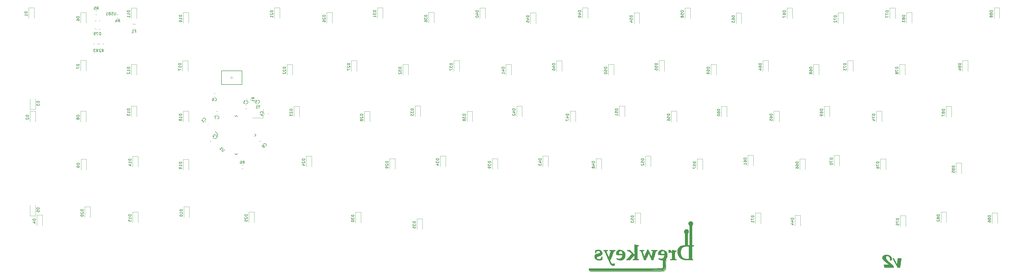
<source format=gbo>
G04 #@! TF.GenerationSoftware,KiCad,Pcbnew,(5.1.4)-1*
G04 #@! TF.CreationDate,2020-10-07T14:53:25-04:00*
G04 #@! TF.ProjectId,southpawpcbv2,736f7574-6870-4617-9770-636276322e6b,rev?*
G04 #@! TF.SameCoordinates,Original*
G04 #@! TF.FileFunction,Legend,Bot*
G04 #@! TF.FilePolarity,Positive*
%FSLAX46Y46*%
G04 Gerber Fmt 4.6, Leading zero omitted, Abs format (unit mm)*
G04 Created by KiCad (PCBNEW (5.1.4)-1) date 2020-10-07 14:53:25*
%MOMM*%
%LPD*%
G04 APERTURE LIST*
%ADD10C,0.010000*%
%ADD11C,0.120000*%
%ADD12C,0.127000*%
%ADD13C,0.100000*%
%ADD14C,0.150000*%
%ADD15C,0.015000*%
G04 APERTURE END LIST*
D10*
G04 #@! TO.C,G\002A\002A\002A*
G36*
X292367988Y156089D02*
G01*
X292078980Y101643D01*
X291892297Y36595D01*
X291670366Y-101432D01*
X291471708Y-284343D01*
X291327228Y-481562D01*
X291291398Y-557950D01*
X291249614Y-769589D01*
X291255538Y-1023113D01*
X291306114Y-1272401D01*
X291345751Y-1377891D01*
X291494441Y-1619418D01*
X291737267Y-1895941D01*
X292074472Y-2207687D01*
X292506300Y-2554888D01*
X292914233Y-2854201D01*
X293746266Y-3444600D01*
X292756721Y-3458348D01*
X291767176Y-3472097D01*
X291876091Y-4017148D01*
X291985006Y-4562200D01*
X293753793Y-4575564D01*
X294232063Y-4578655D01*
X294617805Y-4579759D01*
X294920078Y-4578579D01*
X295147940Y-4574818D01*
X295310449Y-4568181D01*
X295416664Y-4558370D01*
X295475643Y-4545089D01*
X295496445Y-4528042D01*
X295495577Y-4518559D01*
X295472390Y-4428796D01*
X295444389Y-4281443D01*
X295431504Y-4200992D01*
X295416372Y-4109995D01*
X295394837Y-4032161D01*
X295357204Y-3956872D01*
X295293778Y-3873510D01*
X295194862Y-3771456D01*
X295050761Y-3640092D01*
X294851778Y-3468798D01*
X294588218Y-3246956D01*
X294469800Y-3147767D01*
X294094396Y-2830883D01*
X293787333Y-2565524D01*
X293536780Y-2340807D01*
X293330905Y-2145849D01*
X293157876Y-1969765D01*
X293005863Y-1801673D01*
X293003729Y-1799211D01*
X292795192Y-1534113D01*
X292660551Y-1296785D01*
X292588045Y-1060361D01*
X292565916Y-799155D01*
X292571688Y-614669D01*
X292597349Y-496609D01*
X292652933Y-410278D01*
X292688872Y-373950D01*
X292771382Y-309457D01*
X292864142Y-277703D01*
X293000962Y-271420D01*
X293135534Y-277932D01*
X293411958Y-320842D01*
X293621892Y-419726D01*
X293788588Y-590451D01*
X293917349Y-811427D01*
X293999305Y-1007514D01*
X294048847Y-1209806D01*
X294075727Y-1461200D01*
X294079409Y-1524332D01*
X294098016Y-1759056D01*
X294124095Y-1893898D01*
X294157932Y-1930324D01*
X294158825Y-1930008D01*
X294236463Y-1907743D01*
X294378925Y-1872560D01*
X294514050Y-1841417D01*
X294812299Y-1774680D01*
X294788099Y-1436459D01*
X294723491Y-1074864D01*
X294590667Y-724313D01*
X294405164Y-424449D01*
X294378931Y-392369D01*
X294203585Y-236422D01*
X293958733Y-86803D01*
X293675996Y40343D01*
X293386991Y128872D01*
X293337779Y139259D01*
X293030063Y177218D01*
X292695907Y182054D01*
X292367988Y156089D01*
X292367988Y156089D01*
G37*
X292367988Y156089D02*
X292078980Y101643D01*
X291892297Y36595D01*
X291670366Y-101432D01*
X291471708Y-284343D01*
X291327228Y-481562D01*
X291291398Y-557950D01*
X291249614Y-769589D01*
X291255538Y-1023113D01*
X291306114Y-1272401D01*
X291345751Y-1377891D01*
X291494441Y-1619418D01*
X291737267Y-1895941D01*
X292074472Y-2207687D01*
X292506300Y-2554888D01*
X292914233Y-2854201D01*
X293746266Y-3444600D01*
X292756721Y-3458348D01*
X291767176Y-3472097D01*
X291876091Y-4017148D01*
X291985006Y-4562200D01*
X293753793Y-4575564D01*
X294232063Y-4578655D01*
X294617805Y-4579759D01*
X294920078Y-4578579D01*
X295147940Y-4574818D01*
X295310449Y-4568181D01*
X295416664Y-4558370D01*
X295475643Y-4545089D01*
X295496445Y-4528042D01*
X295495577Y-4518559D01*
X295472390Y-4428796D01*
X295444389Y-4281443D01*
X295431504Y-4200992D01*
X295416372Y-4109995D01*
X295394837Y-4032161D01*
X295357204Y-3956872D01*
X295293778Y-3873510D01*
X295194862Y-3771456D01*
X295050761Y-3640092D01*
X294851778Y-3468798D01*
X294588218Y-3246956D01*
X294469800Y-3147767D01*
X294094396Y-2830883D01*
X293787333Y-2565524D01*
X293536780Y-2340807D01*
X293330905Y-2145849D01*
X293157876Y-1969765D01*
X293005863Y-1801673D01*
X293003729Y-1799211D01*
X292795192Y-1534113D01*
X292660551Y-1296785D01*
X292588045Y-1060361D01*
X292565916Y-799155D01*
X292571688Y-614669D01*
X292597349Y-496609D01*
X292652933Y-410278D01*
X292688872Y-373950D01*
X292771382Y-309457D01*
X292864142Y-277703D01*
X293000962Y-271420D01*
X293135534Y-277932D01*
X293411958Y-320842D01*
X293621892Y-419726D01*
X293788588Y-590451D01*
X293917349Y-811427D01*
X293999305Y-1007514D01*
X294048847Y-1209806D01*
X294075727Y-1461200D01*
X294079409Y-1524332D01*
X294098016Y-1759056D01*
X294124095Y-1893898D01*
X294157932Y-1930324D01*
X294158825Y-1930008D01*
X294236463Y-1907743D01*
X294378925Y-1872560D01*
X294514050Y-1841417D01*
X294812299Y-1774680D01*
X294788099Y-1436459D01*
X294723491Y-1074864D01*
X294590667Y-724313D01*
X294405164Y-424449D01*
X294378931Y-392369D01*
X294203585Y-236422D01*
X293958733Y-86803D01*
X293675996Y40343D01*
X293386991Y128872D01*
X293337779Y139259D01*
X293030063Y177218D01*
X292695907Y182054D01*
X292367988Y156089D01*
G36*
X297632100Y-1093625D02*
G01*
X296959000Y-1107800D01*
X296832000Y-2200000D01*
X296792882Y-2519201D01*
X296754542Y-2800753D01*
X296719256Y-3030279D01*
X296689301Y-3193401D01*
X296666953Y-3275743D01*
X296660545Y-3282821D01*
X296625563Y-3237007D01*
X296551087Y-3113343D01*
X296444099Y-2924324D01*
X296311581Y-2682446D01*
X296160515Y-2400204D01*
X296050247Y-2190621D01*
X295484404Y-1107800D01*
X295294602Y-1107800D01*
X295168543Y-1113993D01*
X295096859Y-1129313D01*
X295092100Y-1133606D01*
X295112365Y-1182645D01*
X295175584Y-1311311D01*
X295276636Y-1509726D01*
X295410399Y-1768009D01*
X295571751Y-2076283D01*
X295755570Y-2424670D01*
X295956735Y-2803289D01*
X295993800Y-2872781D01*
X296908200Y-4586149D01*
X297351733Y-4586874D01*
X297565324Y-4585549D01*
X297698307Y-4577331D01*
X297771656Y-4557141D01*
X297806348Y-4519897D01*
X297820609Y-4473300D01*
X297834036Y-4395789D01*
X297859240Y-4234646D01*
X297894087Y-4004592D01*
X297936442Y-3720345D01*
X297984170Y-3396628D01*
X298035138Y-3048158D01*
X298087211Y-2689658D01*
X298138254Y-2335846D01*
X298186132Y-2001444D01*
X298228712Y-1701171D01*
X298263859Y-1449747D01*
X298289439Y-1261892D01*
X298303316Y-1152328D01*
X298305200Y-1131358D01*
X298255422Y-1109002D01*
X298109464Y-1095398D01*
X297872394Y-1090830D01*
X297632100Y-1093625D01*
X297632100Y-1093625D01*
G37*
X297632100Y-1093625D02*
X296959000Y-1107800D01*
X296832000Y-2200000D01*
X296792882Y-2519201D01*
X296754542Y-2800753D01*
X296719256Y-3030279D01*
X296689301Y-3193401D01*
X296666953Y-3275743D01*
X296660545Y-3282821D01*
X296625563Y-3237007D01*
X296551087Y-3113343D01*
X296444099Y-2924324D01*
X296311581Y-2682446D01*
X296160515Y-2400204D01*
X296050247Y-2190621D01*
X295484404Y-1107800D01*
X295294602Y-1107800D01*
X295168543Y-1113993D01*
X295096859Y-1129313D01*
X295092100Y-1133606D01*
X295112365Y-1182645D01*
X295175584Y-1311311D01*
X295276636Y-1509726D01*
X295410399Y-1768009D01*
X295571751Y-2076283D01*
X295755570Y-2424670D01*
X295956735Y-2803289D01*
X295993800Y-2872781D01*
X296908200Y-4586149D01*
X297351733Y-4586874D01*
X297565324Y-4585549D01*
X297698307Y-4577331D01*
X297771656Y-4557141D01*
X297806348Y-4519897D01*
X297820609Y-4473300D01*
X297834036Y-4395789D01*
X297859240Y-4234646D01*
X297894087Y-4004592D01*
X297936442Y-3720345D01*
X297984170Y-3396628D01*
X298035138Y-3048158D01*
X298087211Y-2689658D01*
X298138254Y-2335846D01*
X298186132Y-2001444D01*
X298228712Y-1701171D01*
X298263859Y-1449747D01*
X298289439Y-1261892D01*
X298303316Y-1152328D01*
X298305200Y-1131358D01*
X298255422Y-1109002D01*
X298109464Y-1095398D01*
X297872394Y-1090830D01*
X297632100Y-1093625D01*
G36*
X199172902Y4039435D02*
G01*
X199167509Y3984745D01*
X199162987Y3839887D01*
X199159433Y3616289D01*
X199156945Y3325379D01*
X199155618Y2978588D01*
X199155550Y2587343D01*
X199156838Y2163073D01*
X199156891Y2151504D01*
X199165564Y288257D01*
X198972282Y442790D01*
X198873845Y529254D01*
X198720348Y673510D01*
X198527457Y860408D01*
X198310836Y1074796D01*
X198118600Y1268491D01*
X197458200Y1939660D01*
X196416778Y1952200D01*
X196416789Y1787100D01*
X196427542Y1672932D01*
X196477376Y1628323D01*
X196556500Y1621717D01*
X196727194Y1607524D01*
X196892244Y1559264D01*
X197069465Y1467325D01*
X197276669Y1322094D01*
X197531666Y1113960D01*
X197589750Y1064127D01*
X197783454Y894729D01*
X197947477Y747097D01*
X198067253Y634661D01*
X198128213Y570850D01*
X198132746Y563565D01*
X198104876Y514438D01*
X198019532Y403302D01*
X197887962Y242982D01*
X197721413Y46303D01*
X197531133Y-173911D01*
X197328367Y-404836D01*
X197124365Y-633646D01*
X196930372Y-847518D01*
X196757637Y-1033626D01*
X196617407Y-1179146D01*
X196532667Y-1260900D01*
X196405515Y-1358814D01*
X196293413Y-1418000D01*
X196255937Y-1426000D01*
X196190875Y-1449762D01*
X196165051Y-1537437D01*
X196162800Y-1603800D01*
X196162800Y-1781600D01*
X197520044Y-1781600D01*
X197926832Y-1286300D01*
X198136003Y-1038361D01*
X198375182Y-765332D01*
X198609652Y-506409D01*
X198747921Y-359200D01*
X199162223Y72600D01*
X199148412Y-621727D01*
X199140561Y-878394D01*
X199128661Y-1098305D01*
X199114172Y-1261616D01*
X199098554Y-1348486D01*
X199094365Y-1356228D01*
X199023364Y-1385511D01*
X198889675Y-1413618D01*
X198814965Y-1423901D01*
X198669461Y-1445840D01*
X198596550Y-1482115D01*
X198567494Y-1554425D01*
X198559882Y-1616500D01*
X198543963Y-1781600D01*
X200734800Y-1781600D01*
X200734800Y-1603800D01*
X200729842Y-1494249D01*
X200696460Y-1442582D01*
X200606896Y-1427039D01*
X200507988Y-1426000D01*
X200347764Y-1413141D01*
X200257559Y-1367743D01*
X200228588Y-1327739D01*
X200218076Y-1258269D01*
X200208837Y-1100058D01*
X200200893Y-865958D01*
X200194269Y-568822D01*
X200188986Y-221500D01*
X200185069Y163156D01*
X200182541Y572293D01*
X200181424Y993060D01*
X200181743Y1412606D01*
X200183519Y1818078D01*
X200186778Y2196625D01*
X200191540Y2535394D01*
X200197831Y2821535D01*
X200205672Y3042196D01*
X200215088Y3184524D01*
X200220373Y3222200D01*
X200249411Y3315533D01*
X200305051Y3363306D01*
X200418033Y3384397D01*
X200493763Y3390084D01*
X200639378Y3403997D01*
X200710206Y3433051D01*
X200733019Y3495204D01*
X200734800Y3551761D01*
X200728188Y3634029D01*
X200695819Y3689114D01*
X200618895Y3725946D01*
X200478615Y3753456D01*
X200256182Y3780574D01*
X200252200Y3781015D01*
X200043804Y3815807D01*
X199795753Y3873932D01*
X199572493Y3939435D01*
X199392525Y3995364D01*
X199252753Y4031450D01*
X199178164Y4041439D01*
X199172902Y4039435D01*
X199172902Y4039435D01*
G37*
X199172902Y4039435D02*
X199167509Y3984745D01*
X199162987Y3839887D01*
X199159433Y3616289D01*
X199156945Y3325379D01*
X199155618Y2978588D01*
X199155550Y2587343D01*
X199156838Y2163073D01*
X199156891Y2151504D01*
X199165564Y288257D01*
X198972282Y442790D01*
X198873845Y529254D01*
X198720348Y673510D01*
X198527457Y860408D01*
X198310836Y1074796D01*
X198118600Y1268491D01*
X197458200Y1939660D01*
X196416778Y1952200D01*
X196416789Y1787100D01*
X196427542Y1672932D01*
X196477376Y1628323D01*
X196556500Y1621717D01*
X196727194Y1607524D01*
X196892244Y1559264D01*
X197069465Y1467325D01*
X197276669Y1322094D01*
X197531666Y1113960D01*
X197589750Y1064127D01*
X197783454Y894729D01*
X197947477Y747097D01*
X198067253Y634661D01*
X198128213Y570850D01*
X198132746Y563565D01*
X198104876Y514438D01*
X198019532Y403302D01*
X197887962Y242982D01*
X197721413Y46303D01*
X197531133Y-173911D01*
X197328367Y-404836D01*
X197124365Y-633646D01*
X196930372Y-847518D01*
X196757637Y-1033626D01*
X196617407Y-1179146D01*
X196532667Y-1260900D01*
X196405515Y-1358814D01*
X196293413Y-1418000D01*
X196255937Y-1426000D01*
X196190875Y-1449762D01*
X196165051Y-1537437D01*
X196162800Y-1603800D01*
X196162800Y-1781600D01*
X197520044Y-1781600D01*
X197926832Y-1286300D01*
X198136003Y-1038361D01*
X198375182Y-765332D01*
X198609652Y-506409D01*
X198747921Y-359200D01*
X199162223Y72600D01*
X199148412Y-621727D01*
X199140561Y-878394D01*
X199128661Y-1098305D01*
X199114172Y-1261616D01*
X199098554Y-1348486D01*
X199094365Y-1356228D01*
X199023364Y-1385511D01*
X198889675Y-1413618D01*
X198814965Y-1423901D01*
X198669461Y-1445840D01*
X198596550Y-1482115D01*
X198567494Y-1554425D01*
X198559882Y-1616500D01*
X198543963Y-1781600D01*
X200734800Y-1781600D01*
X200734800Y-1603800D01*
X200729842Y-1494249D01*
X200696460Y-1442582D01*
X200606896Y-1427039D01*
X200507988Y-1426000D01*
X200347764Y-1413141D01*
X200257559Y-1367743D01*
X200228588Y-1327739D01*
X200218076Y-1258269D01*
X200208837Y-1100058D01*
X200200893Y-865958D01*
X200194269Y-568822D01*
X200188986Y-221500D01*
X200185069Y163156D01*
X200182541Y572293D01*
X200181424Y993060D01*
X200181743Y1412606D01*
X200183519Y1818078D01*
X200186778Y2196625D01*
X200191540Y2535394D01*
X200197831Y2821535D01*
X200205672Y3042196D01*
X200215088Y3184524D01*
X200220373Y3222200D01*
X200249411Y3315533D01*
X200305051Y3363306D01*
X200418033Y3384397D01*
X200493763Y3390084D01*
X200639378Y3403997D01*
X200710206Y3433051D01*
X200733019Y3495204D01*
X200734800Y3551761D01*
X200728188Y3634029D01*
X200695819Y3689114D01*
X200618895Y3725946D01*
X200478615Y3753456D01*
X200256182Y3780574D01*
X200252200Y3781015D01*
X200043804Y3815807D01*
X199795753Y3873932D01*
X199572493Y3939435D01*
X199392525Y3995364D01*
X199252753Y4031450D01*
X199178164Y4041439D01*
X199172902Y4039435D01*
G36*
X203582010Y1310923D02*
G01*
X203449947Y996385D01*
X203307757Y663736D01*
X203169976Y346613D01*
X203051135Y78654D01*
X203018046Y5642D01*
X202775054Y-526427D01*
X202498312Y331887D01*
X202380335Y698606D01*
X202291410Y980528D01*
X202229470Y1189568D01*
X202192451Y1337647D01*
X202178285Y1436683D01*
X202184907Y1498594D01*
X202210250Y1535299D01*
X202252249Y1558716D01*
X202283527Y1570945D01*
X202440823Y1610203D01*
X202566908Y1622000D01*
X202669587Y1633414D01*
X202709785Y1688664D01*
X202716000Y1787796D01*
X202716000Y1953592D01*
X201090540Y1952200D01*
X201090470Y1787100D01*
X201100866Y1673179D01*
X201150835Y1628715D01*
X201237173Y1622000D01*
X201384287Y1591077D01*
X201487656Y1533100D01*
X201550761Y1442865D01*
X201638927Y1262099D01*
X201749423Y997995D01*
X201879517Y657747D01*
X202026477Y248548D01*
X202187572Y-222409D01*
X202360070Y-747928D01*
X202394177Y-854191D01*
X202690600Y-1780982D01*
X203351000Y-1780180D01*
X203551399Y-1285590D01*
X203647604Y-1053956D01*
X203771908Y-763074D01*
X203909999Y-446021D01*
X204047565Y-135873D01*
X204083141Y-56764D01*
X204414484Y677471D01*
X204689756Y95636D01*
X204824813Y-195428D01*
X204977969Y-534311D01*
X205128574Y-874916D01*
X205234850Y-1121200D01*
X205504671Y-1756200D01*
X205834968Y-1771162D01*
X206165266Y-1786125D01*
X206220842Y-1567962D01*
X206275756Y-1358963D01*
X206349175Y-1089063D01*
X206436308Y-774971D01*
X206532368Y-433397D01*
X206632565Y-81049D01*
X206732110Y265363D01*
X206826214Y589131D01*
X206910088Y873544D01*
X206978943Y1101895D01*
X207027990Y1257473D01*
X207043743Y1303169D01*
X207103957Y1455007D01*
X207160905Y1537688D01*
X207245698Y1577661D01*
X207389449Y1601375D01*
X207395456Y1602172D01*
X207544904Y1625770D01*
X207617658Y1657147D01*
X207638021Y1715134D01*
X207633604Y1786709D01*
X207618200Y1937610D01*
X206513297Y1944905D01*
X205408393Y1952200D01*
X205408397Y1787100D01*
X205414720Y1683535D01*
X205452618Y1635814D01*
X205550498Y1622113D01*
X205624300Y1621223D01*
X205753757Y1619460D01*
X205848185Y1607011D01*
X205909044Y1571538D01*
X205937792Y1500702D01*
X205935888Y1382166D01*
X205904789Y1203592D01*
X205845954Y952642D01*
X205760841Y616980D01*
X205748642Y569293D01*
X205671128Y271677D01*
X205599796Y8001D01*
X205539142Y-205923D01*
X205493659Y-354283D01*
X205467843Y-421267D01*
X205466658Y-422744D01*
X205436838Y-388527D01*
X205371868Y-272773D01*
X205277425Y-86982D01*
X205159187Y157347D01*
X205022831Y448716D01*
X204874035Y775625D01*
X204864684Y796456D01*
X204300736Y2053800D01*
X203902982Y2084134D01*
X203582010Y1310923D01*
X203582010Y1310923D01*
G37*
X203582010Y1310923D02*
X203449947Y996385D01*
X203307757Y663736D01*
X203169976Y346613D01*
X203051135Y78654D01*
X203018046Y5642D01*
X202775054Y-526427D01*
X202498312Y331887D01*
X202380335Y698606D01*
X202291410Y980528D01*
X202229470Y1189568D01*
X202192451Y1337647D01*
X202178285Y1436683D01*
X202184907Y1498594D01*
X202210250Y1535299D01*
X202252249Y1558716D01*
X202283527Y1570945D01*
X202440823Y1610203D01*
X202566908Y1622000D01*
X202669587Y1633414D01*
X202709785Y1688664D01*
X202716000Y1787796D01*
X202716000Y1953592D01*
X201090540Y1952200D01*
X201090470Y1787100D01*
X201100866Y1673179D01*
X201150835Y1628715D01*
X201237173Y1622000D01*
X201384287Y1591077D01*
X201487656Y1533100D01*
X201550761Y1442865D01*
X201638927Y1262099D01*
X201749423Y997995D01*
X201879517Y657747D01*
X202026477Y248548D01*
X202187572Y-222409D01*
X202360070Y-747928D01*
X202394177Y-854191D01*
X202690600Y-1780982D01*
X203351000Y-1780180D01*
X203551399Y-1285590D01*
X203647604Y-1053956D01*
X203771908Y-763074D01*
X203909999Y-446021D01*
X204047565Y-135873D01*
X204083141Y-56764D01*
X204414484Y677471D01*
X204689756Y95636D01*
X204824813Y-195428D01*
X204977969Y-534311D01*
X205128574Y-874916D01*
X205234850Y-1121200D01*
X205504671Y-1756200D01*
X205834968Y-1771162D01*
X206165266Y-1786125D01*
X206220842Y-1567962D01*
X206275756Y-1358963D01*
X206349175Y-1089063D01*
X206436308Y-774971D01*
X206532368Y-433397D01*
X206632565Y-81049D01*
X206732110Y265363D01*
X206826214Y589131D01*
X206910088Y873544D01*
X206978943Y1101895D01*
X207027990Y1257473D01*
X207043743Y1303169D01*
X207103957Y1455007D01*
X207160905Y1537688D01*
X207245698Y1577661D01*
X207389449Y1601375D01*
X207395456Y1602172D01*
X207544904Y1625770D01*
X207617658Y1657147D01*
X207638021Y1715134D01*
X207633604Y1786709D01*
X207618200Y1937610D01*
X206513297Y1944905D01*
X205408393Y1952200D01*
X205408397Y1787100D01*
X205414720Y1683535D01*
X205452618Y1635814D01*
X205550498Y1622113D01*
X205624300Y1621223D01*
X205753757Y1619460D01*
X205848185Y1607011D01*
X205909044Y1571538D01*
X205937792Y1500702D01*
X205935888Y1382166D01*
X205904789Y1203592D01*
X205845954Y952642D01*
X205760841Y616980D01*
X205748642Y569293D01*
X205671128Y271677D01*
X205599796Y8001D01*
X205539142Y-205923D01*
X205493659Y-354283D01*
X205467843Y-421267D01*
X205466658Y-422744D01*
X205436838Y-388527D01*
X205371868Y-272773D01*
X205277425Y-86982D01*
X205159187Y157347D01*
X205022831Y448716D01*
X204874035Y775625D01*
X204864684Y796456D01*
X204300736Y2053800D01*
X203902982Y2084134D01*
X203582010Y1310923D01*
G36*
X211860405Y2021390D02*
G01*
X211790955Y1989177D01*
X211783432Y1924807D01*
X211782486Y1782516D01*
X211787939Y1585755D01*
X211795198Y1433034D01*
X211815392Y1164772D01*
X211845214Y989393D01*
X211891023Y898235D01*
X211959181Y882633D01*
X212056048Y933924D01*
X212122885Y986681D01*
X212320480Y1094400D01*
X212537087Y1119774D01*
X212748062Y1070193D01*
X212928761Y953046D01*
X213054540Y775722D01*
X213081447Y699259D01*
X213103086Y564693D01*
X213117651Y362152D01*
X213125547Y111382D01*
X213127177Y-167874D01*
X213122946Y-455869D01*
X213113257Y-732859D01*
X213098515Y-979098D01*
X213079124Y-1174842D01*
X213055487Y-1300345D01*
X213039853Y-1333312D01*
X212954473Y-1375254D01*
X212807778Y-1411057D01*
X212709653Y-1424707D01*
X212554573Y-1444136D01*
X212473680Y-1474279D01*
X212439859Y-1533618D01*
X212428282Y-1616500D01*
X212412363Y-1781600D01*
X214704800Y-1781600D01*
X214704800Y-1603800D01*
X214699842Y-1494249D01*
X214666460Y-1442582D01*
X214576896Y-1427039D01*
X214477988Y-1426000D01*
X214317764Y-1413141D01*
X214227559Y-1367743D01*
X214198588Y-1327739D01*
X214180425Y-1243852D01*
X214165956Y-1078406D01*
X214155125Y-848459D01*
X214147879Y-571072D01*
X214144164Y-263303D01*
X214143924Y57788D01*
X214147106Y375141D01*
X214153657Y671697D01*
X214163520Y930398D01*
X214176643Y1134183D01*
X214192972Y1265993D01*
X214206961Y1307041D01*
X214293037Y1345074D01*
X214434463Y1366361D01*
X214486361Y1368000D01*
X214622768Y1372561D01*
X214685850Y1400788D01*
X214703864Y1474497D01*
X214704800Y1536653D01*
X214704800Y1705305D01*
X214241324Y1767013D01*
X213992059Y1807411D01*
X213741974Y1859855D01*
X213535977Y1914641D01*
X213493785Y1928561D01*
X213335007Y1982161D01*
X213215650Y2018400D01*
X213169861Y2028400D01*
X213151341Y1981621D01*
X213137399Y1857316D01*
X213130396Y1679535D01*
X213130000Y1622442D01*
X213130000Y1216483D01*
X212840897Y1533542D01*
X212689551Y1693136D01*
X212547162Y1832354D01*
X212439594Y1926165D01*
X212421797Y1939166D01*
X212309568Y1986268D01*
X212155133Y2017533D01*
X211993682Y2030170D01*
X211860405Y2021390D01*
X211860405Y2021390D01*
G37*
X211860405Y2021390D02*
X211790955Y1989177D01*
X211783432Y1924807D01*
X211782486Y1782516D01*
X211787939Y1585755D01*
X211795198Y1433034D01*
X211815392Y1164772D01*
X211845214Y989393D01*
X211891023Y898235D01*
X211959181Y882633D01*
X212056048Y933924D01*
X212122885Y986681D01*
X212320480Y1094400D01*
X212537087Y1119774D01*
X212748062Y1070193D01*
X212928761Y953046D01*
X213054540Y775722D01*
X213081447Y699259D01*
X213103086Y564693D01*
X213117651Y362152D01*
X213125547Y111382D01*
X213127177Y-167874D01*
X213122946Y-455869D01*
X213113257Y-732859D01*
X213098515Y-979098D01*
X213079124Y-1174842D01*
X213055487Y-1300345D01*
X213039853Y-1333312D01*
X212954473Y-1375254D01*
X212807778Y-1411057D01*
X212709653Y-1424707D01*
X212554573Y-1444136D01*
X212473680Y-1474279D01*
X212439859Y-1533618D01*
X212428282Y-1616500D01*
X212412363Y-1781600D01*
X214704800Y-1781600D01*
X214704800Y-1603800D01*
X214699842Y-1494249D01*
X214666460Y-1442582D01*
X214576896Y-1427039D01*
X214477988Y-1426000D01*
X214317764Y-1413141D01*
X214227559Y-1367743D01*
X214198588Y-1327739D01*
X214180425Y-1243852D01*
X214165956Y-1078406D01*
X214155125Y-848459D01*
X214147879Y-571072D01*
X214144164Y-263303D01*
X214143924Y57788D01*
X214147106Y375141D01*
X214153657Y671697D01*
X214163520Y930398D01*
X214176643Y1134183D01*
X214192972Y1265993D01*
X214206961Y1307041D01*
X214293037Y1345074D01*
X214434463Y1366361D01*
X214486361Y1368000D01*
X214622768Y1372561D01*
X214685850Y1400788D01*
X214703864Y1474497D01*
X214704800Y1536653D01*
X214704800Y1705305D01*
X214241324Y1767013D01*
X213992059Y1807411D01*
X213741974Y1859855D01*
X213535977Y1914641D01*
X213493785Y1928561D01*
X213335007Y1982161D01*
X213215650Y2018400D01*
X213169861Y2028400D01*
X213151341Y1981621D01*
X213137399Y1857316D01*
X213130396Y1679535D01*
X213130000Y1622442D01*
X213130000Y1216483D01*
X212840897Y1533542D01*
X212689551Y1693136D01*
X212547162Y1832354D01*
X212439594Y1926165D01*
X212421797Y1939166D01*
X212309568Y1986268D01*
X212155133Y2017533D01*
X211993682Y2030170D01*
X211860405Y2021390D01*
G36*
X219647721Y12539121D02*
G01*
X219425837Y12380337D01*
X219272483Y12165239D01*
X219190672Y11915168D01*
X219183419Y11651465D01*
X219253739Y11395469D01*
X219404644Y11168523D01*
X219448053Y11125445D01*
X219581601Y11002290D01*
X219581601Y7351121D01*
X219581600Y3699952D01*
X218946600Y3730200D01*
X218933342Y5886205D01*
X218920083Y8042210D01*
X219069926Y8197605D01*
X219234207Y8430312D01*
X219311170Y8680912D01*
X219309215Y8933766D01*
X219236739Y9173238D01*
X219102143Y9383691D01*
X218913826Y9549486D01*
X218680186Y9654986D01*
X218409624Y9684554D01*
X218279507Y9669193D01*
X218086813Y9593130D01*
X217891171Y9451154D01*
X217727694Y9271552D01*
X217669772Y9177996D01*
X217607897Y8975700D01*
X217600719Y8742305D01*
X217642339Y8509032D01*
X217726860Y8307103D01*
X217848387Y8167741D01*
X217862336Y8158455D01*
X217885097Y8139693D01*
X217903847Y8108368D01*
X217918975Y8055285D01*
X217930866Y7971247D01*
X217939908Y7847059D01*
X217946487Y7673525D01*
X217950991Y7441449D01*
X217953806Y7141634D01*
X217955320Y6764884D01*
X217955919Y6302004D01*
X217956001Y5932115D01*
X217956001Y3764269D01*
X217562301Y3731999D01*
X217077999Y3675750D01*
X216675517Y3589536D01*
X216337762Y3466604D01*
X216047642Y3300204D01*
X215788062Y3083584D01*
X215704624Y2998255D01*
X215436412Y2641976D01*
X215250102Y2232688D01*
X215144594Y1766789D01*
X215118786Y1240678D01*
X215124617Y1100046D01*
X215186401Y597929D01*
X215315520Y150711D01*
X215521240Y-270080D01*
X215622954Y-431261D01*
X215908859Y-804421D01*
X216225608Y-1104912D01*
X216593456Y-1347751D01*
X217032662Y-1547958D01*
X217219400Y-1614943D01*
X217332647Y-1652472D01*
X217434659Y-1682578D01*
X217538229Y-1706223D01*
X217656145Y-1724367D01*
X217801200Y-1737972D01*
X217986182Y-1748000D01*
X218223882Y-1755412D01*
X218527091Y-1761170D01*
X218908599Y-1766234D01*
X219289500Y-1770552D01*
X219744118Y-1775402D01*
X220107381Y-1778462D01*
X220389525Y-1779239D01*
X220600787Y-1777242D01*
X220751404Y-1771977D01*
X220851612Y-1762950D01*
X220911649Y-1749670D01*
X220941750Y-1731642D01*
X220952153Y-1708375D01*
X220953200Y-1690441D01*
X220910610Y-1597915D01*
X220798235Y-1491124D01*
X220757616Y-1462469D01*
X220562032Y-1333038D01*
X220525616Y-16198D01*
X220516902Y389729D01*
X220512182Y817243D01*
X220511901Y944695D01*
X219353000Y944695D01*
X219353000Y-1299000D01*
X219048200Y-1329428D01*
X218691752Y-1345219D01*
X218307886Y-1329492D01*
X217945596Y-1285351D01*
X217765486Y-1248159D01*
X217384765Y-1103637D01*
X217057480Y-876890D01*
X216787078Y-574141D01*
X216577003Y-201615D01*
X216430701Y234464D01*
X216351616Y727873D01*
X216343195Y1272387D01*
X216345620Y1317000D01*
X216409305Y1816167D01*
X216537948Y2240010D01*
X216733473Y2590067D01*
X216997802Y2867876D01*
X217332860Y3074976D01*
X217740571Y3212905D01*
X218222860Y3283201D01*
X218781648Y3287402D01*
X218808365Y3286075D01*
X219018390Y3271649D01*
X219188809Y3253358D01*
X219294944Y3234168D01*
X219316365Y3224997D01*
X219323995Y3168103D01*
X219331086Y3020068D01*
X219337472Y2791348D01*
X219342983Y2492401D01*
X219347453Y2133684D01*
X219350712Y1725655D01*
X219352593Y1278770D01*
X219353000Y944695D01*
X220511901Y944695D01*
X220511223Y1251387D01*
X220513791Y1677206D01*
X220519653Y2079743D01*
X220528573Y2444044D01*
X220540320Y2755151D01*
X220554658Y2998110D01*
X220571355Y3157964D01*
X220575600Y3181875D01*
X220622698Y3266853D01*
X220736687Y3314691D01*
X220788510Y3324502D01*
X220992637Y3358534D01*
X221116559Y3388210D01*
X221180285Y3425876D01*
X221203830Y3483878D01*
X221207202Y3574562D01*
X221207200Y3582812D01*
X221207200Y3763687D01*
X220877000Y3728326D01*
X220546800Y3692964D01*
X220546800Y7374009D01*
X220546836Y8073395D01*
X220547075Y8678252D01*
X220547717Y9195655D01*
X220548964Y9632674D01*
X220551014Y9996382D01*
X220554067Y10293851D01*
X220558324Y10532153D01*
X220563985Y10718361D01*
X220571248Y10859547D01*
X220580315Y10962783D01*
X220591386Y11035142D01*
X220604659Y11083695D01*
X220620336Y11115515D01*
X220638616Y11137674D01*
X220653601Y11151707D01*
X220814809Y11360206D01*
X220895627Y11604806D01*
X220899258Y11863863D01*
X220828907Y12115734D01*
X220687779Y12338774D01*
X220479078Y12511341D01*
X220449910Y12527489D01*
X220179068Y12626833D01*
X219914825Y12629006D01*
X219647721Y12539121D01*
X219647721Y12539121D01*
G37*
X219647721Y12539121D02*
X219425837Y12380337D01*
X219272483Y12165239D01*
X219190672Y11915168D01*
X219183419Y11651465D01*
X219253739Y11395469D01*
X219404644Y11168523D01*
X219448053Y11125445D01*
X219581601Y11002290D01*
X219581601Y7351121D01*
X219581600Y3699952D01*
X218946600Y3730200D01*
X218933342Y5886205D01*
X218920083Y8042210D01*
X219069926Y8197605D01*
X219234207Y8430312D01*
X219311170Y8680912D01*
X219309215Y8933766D01*
X219236739Y9173238D01*
X219102143Y9383691D01*
X218913826Y9549486D01*
X218680186Y9654986D01*
X218409624Y9684554D01*
X218279507Y9669193D01*
X218086813Y9593130D01*
X217891171Y9451154D01*
X217727694Y9271552D01*
X217669772Y9177996D01*
X217607897Y8975700D01*
X217600719Y8742305D01*
X217642339Y8509032D01*
X217726860Y8307103D01*
X217848387Y8167741D01*
X217862336Y8158455D01*
X217885097Y8139693D01*
X217903847Y8108368D01*
X217918975Y8055285D01*
X217930866Y7971247D01*
X217939908Y7847059D01*
X217946487Y7673525D01*
X217950991Y7441449D01*
X217953806Y7141634D01*
X217955320Y6764884D01*
X217955919Y6302004D01*
X217956001Y5932115D01*
X217956001Y3764269D01*
X217562301Y3731999D01*
X217077999Y3675750D01*
X216675517Y3589536D01*
X216337762Y3466604D01*
X216047642Y3300204D01*
X215788062Y3083584D01*
X215704624Y2998255D01*
X215436412Y2641976D01*
X215250102Y2232688D01*
X215144594Y1766789D01*
X215118786Y1240678D01*
X215124617Y1100046D01*
X215186401Y597929D01*
X215315520Y150711D01*
X215521240Y-270080D01*
X215622954Y-431261D01*
X215908859Y-804421D01*
X216225608Y-1104912D01*
X216593456Y-1347751D01*
X217032662Y-1547958D01*
X217219400Y-1614943D01*
X217332647Y-1652472D01*
X217434659Y-1682578D01*
X217538229Y-1706223D01*
X217656145Y-1724367D01*
X217801200Y-1737972D01*
X217986182Y-1748000D01*
X218223882Y-1755412D01*
X218527091Y-1761170D01*
X218908599Y-1766234D01*
X219289500Y-1770552D01*
X219744118Y-1775402D01*
X220107381Y-1778462D01*
X220389525Y-1779239D01*
X220600787Y-1777242D01*
X220751404Y-1771977D01*
X220851612Y-1762950D01*
X220911649Y-1749670D01*
X220941750Y-1731642D01*
X220952153Y-1708375D01*
X220953200Y-1690441D01*
X220910610Y-1597915D01*
X220798235Y-1491124D01*
X220757616Y-1462469D01*
X220562032Y-1333038D01*
X220525616Y-16198D01*
X220516902Y389729D01*
X220512182Y817243D01*
X220511901Y944695D01*
X219353000Y944695D01*
X219353000Y-1299000D01*
X219048200Y-1329428D01*
X218691752Y-1345219D01*
X218307886Y-1329492D01*
X217945596Y-1285351D01*
X217765486Y-1248159D01*
X217384765Y-1103637D01*
X217057480Y-876890D01*
X216787078Y-574141D01*
X216577003Y-201615D01*
X216430701Y234464D01*
X216351616Y727873D01*
X216343195Y1272387D01*
X216345620Y1317000D01*
X216409305Y1816167D01*
X216537948Y2240010D01*
X216733473Y2590067D01*
X216997802Y2867876D01*
X217332860Y3074976D01*
X217740571Y3212905D01*
X218222860Y3283201D01*
X218781648Y3287402D01*
X218808365Y3286075D01*
X219018390Y3271649D01*
X219188809Y3253358D01*
X219294944Y3234168D01*
X219316365Y3224997D01*
X219323995Y3168103D01*
X219331086Y3020068D01*
X219337472Y2791348D01*
X219342983Y2492401D01*
X219347453Y2133684D01*
X219350712Y1725655D01*
X219352593Y1278770D01*
X219353000Y944695D01*
X220511901Y944695D01*
X220511223Y1251387D01*
X220513791Y1677206D01*
X220519653Y2079743D01*
X220528573Y2444044D01*
X220540320Y2755151D01*
X220554658Y2998110D01*
X220571355Y3157964D01*
X220575600Y3181875D01*
X220622698Y3266853D01*
X220736687Y3314691D01*
X220788510Y3324502D01*
X220992637Y3358534D01*
X221116559Y3388210D01*
X221180285Y3425876D01*
X221203830Y3483878D01*
X221207202Y3574562D01*
X221207200Y3582812D01*
X221207200Y3763687D01*
X220877000Y3728326D01*
X220546800Y3692964D01*
X220546800Y7374009D01*
X220546836Y8073395D01*
X220547075Y8678252D01*
X220547717Y9195655D01*
X220548964Y9632674D01*
X220551014Y9996382D01*
X220554067Y10293851D01*
X220558324Y10532153D01*
X220563985Y10718361D01*
X220571248Y10859547D01*
X220580315Y10962783D01*
X220591386Y11035142D01*
X220604659Y11083695D01*
X220620336Y11115515D01*
X220638616Y11137674D01*
X220653601Y11151707D01*
X220814809Y11360206D01*
X220895627Y11604806D01*
X220899258Y11863863D01*
X220828907Y12115734D01*
X220687779Y12338774D01*
X220479078Y12511341D01*
X220449910Y12527489D01*
X220179068Y12626833D01*
X219914825Y12629006D01*
X219647721Y12539121D01*
G36*
X185062774Y1993020D02*
G01*
X184884864Y1956103D01*
X184717274Y1911399D01*
X184594210Y1875244D01*
X184543517Y1856050D01*
X184539596Y1801441D01*
X184542849Y1668370D01*
X184552487Y1479661D01*
X184560985Y1349553D01*
X184595397Y860000D01*
X184765699Y860000D01*
X184874147Y866432D01*
X184922791Y905082D01*
X184935569Y1004986D01*
X184936000Y1066540D01*
X184949368Y1226229D01*
X184982371Y1357221D01*
X184990889Y1375641D01*
X185104909Y1489808D01*
X185296769Y1572725D01*
X185545509Y1616829D01*
X185673492Y1622000D01*
X185967060Y1591794D01*
X186179128Y1501263D01*
X186309518Y1350537D01*
X186358053Y1139747D01*
X186358400Y1117340D01*
X186344092Y999872D01*
X186293646Y902048D01*
X186195779Y817985D01*
X186039210Y741800D01*
X185812656Y667610D01*
X185504836Y589533D01*
X185228019Y527923D01*
X185014257Y472488D01*
X184818053Y405235D01*
X184678712Y339820D01*
X184669219Y333773D01*
X184479463Y150299D01*
X184351045Y-93414D01*
X184285825Y-375233D01*
X184285664Y-673027D01*
X184352422Y-964663D01*
X184487959Y-1228008D01*
X184532976Y-1287033D01*
X184738038Y-1472442D01*
X185016187Y-1635061D01*
X185339617Y-1764074D01*
X185680523Y-1848663D01*
X186011100Y-1878012D01*
X186050230Y-1877261D01*
X186213372Y-1864598D01*
X186410592Y-1839721D01*
X186485400Y-1827836D01*
X186694227Y-1785928D01*
X186908706Y-1733816D01*
X186968000Y-1717241D01*
X187058115Y-1692485D01*
X187121502Y-1668980D01*
X187162358Y-1630506D01*
X187184880Y-1560841D01*
X187193265Y-1443764D01*
X187191710Y-1263056D01*
X187184411Y-1002495D01*
X187181360Y-892600D01*
X187171200Y-511600D01*
X186999691Y-511600D01*
X186901468Y-515823D01*
X186847996Y-545073D01*
X186821969Y-624219D01*
X186806080Y-778130D01*
X186804979Y-791390D01*
X186755504Y-1036460D01*
X186644861Y-1213387D01*
X186458889Y-1338905D01*
X186288663Y-1401517D01*
X185974839Y-1462030D01*
X185693347Y-1453752D01*
X185456701Y-1382234D01*
X185277417Y-1253024D01*
X185168008Y-1071673D01*
X185139200Y-891783D01*
X185153171Y-752828D01*
X185203370Y-640422D01*
X185302235Y-546412D01*
X185462199Y-462646D01*
X185695698Y-380973D01*
X186015166Y-293241D01*
X186075504Y-277993D01*
X186315726Y-211593D01*
X186535021Y-139885D01*
X186704542Y-72895D01*
X186779143Y-33506D01*
X187003606Y174747D01*
X187144395Y436055D01*
X187198324Y741468D01*
X187167658Y1057592D01*
X187052891Y1374657D01*
X186856499Y1632020D01*
X186576645Y1831970D01*
X186527836Y1856918D01*
X186369084Y1927520D01*
X186219474Y1973148D01*
X186045730Y2000541D01*
X185814574Y2016434D01*
X185720970Y2020269D01*
X185358749Y2021375D01*
X185062774Y1993020D01*
X185062774Y1993020D01*
G37*
X185062774Y1993020D02*
X184884864Y1956103D01*
X184717274Y1911399D01*
X184594210Y1875244D01*
X184543517Y1856050D01*
X184539596Y1801441D01*
X184542849Y1668370D01*
X184552487Y1479661D01*
X184560985Y1349553D01*
X184595397Y860000D01*
X184765699Y860000D01*
X184874147Y866432D01*
X184922791Y905082D01*
X184935569Y1004986D01*
X184936000Y1066540D01*
X184949368Y1226229D01*
X184982371Y1357221D01*
X184990889Y1375641D01*
X185104909Y1489808D01*
X185296769Y1572725D01*
X185545509Y1616829D01*
X185673492Y1622000D01*
X185967060Y1591794D01*
X186179128Y1501263D01*
X186309518Y1350537D01*
X186358053Y1139747D01*
X186358400Y1117340D01*
X186344092Y999872D01*
X186293646Y902048D01*
X186195779Y817985D01*
X186039210Y741800D01*
X185812656Y667610D01*
X185504836Y589533D01*
X185228019Y527923D01*
X185014257Y472488D01*
X184818053Y405235D01*
X184678712Y339820D01*
X184669219Y333773D01*
X184479463Y150299D01*
X184351045Y-93414D01*
X184285825Y-375233D01*
X184285664Y-673027D01*
X184352422Y-964663D01*
X184487959Y-1228008D01*
X184532976Y-1287033D01*
X184738038Y-1472442D01*
X185016187Y-1635061D01*
X185339617Y-1764074D01*
X185680523Y-1848663D01*
X186011100Y-1878012D01*
X186050230Y-1877261D01*
X186213372Y-1864598D01*
X186410592Y-1839721D01*
X186485400Y-1827836D01*
X186694227Y-1785928D01*
X186908706Y-1733816D01*
X186968000Y-1717241D01*
X187058115Y-1692485D01*
X187121502Y-1668980D01*
X187162358Y-1630506D01*
X187184880Y-1560841D01*
X187193265Y-1443764D01*
X187191710Y-1263056D01*
X187184411Y-1002495D01*
X187181360Y-892600D01*
X187171200Y-511600D01*
X186999691Y-511600D01*
X186901468Y-515823D01*
X186847996Y-545073D01*
X186821969Y-624219D01*
X186806080Y-778130D01*
X186804979Y-791390D01*
X186755504Y-1036460D01*
X186644861Y-1213387D01*
X186458889Y-1338905D01*
X186288663Y-1401517D01*
X185974839Y-1462030D01*
X185693347Y-1453752D01*
X185456701Y-1382234D01*
X185277417Y-1253024D01*
X185168008Y-1071673D01*
X185139200Y-891783D01*
X185153171Y-752828D01*
X185203370Y-640422D01*
X185302235Y-546412D01*
X185462199Y-462646D01*
X185695698Y-380973D01*
X186015166Y-293241D01*
X186075504Y-277993D01*
X186315726Y-211593D01*
X186535021Y-139885D01*
X186704542Y-72895D01*
X186779143Y-33506D01*
X187003606Y174747D01*
X187144395Y436055D01*
X187198324Y741468D01*
X187167658Y1057592D01*
X187052891Y1374657D01*
X186856499Y1632020D01*
X186576645Y1831970D01*
X186527836Y1856918D01*
X186369084Y1927520D01*
X186219474Y1973148D01*
X186045730Y2000541D01*
X185814574Y2016434D01*
X185720970Y2020269D01*
X185358749Y2021375D01*
X185062774Y1993020D01*
G36*
X193491029Y2006278D02*
G01*
X193141110Y1916950D01*
X192839680Y1748811D01*
X192745918Y1672854D01*
X192554321Y1466377D01*
X192427521Y1231495D01*
X192356732Y945795D01*
X192333555Y620793D01*
X192327400Y227321D01*
X192581400Y167537D01*
X192716971Y147408D01*
X192931279Y129576D01*
X193201467Y115323D01*
X193504676Y105930D01*
X193734102Y102877D01*
X194025944Y98919D01*
X194281334Y90943D01*
X194483440Y79842D01*
X194615432Y66508D01*
X194660136Y53778D01*
X194666699Y-30814D01*
X194638614Y-178364D01*
X194584907Y-360098D01*
X194514605Y-547242D01*
X194436737Y-711022D01*
X194402085Y-768751D01*
X194272138Y-921187D01*
X194103660Y-1064999D01*
X194033188Y-1111464D01*
X193898179Y-1182732D01*
X193771741Y-1223514D01*
X193617466Y-1241344D01*
X193398950Y-1243755D01*
X193394200Y-1243703D01*
X193108763Y-1227891D01*
X192886470Y-1183602D01*
X192749983Y-1132701D01*
X192573609Y-1070109D01*
X192471331Y-1075967D01*
X192440097Y-1152619D01*
X192476851Y-1302410D01*
X192488764Y-1333140D01*
X192549992Y-1447262D01*
X192642977Y-1540326D01*
X192787145Y-1625364D01*
X193001921Y-1715407D01*
X193126433Y-1760906D01*
X193327991Y-1810235D01*
X193591354Y-1844567D01*
X193877521Y-1861614D01*
X194147495Y-1859084D01*
X194362276Y-1834688D01*
X194366764Y-1833744D01*
X194741282Y-1704544D01*
X195078702Y-1492472D01*
X195359964Y-1212747D01*
X195566010Y-880590D01*
X195569277Y-873418D01*
X195624700Y-720776D01*
X195662210Y-536298D01*
X195686014Y-293940D01*
X195696389Y-86202D01*
X195694152Y361847D01*
X195674242Y510532D01*
X194703433Y510532D01*
X194455217Y488332D01*
X194255841Y479036D01*
X194024352Y480084D01*
X193907449Y485266D01*
X193721811Y495843D01*
X193561381Y502792D01*
X193488349Y504400D01*
X193418615Y513144D01*
X193383194Y556224D01*
X193370861Y658914D01*
X193369916Y771100D01*
X193396743Y1014470D01*
X193467213Y1241323D01*
X193569346Y1422656D01*
X193681093Y1524410D01*
X193865673Y1580463D01*
X194081203Y1586068D01*
X194278345Y1542495D01*
X194347855Y1507222D01*
X194504166Y1356136D01*
X194609574Y1135610D01*
X194669546Y833935D01*
X194671763Y813540D01*
X194703433Y510532D01*
X195674242Y510532D01*
X195644691Y731207D01*
X195539729Y1037025D01*
X195370989Y1294450D01*
X195130194Y1518632D01*
X194809066Y1724719D01*
X194665297Y1800909D01*
X194438682Y1908453D01*
X194254691Y1973125D01*
X194070610Y2007190D01*
X193901154Y2020319D01*
X193491029Y2006278D01*
X193491029Y2006278D01*
G37*
X193491029Y2006278D02*
X193141110Y1916950D01*
X192839680Y1748811D01*
X192745918Y1672854D01*
X192554321Y1466377D01*
X192427521Y1231495D01*
X192356732Y945795D01*
X192333555Y620793D01*
X192327400Y227321D01*
X192581400Y167537D01*
X192716971Y147408D01*
X192931279Y129576D01*
X193201467Y115323D01*
X193504676Y105930D01*
X193734102Y102877D01*
X194025944Y98919D01*
X194281334Y90943D01*
X194483440Y79842D01*
X194615432Y66508D01*
X194660136Y53778D01*
X194666699Y-30814D01*
X194638614Y-178364D01*
X194584907Y-360098D01*
X194514605Y-547242D01*
X194436737Y-711022D01*
X194402085Y-768751D01*
X194272138Y-921187D01*
X194103660Y-1064999D01*
X194033188Y-1111464D01*
X193898179Y-1182732D01*
X193771741Y-1223514D01*
X193617466Y-1241344D01*
X193398950Y-1243755D01*
X193394200Y-1243703D01*
X193108763Y-1227891D01*
X192886470Y-1183602D01*
X192749983Y-1132701D01*
X192573609Y-1070109D01*
X192471331Y-1075967D01*
X192440097Y-1152619D01*
X192476851Y-1302410D01*
X192488764Y-1333140D01*
X192549992Y-1447262D01*
X192642977Y-1540326D01*
X192787145Y-1625364D01*
X193001921Y-1715407D01*
X193126433Y-1760906D01*
X193327991Y-1810235D01*
X193591354Y-1844567D01*
X193877521Y-1861614D01*
X194147495Y-1859084D01*
X194362276Y-1834688D01*
X194366764Y-1833744D01*
X194741282Y-1704544D01*
X195078702Y-1492472D01*
X195359964Y-1212747D01*
X195566010Y-880590D01*
X195569277Y-873418D01*
X195624700Y-720776D01*
X195662210Y-536298D01*
X195686014Y-293940D01*
X195696389Y-86202D01*
X195694152Y361847D01*
X195674242Y510532D01*
X194703433Y510532D01*
X194455217Y488332D01*
X194255841Y479036D01*
X194024352Y480084D01*
X193907449Y485266D01*
X193721811Y495843D01*
X193561381Y502792D01*
X193488349Y504400D01*
X193418615Y513144D01*
X193383194Y556224D01*
X193370861Y658914D01*
X193369916Y771100D01*
X193396743Y1014470D01*
X193467213Y1241323D01*
X193569346Y1422656D01*
X193681093Y1524410D01*
X193865673Y1580463D01*
X194081203Y1586068D01*
X194278345Y1542495D01*
X194347855Y1507222D01*
X194504166Y1356136D01*
X194609574Y1135610D01*
X194669546Y833935D01*
X194671763Y813540D01*
X194703433Y510532D01*
X195674242Y510532D01*
X195644691Y731207D01*
X195539729Y1037025D01*
X195370989Y1294450D01*
X195130194Y1518632D01*
X194809066Y1724719D01*
X194665297Y1800909D01*
X194438682Y1908453D01*
X194254691Y1973125D01*
X194070610Y2007190D01*
X193901154Y2020319D01*
X193491029Y2006278D01*
G36*
X189863657Y1787100D02*
G01*
X189875847Y1671389D01*
X189925965Y1626456D01*
X189977900Y1621307D01*
X190176288Y1599950D01*
X190288058Y1536131D01*
X190320800Y1434128D01*
X190303352Y1355974D01*
X190255448Y1201753D01*
X190183756Y989529D01*
X190094939Y737368D01*
X189995664Y463337D01*
X189892596Y185502D01*
X189792400Y-78072D01*
X189701741Y-309318D01*
X189627285Y-490170D01*
X189575697Y-602562D01*
X189559940Y-628158D01*
X189530189Y-597242D01*
X189470103Y-487575D01*
X189386579Y-314938D01*
X189286514Y-95112D01*
X189176805Y156122D01*
X189064350Y422983D01*
X188956046Y689690D01*
X188858789Y940462D01*
X188782627Y1150380D01*
X188724279Y1323779D01*
X188698640Y1427351D01*
X188704782Y1487139D01*
X188741779Y1529187D01*
X188768410Y1549380D01*
X188888499Y1600701D01*
X189038328Y1622000D01*
X189153608Y1629925D01*
X189195918Y1672929D01*
X189193719Y1779613D01*
X189177800Y1937226D01*
X187679160Y1952200D01*
X187679180Y1787100D01*
X187694317Y1667433D01*
X187747802Y1623685D01*
X187769497Y1622000D01*
X187925342Y1572826D01*
X188071559Y1431796D01*
X188189914Y1226539D01*
X188234302Y1126502D01*
X188314201Y945243D01*
X188424404Y694622D01*
X188559702Y386500D01*
X188714888Y32738D01*
X188884754Y-354802D01*
X189064092Y-764261D01*
X189086918Y-816400D01*
X189325672Y-1360687D01*
X189528371Y-1819913D01*
X189699001Y-2202393D01*
X189841550Y-2516441D01*
X189960006Y-2770372D01*
X190058357Y-2972501D01*
X190140590Y-3131142D01*
X190210693Y-3254610D01*
X190272653Y-3351220D01*
X190330458Y-3429287D01*
X190353527Y-3457442D01*
X190581369Y-3653907D01*
X190867938Y-3787752D01*
X191187115Y-3852247D01*
X191512779Y-3840659D01*
X191683117Y-3800085D01*
X191794952Y-3753791D01*
X191830175Y-3694776D01*
X191818197Y-3614771D01*
X191789597Y-3483468D01*
X191757290Y-3308932D01*
X191746002Y-3241054D01*
X191710256Y-3061678D01*
X191669290Y-2971031D01*
X191613117Y-2956352D01*
X191550264Y-2990918D01*
X191294495Y-3132385D01*
X191049554Y-3183122D01*
X190826588Y-3142969D01*
X190636742Y-3011764D01*
X190629608Y-3004204D01*
X190546702Y-2892786D01*
X190441289Y-2720426D01*
X190332405Y-2518901D01*
X190300933Y-2455497D01*
X190103266Y-2047921D01*
X190797971Y-293938D01*
X190957564Y105896D01*
X191107977Y476823D01*
X191244624Y807970D01*
X191362917Y1088467D01*
X191458267Y1307441D01*
X191526087Y1454021D01*
X191561790Y1517333D01*
X191562606Y1518081D01*
X191658431Y1565248D01*
X191799006Y1602961D01*
X191814868Y1605706D01*
X191936813Y1635440D01*
X191987514Y1691007D01*
X191997213Y1793747D01*
X191997225Y1952200D01*
X189863714Y1952200D01*
X189863657Y1787100D01*
X189863657Y1787100D01*
G37*
X189863657Y1787100D02*
X189875847Y1671389D01*
X189925965Y1626456D01*
X189977900Y1621307D01*
X190176288Y1599950D01*
X190288058Y1536131D01*
X190320800Y1434128D01*
X190303352Y1355974D01*
X190255448Y1201753D01*
X190183756Y989529D01*
X190094939Y737368D01*
X189995664Y463337D01*
X189892596Y185502D01*
X189792400Y-78072D01*
X189701741Y-309318D01*
X189627285Y-490170D01*
X189575697Y-602562D01*
X189559940Y-628158D01*
X189530189Y-597242D01*
X189470103Y-487575D01*
X189386579Y-314938D01*
X189286514Y-95112D01*
X189176805Y156122D01*
X189064350Y422983D01*
X188956046Y689690D01*
X188858789Y940462D01*
X188782627Y1150380D01*
X188724279Y1323779D01*
X188698640Y1427351D01*
X188704782Y1487139D01*
X188741779Y1529187D01*
X188768410Y1549380D01*
X188888499Y1600701D01*
X189038328Y1622000D01*
X189153608Y1629925D01*
X189195918Y1672929D01*
X189193719Y1779613D01*
X189177800Y1937226D01*
X187679160Y1952200D01*
X187679180Y1787100D01*
X187694317Y1667433D01*
X187747802Y1623685D01*
X187769497Y1622000D01*
X187925342Y1572826D01*
X188071559Y1431796D01*
X188189914Y1226539D01*
X188234302Y1126502D01*
X188314201Y945243D01*
X188424404Y694622D01*
X188559702Y386500D01*
X188714888Y32738D01*
X188884754Y-354802D01*
X189064092Y-764261D01*
X189086918Y-816400D01*
X189325672Y-1360687D01*
X189528371Y-1819913D01*
X189699001Y-2202393D01*
X189841550Y-2516441D01*
X189960006Y-2770372D01*
X190058357Y-2972501D01*
X190140590Y-3131142D01*
X190210693Y-3254610D01*
X190272653Y-3351220D01*
X190330458Y-3429287D01*
X190353527Y-3457442D01*
X190581369Y-3653907D01*
X190867938Y-3787752D01*
X191187115Y-3852247D01*
X191512779Y-3840659D01*
X191683117Y-3800085D01*
X191794952Y-3753791D01*
X191830175Y-3694776D01*
X191818197Y-3614771D01*
X191789597Y-3483468D01*
X191757290Y-3308932D01*
X191746002Y-3241054D01*
X191710256Y-3061678D01*
X191669290Y-2971031D01*
X191613117Y-2956352D01*
X191550264Y-2990918D01*
X191294495Y-3132385D01*
X191049554Y-3183122D01*
X190826588Y-3142969D01*
X190636742Y-3011764D01*
X190629608Y-3004204D01*
X190546702Y-2892786D01*
X190441289Y-2720426D01*
X190332405Y-2518901D01*
X190300933Y-2455497D01*
X190103266Y-2047921D01*
X190797971Y-293938D01*
X190957564Y105896D01*
X191107977Y476823D01*
X191244624Y807970D01*
X191362917Y1088467D01*
X191458267Y1307441D01*
X191526087Y1454021D01*
X191561790Y1517333D01*
X191562606Y1518081D01*
X191658431Y1565248D01*
X191799006Y1602961D01*
X191814868Y1605706D01*
X191936813Y1635440D01*
X191987514Y1691007D01*
X191997213Y1793747D01*
X191997225Y1952200D01*
X189863714Y1952200D01*
X189863657Y1787100D01*
G36*
X209100499Y2003397D02*
G01*
X208747473Y1897308D01*
X208439752Y1712751D01*
X208394320Y1674616D01*
X208209742Y1477839D01*
X208082460Y1253061D01*
X208002915Y977128D01*
X207961547Y626887D01*
X207961517Y626431D01*
X207935044Y215062D01*
X208132222Y174309D01*
X208244569Y159953D01*
X208438734Y144485D01*
X208694959Y129087D01*
X208993490Y114946D01*
X209314569Y103246D01*
X209320000Y103078D01*
X210310600Y72600D01*
X210294138Y-105200D01*
X210242117Y-333220D01*
X210137547Y-584060D01*
X210001468Y-814815D01*
X209870611Y-968803D01*
X209609869Y-1141006D01*
X209298167Y-1239001D01*
X208956285Y-1260526D01*
X208605004Y-1203315D01*
X208396383Y-1129395D01*
X208248552Y-1071355D01*
X208162116Y-1058157D01*
X208108961Y-1086568D01*
X208101092Y-1095449D01*
X208084312Y-1185718D01*
X208121164Y-1316677D01*
X208197029Y-1453752D01*
X208297288Y-1562369D01*
X208299107Y-1563760D01*
X208442195Y-1641183D01*
X208655678Y-1719347D01*
X208908798Y-1789457D01*
X209170798Y-1842717D01*
X209358100Y-1866613D01*
X209726400Y-1898108D01*
X209726117Y-3122554D01*
X209724107Y-3570338D01*
X209717335Y-3927898D01*
X209704345Y-4206556D01*
X209683680Y-4417633D01*
X209653882Y-4572452D01*
X209613496Y-4682334D01*
X209561063Y-4758602D01*
X209509923Y-4802702D01*
X209490860Y-4810705D01*
X209454993Y-4818147D01*
X209398798Y-4825048D01*
X209318752Y-4831428D01*
X209211330Y-4837307D01*
X209073010Y-4842705D01*
X208900265Y-4847642D01*
X208689574Y-4852137D01*
X208437412Y-4856211D01*
X208140254Y-4859884D01*
X207794578Y-4863176D01*
X207396859Y-4866106D01*
X206943573Y-4868695D01*
X206431196Y-4870962D01*
X205856205Y-4872928D01*
X205215075Y-4874613D01*
X204504283Y-4876036D01*
X203720304Y-4877217D01*
X202859615Y-4878177D01*
X201918692Y-4878935D01*
X200894011Y-4879511D01*
X199782047Y-4879926D01*
X198579278Y-4880199D01*
X197282179Y-4880350D01*
X195887225Y-4880399D01*
X195795897Y-4880400D01*
X182192800Y-4880400D01*
X182192800Y-5388400D01*
X195769100Y-5387188D01*
X197065471Y-5386900D01*
X198316997Y-5386279D01*
X199520369Y-5385337D01*
X200672275Y-5384085D01*
X201769403Y-5382535D01*
X202808445Y-5380697D01*
X203786087Y-5378584D01*
X204699020Y-5376206D01*
X205543932Y-5373575D01*
X206317513Y-5370703D01*
X207016451Y-5367600D01*
X207637435Y-5364279D01*
X208177155Y-5360750D01*
X208632300Y-5357025D01*
X208999558Y-5353116D01*
X209275619Y-5349034D01*
X209457171Y-5344789D01*
X209540905Y-5340395D01*
X209544669Y-5339760D01*
X209809346Y-5236823D01*
X210007519Y-5061083D01*
X210107400Y-4902521D01*
X210137315Y-4836904D01*
X210161011Y-4762800D01*
X210179388Y-4667620D01*
X210193344Y-4538773D01*
X210203777Y-4363669D01*
X210211585Y-4129719D01*
X210217667Y-3824333D01*
X210222921Y-3434921D01*
X210224970Y-3254800D01*
X210230771Y-2873510D01*
X210239102Y-2528065D01*
X210249416Y-2231289D01*
X210261170Y-1996007D01*
X210273820Y-1835045D01*
X210286820Y-1761228D01*
X210288470Y-1758739D01*
X210302435Y-1793288D01*
X210314153Y-1923520D01*
X210323437Y-2143541D01*
X210330102Y-2447453D01*
X210333961Y-2829363D01*
X210334885Y-3231939D01*
X210334059Y-3671700D01*
X210331849Y-4022054D01*
X210327585Y-4295194D01*
X210320596Y-4503312D01*
X210310211Y-4658599D01*
X210295760Y-4773248D01*
X210276571Y-4859448D01*
X210251973Y-4929394D01*
X210239986Y-4956600D01*
X210074782Y-5214290D01*
X209857713Y-5390943D01*
X209760361Y-5436132D01*
X209706403Y-5442292D01*
X209577094Y-5448048D01*
X209370894Y-5453407D01*
X209086266Y-5458375D01*
X208721672Y-5462957D01*
X208275573Y-5467160D01*
X207746430Y-5470990D01*
X207132707Y-5474452D01*
X206432863Y-5477553D01*
X205645361Y-5480298D01*
X204768663Y-5482694D01*
X203801230Y-5484747D01*
X202741524Y-5486462D01*
X201588007Y-5487846D01*
X200339140Y-5488905D01*
X198993385Y-5489644D01*
X197549204Y-5490069D01*
X196005058Y-5490188D01*
X195904661Y-5490185D01*
X194509290Y-5490144D01*
X193211949Y-5490134D01*
X192009067Y-5490181D01*
X190897074Y-5490310D01*
X189872400Y-5490550D01*
X188931473Y-5490926D01*
X188070724Y-5491465D01*
X187286582Y-5492193D01*
X186575477Y-5493137D01*
X185933839Y-5494322D01*
X185358096Y-5495777D01*
X184844679Y-5497526D01*
X184390018Y-5499598D01*
X183990541Y-5502017D01*
X183642679Y-5504810D01*
X183342861Y-5508005D01*
X183087516Y-5511627D01*
X182873075Y-5515703D01*
X182695967Y-5520260D01*
X182552621Y-5525323D01*
X182439467Y-5530919D01*
X182352935Y-5537076D01*
X182289454Y-5543818D01*
X182245455Y-5551174D01*
X182217365Y-5559168D01*
X182201616Y-5567828D01*
X182194637Y-5577180D01*
X182192857Y-5587251D01*
X182192800Y-5591835D01*
X182193421Y-5602209D01*
X182197660Y-5611852D01*
X182209082Y-5620786D01*
X182231252Y-5629036D01*
X182267735Y-5636623D01*
X182322096Y-5643572D01*
X182397900Y-5649905D01*
X182498711Y-5655645D01*
X182628095Y-5660816D01*
X182789616Y-5665440D01*
X182986840Y-5669541D01*
X183223331Y-5673141D01*
X183502654Y-5676264D01*
X183828374Y-5678933D01*
X184204056Y-5681170D01*
X184633265Y-5683000D01*
X185119566Y-5684444D01*
X185666524Y-5685527D01*
X186277703Y-5686270D01*
X186956669Y-5686698D01*
X187706986Y-5686833D01*
X188532220Y-5686699D01*
X189435935Y-5686318D01*
X190421696Y-5685713D01*
X191493068Y-5684908D01*
X192653616Y-5683926D01*
X193906905Y-5682789D01*
X195256500Y-5681521D01*
X195946900Y-5680866D01*
X209701000Y-5667800D01*
X209913958Y-5553968D01*
X210165845Y-5365675D01*
X210369778Y-5104740D01*
X210446020Y-4956374D01*
X210467305Y-4873354D01*
X210485599Y-4724991D01*
X210501266Y-4504373D01*
X210514672Y-4204586D01*
X210526182Y-3818717D01*
X210536163Y-3339853D01*
X210538406Y-3208171D01*
X210546930Y-2742338D01*
X210555921Y-2369398D01*
X210565876Y-2080642D01*
X210577292Y-1867365D01*
X210590664Y-1720858D01*
X210606491Y-1632414D01*
X210625267Y-1593326D01*
X210630666Y-1590183D01*
X210648936Y-1600990D01*
X210663249Y-1652789D01*
X210673873Y-1754362D01*
X210681072Y-1914494D01*
X210685115Y-2141968D01*
X210686269Y-2445567D01*
X210684800Y-2834075D01*
X210681466Y-3262411D01*
X210677149Y-3722292D01*
X210672816Y-4092250D01*
X210667644Y-4383955D01*
X210660811Y-4609082D01*
X210651492Y-4779302D01*
X210638866Y-4906289D01*
X210622109Y-5001714D01*
X210600398Y-5077251D01*
X210572909Y-5144572D01*
X210544580Y-5203661D01*
X210367894Y-5450787D01*
X210114068Y-5643886D01*
X209797726Y-5772546D01*
X209718902Y-5791662D01*
X209648147Y-5797879D01*
X209494973Y-5803692D01*
X209258212Y-5809106D01*
X208936696Y-5814126D01*
X208529258Y-5818757D01*
X208034731Y-5823002D01*
X207451946Y-5826866D01*
X206779736Y-5830354D01*
X206016933Y-5833471D01*
X205162370Y-5836221D01*
X204214879Y-5838608D01*
X203173292Y-5840637D01*
X202036442Y-5842312D01*
X200803161Y-5843638D01*
X199472281Y-5844621D01*
X198042635Y-5845263D01*
X196513056Y-5845570D01*
X195830100Y-5845600D01*
X194426696Y-5845644D01*
X193121418Y-5845792D01*
X191910792Y-5846062D01*
X190791345Y-5846474D01*
X189759601Y-5847047D01*
X188812088Y-5847800D01*
X187945332Y-5848754D01*
X187155858Y-5849926D01*
X186440193Y-5851337D01*
X185794863Y-5853007D01*
X185216393Y-5854954D01*
X184701311Y-5857198D01*
X184246141Y-5859758D01*
X183847411Y-5862654D01*
X183501646Y-5865906D01*
X183205372Y-5869532D01*
X182955116Y-5873552D01*
X182747403Y-5877985D01*
X182578759Y-5882851D01*
X182445711Y-5888170D01*
X182344785Y-5893960D01*
X182272507Y-5900241D01*
X182225403Y-5907033D01*
X182199999Y-5914355D01*
X182192800Y-5921800D01*
X182200838Y-5929608D01*
X182227256Y-5936870D01*
X182275513Y-5943606D01*
X182349070Y-5949833D01*
X182451386Y-5955570D01*
X182585920Y-5960836D01*
X182756130Y-5965650D01*
X182965477Y-5970031D01*
X183217420Y-5973997D01*
X183515418Y-5977567D01*
X183862930Y-5980759D01*
X184263416Y-5983594D01*
X184720335Y-5986088D01*
X185237146Y-5988262D01*
X185817309Y-5990133D01*
X186464282Y-5991721D01*
X187181526Y-5993045D01*
X187972499Y-5994122D01*
X188840661Y-5994972D01*
X189789471Y-5995614D01*
X190822388Y-5996066D01*
X191942873Y-5996346D01*
X193154383Y-5996475D01*
X194460378Y-5996470D01*
X195864318Y-5996351D01*
X195946900Y-5996341D01*
X197346337Y-5996154D01*
X198647804Y-5995924D01*
X199854930Y-5995628D01*
X200971345Y-5995242D01*
X202000679Y-5994739D01*
X202946563Y-5994097D01*
X203812625Y-5993289D01*
X204602495Y-5992293D01*
X205319804Y-5991082D01*
X205968181Y-5989634D01*
X206551255Y-5987922D01*
X207072657Y-5985922D01*
X207536017Y-5983610D01*
X207944963Y-5980962D01*
X208303126Y-5977952D01*
X208614137Y-5974556D01*
X208881623Y-5970750D01*
X209109216Y-5966509D01*
X209300545Y-5961808D01*
X209459239Y-5956623D01*
X209588929Y-5950929D01*
X209693245Y-5944702D01*
X209775815Y-5937916D01*
X209840271Y-5930549D01*
X209890241Y-5922574D01*
X209929356Y-5913967D01*
X209961245Y-5904705D01*
X209971124Y-5901388D01*
X210280189Y-5742764D01*
X210543089Y-5503244D01*
X210708752Y-5261400D01*
X210737689Y-5204290D01*
X210761173Y-5143645D01*
X210779880Y-5068518D01*
X210794486Y-4967965D01*
X210805667Y-4831039D01*
X210814101Y-4646795D01*
X210820463Y-4404287D01*
X210825430Y-4092571D01*
X210829678Y-3700700D01*
X210833705Y-3239390D01*
X210848809Y-1420580D01*
X211017096Y-1200112D01*
X211185099Y-914883D01*
X211292609Y-573570D01*
X211342146Y-165275D01*
X211342168Y206522D01*
X211306223Y604935D01*
X211298262Y637639D01*
X210337979Y637639D01*
X210311337Y552932D01*
X210239039Y509977D01*
X210114304Y489891D01*
X210094700Y488049D01*
X209900019Y478929D01*
X209671715Y480027D01*
X209553849Y485266D01*
X209368211Y495843D01*
X209207781Y502792D01*
X209134749Y504400D01*
X209065155Y513149D01*
X209029531Y556188D01*
X209016667Y658703D01*
X209015200Y773037D01*
X209050579Y1069852D01*
X209149977Y1310452D01*
X209303290Y1485006D01*
X209500411Y1583681D01*
X209731235Y1596645D01*
X209837975Y1573526D01*
X210037888Y1471736D01*
X210180920Y1296769D01*
X210274352Y1039339D01*
X210281433Y1007839D01*
X210325750Y782981D01*
X210337979Y637639D01*
X211298262Y637639D01*
X211227186Y929591D01*
X211093511Y1197668D01*
X210893652Y1426344D01*
X210616063Y1632799D01*
X210249198Y1834210D01*
X210247656Y1834969D01*
X209868965Y1973818D01*
X209480454Y2029431D01*
X209100499Y2003397D01*
X209100499Y2003397D01*
G37*
X209100499Y2003397D02*
X208747473Y1897308D01*
X208439752Y1712751D01*
X208394320Y1674616D01*
X208209742Y1477839D01*
X208082460Y1253061D01*
X208002915Y977128D01*
X207961547Y626887D01*
X207961517Y626431D01*
X207935044Y215062D01*
X208132222Y174309D01*
X208244569Y159953D01*
X208438734Y144485D01*
X208694959Y129087D01*
X208993490Y114946D01*
X209314569Y103246D01*
X209320000Y103078D01*
X210310600Y72600D01*
X210294138Y-105200D01*
X210242117Y-333220D01*
X210137547Y-584060D01*
X210001468Y-814815D01*
X209870611Y-968803D01*
X209609869Y-1141006D01*
X209298167Y-1239001D01*
X208956285Y-1260526D01*
X208605004Y-1203315D01*
X208396383Y-1129395D01*
X208248552Y-1071355D01*
X208162116Y-1058157D01*
X208108961Y-1086568D01*
X208101092Y-1095449D01*
X208084312Y-1185718D01*
X208121164Y-1316677D01*
X208197029Y-1453752D01*
X208297288Y-1562369D01*
X208299107Y-1563760D01*
X208442195Y-1641183D01*
X208655678Y-1719347D01*
X208908798Y-1789457D01*
X209170798Y-1842717D01*
X209358100Y-1866613D01*
X209726400Y-1898108D01*
X209726117Y-3122554D01*
X209724107Y-3570338D01*
X209717335Y-3927898D01*
X209704345Y-4206556D01*
X209683680Y-4417633D01*
X209653882Y-4572452D01*
X209613496Y-4682334D01*
X209561063Y-4758602D01*
X209509923Y-4802702D01*
X209490860Y-4810705D01*
X209454993Y-4818147D01*
X209398798Y-4825048D01*
X209318752Y-4831428D01*
X209211330Y-4837307D01*
X209073010Y-4842705D01*
X208900265Y-4847642D01*
X208689574Y-4852137D01*
X208437412Y-4856211D01*
X208140254Y-4859884D01*
X207794578Y-4863176D01*
X207396859Y-4866106D01*
X206943573Y-4868695D01*
X206431196Y-4870962D01*
X205856205Y-4872928D01*
X205215075Y-4874613D01*
X204504283Y-4876036D01*
X203720304Y-4877217D01*
X202859615Y-4878177D01*
X201918692Y-4878935D01*
X200894011Y-4879511D01*
X199782047Y-4879926D01*
X198579278Y-4880199D01*
X197282179Y-4880350D01*
X195887225Y-4880399D01*
X195795897Y-4880400D01*
X182192800Y-4880400D01*
X182192800Y-5388400D01*
X195769100Y-5387188D01*
X197065471Y-5386900D01*
X198316997Y-5386279D01*
X199520369Y-5385337D01*
X200672275Y-5384085D01*
X201769403Y-5382535D01*
X202808445Y-5380697D01*
X203786087Y-5378584D01*
X204699020Y-5376206D01*
X205543932Y-5373575D01*
X206317513Y-5370703D01*
X207016451Y-5367600D01*
X207637435Y-5364279D01*
X208177155Y-5360750D01*
X208632300Y-5357025D01*
X208999558Y-5353116D01*
X209275619Y-5349034D01*
X209457171Y-5344789D01*
X209540905Y-5340395D01*
X209544669Y-5339760D01*
X209809346Y-5236823D01*
X210007519Y-5061083D01*
X210107400Y-4902521D01*
X210137315Y-4836904D01*
X210161011Y-4762800D01*
X210179388Y-4667620D01*
X210193344Y-4538773D01*
X210203777Y-4363669D01*
X210211585Y-4129719D01*
X210217667Y-3824333D01*
X210222921Y-3434921D01*
X210224970Y-3254800D01*
X210230771Y-2873510D01*
X210239102Y-2528065D01*
X210249416Y-2231289D01*
X210261170Y-1996007D01*
X210273820Y-1835045D01*
X210286820Y-1761228D01*
X210288470Y-1758739D01*
X210302435Y-1793288D01*
X210314153Y-1923520D01*
X210323437Y-2143541D01*
X210330102Y-2447453D01*
X210333961Y-2829363D01*
X210334885Y-3231939D01*
X210334059Y-3671700D01*
X210331849Y-4022054D01*
X210327585Y-4295194D01*
X210320596Y-4503312D01*
X210310211Y-4658599D01*
X210295760Y-4773248D01*
X210276571Y-4859448D01*
X210251973Y-4929394D01*
X210239986Y-4956600D01*
X210074782Y-5214290D01*
X209857713Y-5390943D01*
X209760361Y-5436132D01*
X209706403Y-5442292D01*
X209577094Y-5448048D01*
X209370894Y-5453407D01*
X209086266Y-5458375D01*
X208721672Y-5462957D01*
X208275573Y-5467160D01*
X207746430Y-5470990D01*
X207132707Y-5474452D01*
X206432863Y-5477553D01*
X205645361Y-5480298D01*
X204768663Y-5482694D01*
X203801230Y-5484747D01*
X202741524Y-5486462D01*
X201588007Y-5487846D01*
X200339140Y-5488905D01*
X198993385Y-5489644D01*
X197549204Y-5490069D01*
X196005058Y-5490188D01*
X195904661Y-5490185D01*
X194509290Y-5490144D01*
X193211949Y-5490134D01*
X192009067Y-5490181D01*
X190897074Y-5490310D01*
X189872400Y-5490550D01*
X188931473Y-5490926D01*
X188070724Y-5491465D01*
X187286582Y-5492193D01*
X186575477Y-5493137D01*
X185933839Y-5494322D01*
X185358096Y-5495777D01*
X184844679Y-5497526D01*
X184390018Y-5499598D01*
X183990541Y-5502017D01*
X183642679Y-5504810D01*
X183342861Y-5508005D01*
X183087516Y-5511627D01*
X182873075Y-5515703D01*
X182695967Y-5520260D01*
X182552621Y-5525323D01*
X182439467Y-5530919D01*
X182352935Y-5537076D01*
X182289454Y-5543818D01*
X182245455Y-5551174D01*
X182217365Y-5559168D01*
X182201616Y-5567828D01*
X182194637Y-5577180D01*
X182192857Y-5587251D01*
X182192800Y-5591835D01*
X182193421Y-5602209D01*
X182197660Y-5611852D01*
X182209082Y-5620786D01*
X182231252Y-5629036D01*
X182267735Y-5636623D01*
X182322096Y-5643572D01*
X182397900Y-5649905D01*
X182498711Y-5655645D01*
X182628095Y-5660816D01*
X182789616Y-5665440D01*
X182986840Y-5669541D01*
X183223331Y-5673141D01*
X183502654Y-5676264D01*
X183828374Y-5678933D01*
X184204056Y-5681170D01*
X184633265Y-5683000D01*
X185119566Y-5684444D01*
X185666524Y-5685527D01*
X186277703Y-5686270D01*
X186956669Y-5686698D01*
X187706986Y-5686833D01*
X188532220Y-5686699D01*
X189435935Y-5686318D01*
X190421696Y-5685713D01*
X191493068Y-5684908D01*
X192653616Y-5683926D01*
X193906905Y-5682789D01*
X195256500Y-5681521D01*
X195946900Y-5680866D01*
X209701000Y-5667800D01*
X209913958Y-5553968D01*
X210165845Y-5365675D01*
X210369778Y-5104740D01*
X210446020Y-4956374D01*
X210467305Y-4873354D01*
X210485599Y-4724991D01*
X210501266Y-4504373D01*
X210514672Y-4204586D01*
X210526182Y-3818717D01*
X210536163Y-3339853D01*
X210538406Y-3208171D01*
X210546930Y-2742338D01*
X210555921Y-2369398D01*
X210565876Y-2080642D01*
X210577292Y-1867365D01*
X210590664Y-1720858D01*
X210606491Y-1632414D01*
X210625267Y-1593326D01*
X210630666Y-1590183D01*
X210648936Y-1600990D01*
X210663249Y-1652789D01*
X210673873Y-1754362D01*
X210681072Y-1914494D01*
X210685115Y-2141968D01*
X210686269Y-2445567D01*
X210684800Y-2834075D01*
X210681466Y-3262411D01*
X210677149Y-3722292D01*
X210672816Y-4092250D01*
X210667644Y-4383955D01*
X210660811Y-4609082D01*
X210651492Y-4779302D01*
X210638866Y-4906289D01*
X210622109Y-5001714D01*
X210600398Y-5077251D01*
X210572909Y-5144572D01*
X210544580Y-5203661D01*
X210367894Y-5450787D01*
X210114068Y-5643886D01*
X209797726Y-5772546D01*
X209718902Y-5791662D01*
X209648147Y-5797879D01*
X209494973Y-5803692D01*
X209258212Y-5809106D01*
X208936696Y-5814126D01*
X208529258Y-5818757D01*
X208034731Y-5823002D01*
X207451946Y-5826866D01*
X206779736Y-5830354D01*
X206016933Y-5833471D01*
X205162370Y-5836221D01*
X204214879Y-5838608D01*
X203173292Y-5840637D01*
X202036442Y-5842312D01*
X200803161Y-5843638D01*
X199472281Y-5844621D01*
X198042635Y-5845263D01*
X196513056Y-5845570D01*
X195830100Y-5845600D01*
X194426696Y-5845644D01*
X193121418Y-5845792D01*
X191910792Y-5846062D01*
X190791345Y-5846474D01*
X189759601Y-5847047D01*
X188812088Y-5847800D01*
X187945332Y-5848754D01*
X187155858Y-5849926D01*
X186440193Y-5851337D01*
X185794863Y-5853007D01*
X185216393Y-5854954D01*
X184701311Y-5857198D01*
X184246141Y-5859758D01*
X183847411Y-5862654D01*
X183501646Y-5865906D01*
X183205372Y-5869532D01*
X182955116Y-5873552D01*
X182747403Y-5877985D01*
X182578759Y-5882851D01*
X182445711Y-5888170D01*
X182344785Y-5893960D01*
X182272507Y-5900241D01*
X182225403Y-5907033D01*
X182199999Y-5914355D01*
X182192800Y-5921800D01*
X182200838Y-5929608D01*
X182227256Y-5936870D01*
X182275513Y-5943606D01*
X182349070Y-5949833D01*
X182451386Y-5955570D01*
X182585920Y-5960836D01*
X182756130Y-5965650D01*
X182965477Y-5970031D01*
X183217420Y-5973997D01*
X183515418Y-5977567D01*
X183862930Y-5980759D01*
X184263416Y-5983594D01*
X184720335Y-5986088D01*
X185237146Y-5988262D01*
X185817309Y-5990133D01*
X186464282Y-5991721D01*
X187181526Y-5993045D01*
X187972499Y-5994122D01*
X188840661Y-5994972D01*
X189789471Y-5995614D01*
X190822388Y-5996066D01*
X191942873Y-5996346D01*
X193154383Y-5996475D01*
X194460378Y-5996470D01*
X195864318Y-5996351D01*
X195946900Y-5996341D01*
X197346337Y-5996154D01*
X198647804Y-5995924D01*
X199854930Y-5995628D01*
X200971345Y-5995242D01*
X202000679Y-5994739D01*
X202946563Y-5994097D01*
X203812625Y-5993289D01*
X204602495Y-5992293D01*
X205319804Y-5991082D01*
X205968181Y-5989634D01*
X206551255Y-5987922D01*
X207072657Y-5985922D01*
X207536017Y-5983610D01*
X207944963Y-5980962D01*
X208303126Y-5977952D01*
X208614137Y-5974556D01*
X208881623Y-5970750D01*
X209109216Y-5966509D01*
X209300545Y-5961808D01*
X209459239Y-5956623D01*
X209588929Y-5950929D01*
X209693245Y-5944702D01*
X209775815Y-5937916D01*
X209840271Y-5930549D01*
X209890241Y-5922574D01*
X209929356Y-5913967D01*
X209961245Y-5904705D01*
X209971124Y-5901388D01*
X210280189Y-5742764D01*
X210543089Y-5503244D01*
X210708752Y-5261400D01*
X210737689Y-5204290D01*
X210761173Y-5143645D01*
X210779880Y-5068518D01*
X210794486Y-4967965D01*
X210805667Y-4831039D01*
X210814101Y-4646795D01*
X210820463Y-4404287D01*
X210825430Y-4092571D01*
X210829678Y-3700700D01*
X210833705Y-3239390D01*
X210848809Y-1420580D01*
X211017096Y-1200112D01*
X211185099Y-914883D01*
X211292609Y-573570D01*
X211342146Y-165275D01*
X211342168Y206522D01*
X211306223Y604935D01*
X211298262Y637639D01*
X210337979Y637639D01*
X210311337Y552932D01*
X210239039Y509977D01*
X210114304Y489891D01*
X210094700Y488049D01*
X209900019Y478929D01*
X209671715Y480027D01*
X209553849Y485266D01*
X209368211Y495843D01*
X209207781Y502792D01*
X209134749Y504400D01*
X209065155Y513149D01*
X209029531Y556188D01*
X209016667Y658703D01*
X209015200Y773037D01*
X209050579Y1069852D01*
X209149977Y1310452D01*
X209303290Y1485006D01*
X209500411Y1583681D01*
X209731235Y1596645D01*
X209837975Y1573526D01*
X210037888Y1471736D01*
X210180920Y1296769D01*
X210274352Y1039339D01*
X210281433Y1007839D01*
X210325750Y782981D01*
X210337979Y637639D01*
X211298262Y637639D01*
X211227186Y929591D01*
X211093511Y1197668D01*
X210893652Y1426344D01*
X210616063Y1632799D01*
X210249198Y1834210D01*
X210247656Y1834969D01*
X209868965Y1973818D01*
X209480454Y2029431D01*
X209100499Y2003397D01*
D11*
G04 #@! TO.C,D44*
X258842000Y14824000D02*
X258842000Y10924000D01*
X260842000Y14824000D02*
X260842000Y10924000D01*
X258842000Y14824000D02*
X260842000Y14824000D01*
G04 #@! TO.C,D65*
X250968000Y53558000D02*
X250968000Y49658000D01*
X252968000Y53558000D02*
X252968000Y49658000D01*
X250968000Y53558000D02*
X252968000Y53558000D01*
G04 #@! TO.C,D60*
X231461861Y55348214D02*
X231461861Y51448214D01*
X233461861Y55348214D02*
X233461861Y51448214D01*
X231461861Y55348214D02*
X233461861Y55348214D01*
G04 #@! TO.C,D6*
X-6588000Y90260000D02*
X-6588000Y86360000D01*
X-4588000Y90260000D02*
X-4588000Y86360000D01*
X-6588000Y90260000D02*
X-4588000Y90260000D01*
G04 #@! TO.C,Y1*
X61232800Y51055000D02*
X57232800Y51055000D01*
X61232800Y54355000D02*
X61232800Y51055000D01*
G04 #@! TO.C,R6*
X53725578Y32183000D02*
X53208422Y32183000D01*
X53725578Y33603000D02*
X53208422Y33603000D01*
G04 #@! TO.C,R5*
X-577322Y89460000D02*
X-1094478Y89460000D01*
X-577322Y90880000D02*
X-1094478Y90880000D01*
G04 #@! TO.C,R4*
X6853422Y89533800D02*
X7370578Y89533800D01*
X6853422Y88113800D02*
X7370578Y88113800D01*
G04 #@! TO.C,R3*
X-1726000Y78280522D02*
X-1726000Y78797678D01*
X-306000Y78280522D02*
X-306000Y78797678D01*
G04 #@! TO.C,R2*
X255200Y78280522D02*
X255200Y78797678D01*
X1675200Y78280522D02*
X1675200Y78797678D01*
G04 #@! TO.C,R1*
X55119200Y57701922D02*
X55119200Y58219078D01*
X56539200Y57701922D02*
X56539200Y58219078D01*
D12*
G04 #@! TO.C,J1*
X45720000Y68580000D02*
X45720000Y63500000D01*
X53340000Y68580000D02*
X45720000Y68580000D01*
X53340000Y63500000D02*
X53340000Y68580000D01*
X45720000Y63500000D02*
X53340000Y63500000D01*
D11*
G04 #@! TO.C,F1*
X12577536Y85898400D02*
X13781664Y85898400D01*
X12577536Y84078400D02*
X13781664Y84078400D01*
D13*
G04 #@! TO.C,D79*
X409600Y84013200D02*
X409600Y84213200D01*
X109600Y84013200D02*
X409600Y84013200D01*
X409600Y87213200D02*
X209600Y87213200D01*
X409600Y87013200D02*
X409600Y87213200D01*
X-1190400Y87213200D02*
X-1190400Y87013200D01*
X-890400Y87213200D02*
X-1190400Y87213200D01*
X-1190400Y84313200D02*
X-1390400Y84313200D01*
X-1190400Y84263200D02*
X-1190400Y84313200D01*
X-940400Y84013200D02*
X-1190400Y84263200D01*
X-790400Y84013200D02*
X-940400Y84013200D01*
D11*
G04 #@! TO.C,C8*
X59830612Y42292704D02*
X60196296Y42658388D01*
X60834704Y41288612D02*
X61200388Y41654296D01*
G04 #@! TO.C,C7*
X43731922Y53542000D02*
X44249078Y53542000D01*
X43731922Y52122000D02*
X44249078Y52122000D01*
G04 #@! TO.C,C6*
X42822335Y60237413D02*
X43339491Y60237413D01*
X42822335Y58817413D02*
X43339491Y58817413D01*
G04 #@! TO.C,C5*
X59315878Y54687400D02*
X58798722Y54687400D01*
X59315878Y56107400D02*
X58798722Y56107400D01*
G04 #@! TO.C,C4*
X63041600Y52940478D02*
X63041600Y52423322D01*
X61621600Y52940478D02*
X61621600Y52423322D01*
G04 #@! TO.C,C3*
X55020978Y54509600D02*
X54503822Y54509600D01*
X55020978Y55929600D02*
X54503822Y55929600D01*
G04 #@! TO.C,C2*
X41781296Y42241112D02*
X41415612Y42606796D01*
X42785388Y43245204D02*
X42419704Y43610888D01*
G04 #@! TO.C,C1*
X40915975Y48801883D02*
X40550291Y48436199D01*
X39911883Y49805975D02*
X39546199Y49440291D01*
D14*
G04 #@! TO.C,U1*
X44294431Y45059786D02*
X43392870Y45961348D01*
X51206400Y37334645D02*
X50729103Y37811942D01*
X58524955Y44653200D02*
X58047658Y45130497D01*
X51206400Y51971755D02*
X51683697Y51494458D01*
X43887845Y44653200D02*
X44365142Y44175903D01*
X51206400Y51971755D02*
X50729103Y51494458D01*
X58524955Y44653200D02*
X58047658Y44175903D01*
X51206400Y37334645D02*
X51683697Y37811942D01*
X43887845Y44653200D02*
X44294431Y45059786D01*
D11*
G04 #@! TO.C,D88*
X332769374Y92045672D02*
X332769374Y88145672D01*
X334769374Y92045672D02*
X334769374Y88145672D01*
X332769374Y92045672D02*
X334769374Y92045672D01*
G04 #@! TO.C,D87*
X314976000Y55336000D02*
X314976000Y51436000D01*
X316976000Y55336000D02*
X316976000Y51436000D01*
X314976000Y55336000D02*
X316976000Y55336000D01*
G04 #@! TO.C,D86*
X332084946Y15790132D02*
X332084946Y11890132D01*
X334084946Y15790132D02*
X334084946Y11890132D01*
X332084946Y15790132D02*
X334084946Y15790132D01*
G04 #@! TO.C,D85*
X318700000Y34254000D02*
X318700000Y30354000D01*
X320700000Y34254000D02*
X320700000Y30354000D01*
X318700000Y34254000D02*
X320700000Y34254000D01*
G04 #@! TO.C,D84*
X321072000Y72354000D02*
X321072000Y68454000D01*
X323072000Y72354000D02*
X323072000Y68454000D01*
X321072000Y72354000D02*
X323072000Y72354000D01*
G04 #@! TO.C,D83*
X300244000Y90260000D02*
X300244000Y86360000D01*
X302244000Y90260000D02*
X302244000Y86360000D01*
X300244000Y90260000D02*
X302244000Y90260000D01*
G04 #@! TO.C,D82*
X313071000Y16093000D02*
X313071000Y12193000D01*
X315071000Y16093000D02*
X315071000Y12193000D01*
X313071000Y16093000D02*
X315071000Y16093000D01*
G04 #@! TO.C,D78*
X297704000Y70956000D02*
X297704000Y67056000D01*
X299704000Y70956000D02*
X299704000Y67056000D01*
X297704000Y70956000D02*
X299704000Y70956000D01*
G04 #@! TO.C,D77*
X294072321Y91991021D02*
X294072321Y88091021D01*
X296072321Y91991021D02*
X296072321Y88091021D01*
X294072321Y91991021D02*
X296072321Y91991021D01*
G04 #@! TO.C,D76*
X290592000Y35778000D02*
X290592000Y31878000D01*
X292592000Y35778000D02*
X292592000Y31878000D01*
X290592000Y35778000D02*
X292592000Y35778000D01*
G04 #@! TO.C,D75*
X297958000Y14697000D02*
X297958000Y10797000D01*
X299958000Y14697000D02*
X299958000Y10797000D01*
X297958000Y14697000D02*
X299958000Y14697000D01*
G04 #@! TO.C,D74*
X289068000Y53558000D02*
X289068000Y49658000D01*
X291068000Y53558000D02*
X291068000Y49658000D01*
X289068000Y53558000D02*
X291068000Y53558000D01*
G04 #@! TO.C,D73*
X278400000Y72354000D02*
X278400000Y68454000D01*
X280400000Y72354000D02*
X280400000Y68454000D01*
X278400000Y72354000D02*
X280400000Y72354000D01*
G04 #@! TO.C,D72*
X274844000Y90134000D02*
X274844000Y86234000D01*
X276844000Y90134000D02*
X276844000Y86234000D01*
X274844000Y90134000D02*
X276844000Y90134000D01*
G04 #@! TO.C,D71*
X244110000Y15713000D02*
X244110000Y11813000D01*
X246110000Y15713000D02*
X246110000Y11813000D01*
X244110000Y15713000D02*
X246110000Y15713000D01*
G04 #@! TO.C,D70*
X273320000Y37176000D02*
X273320000Y33276000D01*
X275320000Y37176000D02*
X275320000Y33276000D01*
X273320000Y37176000D02*
X275320000Y37176000D01*
G04 #@! TO.C,D69*
X269648335Y55369629D02*
X269648335Y51469629D01*
X271648335Y55369629D02*
X271648335Y51469629D01*
X269648335Y55369629D02*
X271648335Y55369629D01*
G04 #@! TO.C,D68*
X265700000Y70956000D02*
X265700000Y67056000D01*
X267700000Y70956000D02*
X267700000Y67056000D01*
X265700000Y70956000D02*
X267700000Y70956000D01*
G04 #@! TO.C,D67*
X255855982Y91941485D02*
X255855982Y88041485D01*
X257855982Y91941485D02*
X257855982Y88041485D01*
X255855982Y91941485D02*
X257855982Y91941485D01*
G04 #@! TO.C,D66*
X260620000Y35778000D02*
X260620000Y31878000D01*
X262620000Y35778000D02*
X262620000Y31878000D01*
X260620000Y35778000D02*
X262620000Y35778000D01*
G04 #@! TO.C,D64*
X246904000Y72354000D02*
X246904000Y68454000D01*
X248904000Y72354000D02*
X248904000Y68454000D01*
X246904000Y72354000D02*
X248904000Y72354000D01*
G04 #@! TO.C,D63*
X236940440Y90119988D02*
X236940440Y86219988D01*
X238940440Y90119988D02*
X238940440Y86219988D01*
X236940440Y90119988D02*
X238940440Y90119988D01*
G04 #@! TO.C,D61*
X241316000Y37180303D02*
X241316000Y33280303D01*
X243316000Y37180303D02*
X243316000Y33280303D01*
X241316000Y37180303D02*
X243316000Y37180303D01*
G04 #@! TO.C,D59*
X227600000Y70956000D02*
X227600000Y67056000D01*
X229600000Y70956000D02*
X229600000Y67056000D01*
X227600000Y70956000D02*
X229600000Y70956000D01*
G04 #@! TO.C,D58*
X217940828Y91969508D02*
X217940828Y88069508D01*
X219940828Y91969508D02*
X219940828Y88069508D01*
X217940828Y91969508D02*
X219940828Y91969508D01*
G04 #@! TO.C,D57*
X222520000Y35778000D02*
X222520000Y31878000D01*
X224520000Y35778000D02*
X224520000Y31878000D01*
X222520000Y35778000D02*
X224520000Y35778000D01*
G04 #@! TO.C,D56*
X212868000Y53558000D02*
X212868000Y49658000D01*
X214868000Y53558000D02*
X214868000Y49658000D01*
X212868000Y53558000D02*
X214868000Y53558000D01*
G04 #@! TO.C,D55*
X208296000Y72354000D02*
X208296000Y68454000D01*
X210296000Y72354000D02*
X210296000Y68454000D01*
X208296000Y72354000D02*
X210296000Y72354000D01*
G04 #@! TO.C,D54*
X199003846Y90134000D02*
X199003846Y86234000D01*
X201003846Y90134000D02*
X201003846Y86234000D01*
X199003846Y90134000D02*
X201003846Y90134000D01*
G04 #@! TO.C,D53*
X199406000Y15712000D02*
X199406000Y11812000D01*
X201406000Y15712000D02*
X201406000Y11812000D01*
X199406000Y15712000D02*
X201406000Y15712000D01*
G04 #@! TO.C,D52*
X203231923Y36921548D02*
X203231923Y33021548D01*
X205231923Y36921548D02*
X205231923Y33021548D01*
X203231923Y36921548D02*
X205231923Y36921548D01*
G04 #@! TO.C,D51*
X193539062Y55471296D02*
X193539062Y51571296D01*
X195539062Y55471296D02*
X195539062Y51571296D01*
X193539062Y55471296D02*
X195539062Y55471296D01*
G04 #@! TO.C,D50*
X189500000Y70956000D02*
X189500000Y67056000D01*
X191500000Y70956000D02*
X191500000Y67056000D01*
X189500000Y70956000D02*
X191500000Y70956000D01*
G04 #@! TO.C,D49*
X179836096Y92018261D02*
X179836096Y88118261D01*
X181836096Y92018261D02*
X181836096Y88118261D01*
X179836096Y92018261D02*
X181836096Y92018261D01*
G04 #@! TO.C,D48*
X184928000Y35904000D02*
X184928000Y32004000D01*
X186928000Y35904000D02*
X186928000Y32004000D01*
X184928000Y35904000D02*
X186928000Y35904000D01*
G04 #@! TO.C,D47*
X175276000Y53558000D02*
X175276000Y49658000D01*
X177276000Y53558000D02*
X177276000Y49658000D01*
X175276000Y53558000D02*
X177276000Y53558000D01*
G04 #@! TO.C,D46*
X170167682Y72291097D02*
X170167682Y68391097D01*
X172167682Y72291097D02*
X172167682Y68391097D01*
X170167682Y72291097D02*
X172167682Y72291097D01*
G04 #@! TO.C,D45*
X160544000Y90134000D02*
X160544000Y86234000D01*
X162544000Y90134000D02*
X162544000Y86234000D01*
X160544000Y90134000D02*
X162544000Y90134000D01*
G04 #@! TO.C,D43*
X165116000Y36920000D02*
X165116000Y33020000D01*
X167116000Y36920000D02*
X167116000Y33020000D01*
X165116000Y36920000D02*
X167116000Y36920000D01*
G04 #@! TO.C,D42*
X155407152Y55480050D02*
X155407152Y51580050D01*
X157407152Y55480050D02*
X157407152Y51580050D01*
X155407152Y55480050D02*
X157407152Y55480050D01*
G04 #@! TO.C,D41*
X151400000Y70956000D02*
X151400000Y67056000D01*
X153400000Y70956000D02*
X153400000Y67056000D01*
X151400000Y70956000D02*
X153400000Y70956000D01*
G04 #@! TO.C,D40*
X141735991Y91984633D02*
X141735991Y88084633D01*
X143735991Y91984633D02*
X143735991Y88084633D01*
X141735991Y91984633D02*
X143735991Y91984633D01*
G04 #@! TO.C,D39*
X146320000Y35904000D02*
X146320000Y32004000D01*
X148320000Y35904000D02*
X148320000Y32004000D01*
X146320000Y35904000D02*
X148320000Y35904000D01*
G04 #@! TO.C,D38*
X136956227Y53518600D02*
X136956227Y49618600D01*
X138956227Y53518600D02*
X138956227Y49618600D01*
X136956227Y53518600D02*
X138956227Y53518600D01*
G04 #@! TO.C,D37*
X132096000Y72354000D02*
X132096000Y68454000D01*
X134096000Y72354000D02*
X134096000Y68454000D01*
X132096000Y72354000D02*
X134096000Y72354000D01*
G04 #@! TO.C,D36*
X122672581Y90306169D02*
X122672581Y86406169D01*
X124672581Y90306169D02*
X124672581Y86406169D01*
X122672581Y90306169D02*
X124672581Y90306169D01*
G04 #@! TO.C,D35*
X118380000Y13552000D02*
X118380000Y9652000D01*
X120380000Y13552000D02*
X120380000Y9652000D01*
X118380000Y13552000D02*
X120380000Y13552000D01*
G04 #@! TO.C,D34*
X127016000Y36920000D02*
X127016000Y33020000D01*
X129016000Y36920000D02*
X129016000Y33020000D01*
X127016000Y36920000D02*
X129016000Y36920000D01*
G04 #@! TO.C,D33*
X117650577Y55505173D02*
X117650577Y51605173D01*
X119650577Y55505173D02*
X119650577Y51605173D01*
X117650577Y55505173D02*
X119650577Y55505173D01*
G04 #@! TO.C,D32*
X113094404Y70939064D02*
X113094404Y67039064D01*
X115094404Y70939064D02*
X115094404Y67039064D01*
X113094404Y70939064D02*
X115094404Y70939064D01*
G04 #@! TO.C,D31*
X103666244Y92041354D02*
X103666244Y88141354D01*
X105666244Y92041354D02*
X105666244Y88141354D01*
X103666244Y92041354D02*
X105666244Y92041354D01*
G04 #@! TO.C,D30*
X95520000Y15966000D02*
X95520000Y12066000D01*
X97520000Y15966000D02*
X97520000Y12066000D01*
X95520000Y15966000D02*
X97520000Y15966000D01*
G04 #@! TO.C,D29*
X108220000Y35904000D02*
X108220000Y32004000D01*
X110220000Y35904000D02*
X110220000Y32004000D01*
X108220000Y35904000D02*
X110220000Y35904000D01*
G04 #@! TO.C,D28*
X98800714Y53510479D02*
X98800714Y49610479D01*
X100800714Y53510479D02*
X100800714Y49610479D01*
X98800714Y53510479D02*
X100800714Y53510479D01*
G04 #@! TO.C,D27*
X93996000Y72354000D02*
X93996000Y68454000D01*
X95996000Y72354000D02*
X95996000Y68454000D01*
X93996000Y72354000D02*
X95996000Y72354000D01*
G04 #@! TO.C,D26*
X84852000Y90260000D02*
X84852000Y86360000D01*
X86852000Y90260000D02*
X86852000Y86360000D01*
X84852000Y90260000D02*
X86852000Y90260000D01*
G04 #@! TO.C,D25*
X55896000Y16092000D02*
X55896000Y12192000D01*
X57896000Y16092000D02*
X57896000Y12192000D01*
X55896000Y16092000D02*
X57896000Y16092000D01*
G04 #@! TO.C,D24*
X77212251Y36838443D02*
X77212251Y32938443D01*
X79212251Y36838443D02*
X79212251Y32938443D01*
X77212251Y36838443D02*
X79212251Y36838443D01*
G04 #@! TO.C,D23*
X72622053Y55399894D02*
X72622053Y51499894D01*
X74622053Y55399894D02*
X74622053Y51499894D01*
X72622053Y55399894D02*
X74622053Y55399894D01*
G04 #@! TO.C,D22*
X70120000Y70956000D02*
X70120000Y67056000D01*
X72120000Y70956000D02*
X72120000Y67056000D01*
X70120000Y70956000D02*
X72120000Y70956000D01*
G04 #@! TO.C,D21*
X65385865Y92002356D02*
X65385865Y88102356D01*
X67385865Y92002356D02*
X67385865Y88102356D01*
X65385865Y92002356D02*
X67385865Y92002356D01*
G04 #@! TO.C,D20*
X-5064000Y17998000D02*
X-5064000Y14098000D01*
X-3064000Y17998000D02*
X-3064000Y14098000D01*
X-5064000Y17998000D02*
X-3064000Y17998000D01*
G04 #@! TO.C,D19*
X31512000Y35652000D02*
X31512000Y31752000D01*
X33512000Y35652000D02*
X33512000Y31752000D01*
X31512000Y35652000D02*
X33512000Y35652000D01*
G04 #@! TO.C,D18*
X31512000Y53558000D02*
X31512000Y49658000D01*
X33512000Y53558000D02*
X33512000Y49658000D01*
X31512000Y53558000D02*
X33512000Y53558000D01*
G04 #@! TO.C,D17*
X31246111Y72331002D02*
X31246111Y68431002D01*
X33246111Y72331002D02*
X33246111Y68431002D01*
X31246111Y72331002D02*
X33246111Y72331002D01*
G04 #@! TO.C,D16*
X31512000Y90260000D02*
X31512000Y86360000D01*
X33512000Y90260000D02*
X33512000Y86360000D01*
X31512000Y90260000D02*
X33512000Y90260000D01*
G04 #@! TO.C,D15*
X12700310Y16076862D02*
X12700310Y12176862D01*
X14700310Y16076862D02*
X14700310Y12176862D01*
X12700310Y16076862D02*
X14700310Y16076862D01*
G04 #@! TO.C,D14*
X12716000Y36794000D02*
X12716000Y32894000D01*
X14716000Y36794000D02*
X14716000Y32894000D01*
X12716000Y36794000D02*
X14716000Y36794000D01*
G04 #@! TO.C,D13*
X12208000Y55464000D02*
X12208000Y51564000D01*
X14208000Y55464000D02*
X14208000Y51564000D01*
X12208000Y55464000D02*
X14208000Y55464000D01*
G04 #@! TO.C,D12*
X12208000Y70956000D02*
X12208000Y67056000D01*
X14208000Y70956000D02*
X14208000Y67056000D01*
X12208000Y70956000D02*
X14208000Y70956000D01*
G04 #@! TO.C,D11*
X12192360Y91986879D02*
X12192360Y88086879D01*
X14192360Y91986879D02*
X14192360Y88086879D01*
X12192360Y91986879D02*
X14192360Y91986879D01*
G04 #@! TO.C,D10*
X31766000Y17998000D02*
X31766000Y14098000D01*
X33766000Y17998000D02*
X33766000Y14098000D01*
X31766000Y17998000D02*
X33766000Y17998000D01*
G04 #@! TO.C,D9*
X-6484225Y35693471D02*
X-6484225Y31793471D01*
X-4484225Y35693471D02*
X-4484225Y31793471D01*
X-6484225Y35693471D02*
X-4484225Y35693471D01*
G04 #@! TO.C,D8*
X-6588000Y53558000D02*
X-6588000Y49658000D01*
X-4588000Y53558000D02*
X-4588000Y49658000D01*
X-6588000Y53558000D02*
X-4588000Y53558000D01*
G04 #@! TO.C,D7*
X-6588000Y72480000D02*
X-6588000Y68580000D01*
X-4588000Y72480000D02*
X-4588000Y68580000D01*
X-6588000Y72480000D02*
X-4588000Y72480000D01*
G04 #@! TO.C,D5*
X-23384000Y14640000D02*
X-23384000Y18540000D01*
X-25384000Y14640000D02*
X-25384000Y18540000D01*
X-23384000Y14640000D02*
X-25384000Y14640000D01*
G04 #@! TO.C,D4*
X-22844000Y14950000D02*
X-22844000Y11050000D01*
X-20844000Y14950000D02*
X-20844000Y11050000D01*
X-22844000Y14950000D02*
X-20844000Y14950000D01*
G04 #@! TO.C,D3*
X-23384000Y54264000D02*
X-23384000Y58164000D01*
X-25384000Y54264000D02*
X-25384000Y58164000D01*
X-23384000Y54264000D02*
X-25384000Y54264000D01*
G04 #@! TO.C,D2*
X-25384000Y53558000D02*
X-25384000Y49658000D01*
X-23384000Y53558000D02*
X-23384000Y49658000D01*
X-25384000Y53558000D02*
X-23384000Y53558000D01*
G04 #@! TO.C,D1*
X-25907745Y92054134D02*
X-25907745Y88154134D01*
X-23907745Y92054134D02*
X-23907745Y88154134D01*
X-25907745Y92054134D02*
X-23907745Y92054134D01*
G04 #@! TO.C,D44*
D14*
X258294380Y13788285D02*
X257294380Y13788285D01*
X257294380Y13550190D01*
X257342000Y13407333D01*
X257437238Y13312095D01*
X257532476Y13264476D01*
X257722952Y13216857D01*
X257865809Y13216857D01*
X258056285Y13264476D01*
X258151523Y13312095D01*
X258246761Y13407333D01*
X258294380Y13550190D01*
X258294380Y13788285D01*
X257627714Y12359714D02*
X258294380Y12359714D01*
X257246761Y12597809D02*
X257961047Y12835904D01*
X257961047Y12216857D01*
X257627714Y11407333D02*
X258294380Y11407333D01*
X257246761Y11645428D02*
X257961047Y11883523D01*
X257961047Y11264476D01*
G04 #@! TO.C,D65*
X250420380Y52522285D02*
X249420380Y52522285D01*
X249420380Y52284190D01*
X249468000Y52141333D01*
X249563238Y52046095D01*
X249658476Y51998476D01*
X249848952Y51950857D01*
X249991809Y51950857D01*
X250182285Y51998476D01*
X250277523Y52046095D01*
X250372761Y52141333D01*
X250420380Y52284190D01*
X250420380Y52522285D01*
X249420380Y51093714D02*
X249420380Y51284190D01*
X249468000Y51379428D01*
X249515619Y51427047D01*
X249658476Y51522285D01*
X249848952Y51569904D01*
X250229904Y51569904D01*
X250325142Y51522285D01*
X250372761Y51474666D01*
X250420380Y51379428D01*
X250420380Y51188952D01*
X250372761Y51093714D01*
X250325142Y51046095D01*
X250229904Y50998476D01*
X249991809Y50998476D01*
X249896571Y51046095D01*
X249848952Y51093714D01*
X249801333Y51188952D01*
X249801333Y51379428D01*
X249848952Y51474666D01*
X249896571Y51522285D01*
X249991809Y51569904D01*
X249420380Y50093714D02*
X249420380Y50569904D01*
X249896571Y50617523D01*
X249848952Y50569904D01*
X249801333Y50474666D01*
X249801333Y50236571D01*
X249848952Y50141333D01*
X249896571Y50093714D01*
X249991809Y50046095D01*
X250229904Y50046095D01*
X250325142Y50093714D01*
X250372761Y50141333D01*
X250420380Y50236571D01*
X250420380Y50474666D01*
X250372761Y50569904D01*
X250325142Y50617523D01*
G04 #@! TO.C,D60*
X230914241Y54312499D02*
X229914241Y54312499D01*
X229914241Y54074404D01*
X229961861Y53931547D01*
X230057099Y53836309D01*
X230152337Y53788690D01*
X230342813Y53741071D01*
X230485670Y53741071D01*
X230676146Y53788690D01*
X230771384Y53836309D01*
X230866622Y53931547D01*
X230914241Y54074404D01*
X230914241Y54312499D01*
X229914241Y52883928D02*
X229914241Y53074404D01*
X229961861Y53169642D01*
X230009480Y53217261D01*
X230152337Y53312499D01*
X230342813Y53360118D01*
X230723765Y53360118D01*
X230819003Y53312499D01*
X230866622Y53264880D01*
X230914241Y53169642D01*
X230914241Y52979166D01*
X230866622Y52883928D01*
X230819003Y52836309D01*
X230723765Y52788690D01*
X230485670Y52788690D01*
X230390432Y52836309D01*
X230342813Y52883928D01*
X230295194Y52979166D01*
X230295194Y53169642D01*
X230342813Y53264880D01*
X230390432Y53312499D01*
X230485670Y53360118D01*
X229914241Y52169642D02*
X229914241Y52074404D01*
X229961861Y51979166D01*
X230009480Y51931547D01*
X230104718Y51883928D01*
X230295194Y51836309D01*
X230533289Y51836309D01*
X230723765Y51883928D01*
X230819003Y51931547D01*
X230866622Y51979166D01*
X230914241Y52074404D01*
X230914241Y52169642D01*
X230866622Y52264880D01*
X230819003Y52312499D01*
X230723765Y52360118D01*
X230533289Y52407737D01*
X230295194Y52407737D01*
X230104718Y52360118D01*
X230009480Y52312499D01*
X229961861Y52264880D01*
X229914241Y52169642D01*
G04 #@! TO.C,D6*
X-7135619Y88748095D02*
X-8135619Y88748095D01*
X-8135619Y88510000D01*
X-8088000Y88367142D01*
X-7992761Y88271904D01*
X-7897523Y88224285D01*
X-7707047Y88176666D01*
X-7564190Y88176666D01*
X-7373714Y88224285D01*
X-7278476Y88271904D01*
X-7183238Y88367142D01*
X-7135619Y88510000D01*
X-7135619Y88748095D01*
X-8135619Y87319523D02*
X-8135619Y87510000D01*
X-8088000Y87605238D01*
X-8040380Y87652857D01*
X-7897523Y87748095D01*
X-7707047Y87795714D01*
X-7326095Y87795714D01*
X-7230857Y87748095D01*
X-7183238Y87700476D01*
X-7135619Y87605238D01*
X-7135619Y87414761D01*
X-7183238Y87319523D01*
X-7230857Y87271904D01*
X-7326095Y87224285D01*
X-7564190Y87224285D01*
X-7659428Y87271904D01*
X-7707047Y87319523D01*
X-7754666Y87414761D01*
X-7754666Y87605238D01*
X-7707047Y87700476D01*
X-7659428Y87748095D01*
X-7564190Y87795714D01*
G04 #@! TO.C,Y1*
X59708990Y55178809D02*
X59708990Y54702619D01*
X60042323Y55702619D02*
X59708990Y55178809D01*
X59375657Y55702619D01*
X58518514Y54702619D02*
X59089942Y54702619D01*
X58804228Y54702619D02*
X58804228Y55702619D01*
X58899466Y55559761D01*
X58994704Y55464523D01*
X59089942Y55416904D01*
G04 #@! TO.C,USB1*
X6386295Y90357619D02*
X6386295Y89548095D01*
X6338676Y89452857D01*
X6291057Y89405238D01*
X6195819Y89357619D01*
X6005342Y89357619D01*
X5910104Y89405238D01*
X5862485Y89452857D01*
X5814866Y89548095D01*
X5814866Y90357619D01*
X5386295Y89405238D02*
X5243438Y89357619D01*
X5005342Y89357619D01*
X4910104Y89405238D01*
X4862485Y89452857D01*
X4814866Y89548095D01*
X4814866Y89643333D01*
X4862485Y89738571D01*
X4910104Y89786190D01*
X5005342Y89833809D01*
X5195819Y89881428D01*
X5291057Y89929047D01*
X5338676Y89976666D01*
X5386295Y90071904D01*
X5386295Y90167142D01*
X5338676Y90262380D01*
X5291057Y90310000D01*
X5195819Y90357619D01*
X4957723Y90357619D01*
X4814866Y90310000D01*
X4052961Y89881428D02*
X3910104Y89833809D01*
X3862485Y89786190D01*
X3814866Y89690952D01*
X3814866Y89548095D01*
X3862485Y89452857D01*
X3910104Y89405238D01*
X4005342Y89357619D01*
X4386295Y89357619D01*
X4386295Y90357619D01*
X4052961Y90357619D01*
X3957723Y90310000D01*
X3910104Y90262380D01*
X3862485Y90167142D01*
X3862485Y90071904D01*
X3910104Y89976666D01*
X3957723Y89929047D01*
X4052961Y89881428D01*
X4386295Y89881428D01*
X2862485Y89357619D02*
X3433914Y89357619D01*
X3148199Y89357619D02*
X3148199Y90357619D01*
X3243438Y90214761D01*
X3338676Y90119523D01*
X3433914Y90071904D01*
G04 #@! TO.C,R6*
X53633666Y34090619D02*
X53967000Y34566809D01*
X54205095Y34090619D02*
X54205095Y35090619D01*
X53824142Y35090619D01*
X53728904Y35043000D01*
X53681285Y34995380D01*
X53633666Y34900142D01*
X53633666Y34757285D01*
X53681285Y34662047D01*
X53728904Y34614428D01*
X53824142Y34566809D01*
X54205095Y34566809D01*
X52776523Y35090619D02*
X52967000Y35090619D01*
X53062238Y35043000D01*
X53109857Y34995380D01*
X53205095Y34852523D01*
X53252714Y34662047D01*
X53252714Y34281095D01*
X53205095Y34185857D01*
X53157476Y34138238D01*
X53062238Y34090619D01*
X52871761Y34090619D01*
X52776523Y34138238D01*
X52728904Y34185857D01*
X52681285Y34281095D01*
X52681285Y34519190D01*
X52728904Y34614428D01*
X52776523Y34662047D01*
X52871761Y34709666D01*
X53062238Y34709666D01*
X53157476Y34662047D01*
X53205095Y34614428D01*
X53252714Y34519190D01*
G04 #@! TO.C,R5*
X-669233Y91367619D02*
X-335900Y91843809D01*
X-97804Y91367619D02*
X-97804Y92367619D01*
X-478757Y92367619D01*
X-573995Y92320000D01*
X-621614Y92272380D01*
X-669233Y92177142D01*
X-669233Y92034285D01*
X-621614Y91939047D01*
X-573995Y91891428D01*
X-478757Y91843809D01*
X-97804Y91843809D01*
X-1573995Y92367619D02*
X-1097804Y92367619D01*
X-1050185Y91891428D01*
X-1097804Y91939047D01*
X-1193042Y91986666D01*
X-1431138Y91986666D01*
X-1526376Y91939047D01*
X-1573995Y91891428D01*
X-1621614Y91796190D01*
X-1621614Y91558095D01*
X-1573995Y91462857D01*
X-1526376Y91415238D01*
X-1431138Y91367619D01*
X-1193042Y91367619D01*
X-1097804Y91415238D01*
X-1050185Y91462857D01*
G04 #@! TO.C,R4*
X7278666Y86721419D02*
X7612000Y87197609D01*
X7850095Y86721419D02*
X7850095Y87721419D01*
X7469142Y87721419D01*
X7373904Y87673800D01*
X7326285Y87626180D01*
X7278666Y87530942D01*
X7278666Y87388085D01*
X7326285Y87292847D01*
X7373904Y87245228D01*
X7469142Y87197609D01*
X7850095Y87197609D01*
X6421523Y87388085D02*
X6421523Y86721419D01*
X6659619Y87769038D02*
X6897714Y87054752D01*
X6278666Y87054752D01*
G04 #@! TO.C,R3*
X-798533Y75648319D02*
X-465200Y76124509D01*
X-227104Y75648319D02*
X-227104Y76648319D01*
X-608057Y76648319D01*
X-703295Y76600700D01*
X-750914Y76553080D01*
X-798533Y76457842D01*
X-798533Y76314985D01*
X-750914Y76219747D01*
X-703295Y76172128D01*
X-608057Y76124509D01*
X-227104Y76124509D01*
X-1131866Y76648319D02*
X-1750914Y76648319D01*
X-1417580Y76267366D01*
X-1560438Y76267366D01*
X-1655676Y76219747D01*
X-1703295Y76172128D01*
X-1750914Y76076890D01*
X-1750914Y75838795D01*
X-1703295Y75743557D01*
X-1655676Y75695938D01*
X-1560438Y75648319D01*
X-1274723Y75648319D01*
X-1179485Y75695938D01*
X-1131866Y75743557D01*
G04 #@! TO.C,R2*
X1233466Y75648319D02*
X1566800Y76124509D01*
X1804895Y75648319D02*
X1804895Y76648319D01*
X1423942Y76648319D01*
X1328704Y76600700D01*
X1281085Y76553080D01*
X1233466Y76457842D01*
X1233466Y76314985D01*
X1281085Y76219747D01*
X1328704Y76172128D01*
X1423942Y76124509D01*
X1804895Y76124509D01*
X852514Y76553080D02*
X804895Y76600700D01*
X709657Y76648319D01*
X471561Y76648319D01*
X376323Y76600700D01*
X328704Y76553080D01*
X281085Y76457842D01*
X281085Y76362604D01*
X328704Y76219747D01*
X900133Y75648319D01*
X281085Y75648319D01*
G04 #@! TO.C,R1*
X57931580Y58127166D02*
X57455390Y58460500D01*
X57931580Y58698595D02*
X56931580Y58698595D01*
X56931580Y58317642D01*
X56979200Y58222404D01*
X57026819Y58174785D01*
X57122057Y58127166D01*
X57264914Y58127166D01*
X57360152Y58174785D01*
X57407771Y58222404D01*
X57455390Y58317642D01*
X57455390Y58698595D01*
X57931580Y57174785D02*
X57931580Y57746214D01*
X57931580Y57460500D02*
X56931580Y57460500D01*
X57074438Y57555738D01*
X57169676Y57650976D01*
X57217295Y57746214D01*
G04 #@! TO.C,J1*
D15*
X49792467Y66471196D02*
X49792467Y65908766D01*
X49829962Y65796280D01*
X49904953Y65721289D01*
X50017439Y65683794D01*
X50092430Y65683794D01*
X49005065Y65683794D02*
X49455009Y65683794D01*
X49230037Y65683794D02*
X49230037Y66471196D01*
X49305028Y66358710D01*
X49380018Y66283719D01*
X49455009Y66246224D01*
G04 #@! TO.C,F1*
D14*
X13512933Y83239828D02*
X13846266Y83239828D01*
X13846266Y82716019D02*
X13846266Y83716019D01*
X13370076Y83716019D01*
X12465314Y82716019D02*
X13036742Y82716019D01*
X12751028Y82716019D02*
X12751028Y83716019D01*
X12846266Y83573161D01*
X12941504Y83477923D01*
X13036742Y83430304D01*
G04 #@! TO.C,D79*
X823885Y81910819D02*
X823885Y82910819D01*
X585790Y82910819D01*
X442933Y82863200D01*
X347695Y82767961D01*
X300076Y82672723D01*
X252457Y82482247D01*
X252457Y82339390D01*
X300076Y82148914D01*
X347695Y82053676D01*
X442933Y81958438D01*
X585790Y81910819D01*
X823885Y81910819D01*
X-80876Y82910819D02*
X-747542Y82910819D01*
X-318971Y81910819D01*
X-1176114Y81910819D02*
X-1366590Y81910819D01*
X-1461828Y81958438D01*
X-1509447Y82006057D01*
X-1604685Y82148914D01*
X-1652304Y82339390D01*
X-1652304Y82720342D01*
X-1604685Y82815580D01*
X-1557066Y82863200D01*
X-1461828Y82910819D01*
X-1271352Y82910819D01*
X-1176114Y82863200D01*
X-1128495Y82815580D01*
X-1080876Y82720342D01*
X-1080876Y82482247D01*
X-1128495Y82387009D01*
X-1176114Y82339390D01*
X-1271352Y82291771D01*
X-1461828Y82291771D01*
X-1557066Y82339390D01*
X-1604685Y82387009D01*
X-1652304Y82482247D01*
G04 #@! TO.C,C8*
X62052615Y40672086D02*
X62119958Y40672086D01*
X62254645Y40739430D01*
X62321989Y40806773D01*
X62389332Y40941461D01*
X62389332Y41076148D01*
X62355661Y41177163D01*
X62254645Y41345522D01*
X62153630Y41446537D01*
X61985271Y41547552D01*
X61884256Y41581224D01*
X61749569Y41581224D01*
X61614882Y41513880D01*
X61547538Y41446537D01*
X61480195Y41311850D01*
X61480195Y41244506D01*
X61311836Y40604743D02*
X61345508Y40705758D01*
X61345508Y40773102D01*
X61311836Y40874117D01*
X61278164Y40907789D01*
X61177149Y40941461D01*
X61109806Y40941461D01*
X61008790Y40907789D01*
X60874103Y40773102D01*
X60840432Y40672086D01*
X60840432Y40604743D01*
X60874103Y40503728D01*
X60907775Y40470056D01*
X61008790Y40436384D01*
X61076134Y40436384D01*
X61177149Y40470056D01*
X61311836Y40604743D01*
X61412851Y40638415D01*
X61480195Y40638415D01*
X61581210Y40604743D01*
X61715897Y40470056D01*
X61749569Y40369041D01*
X61749569Y40301697D01*
X61715897Y40200682D01*
X61581210Y40065995D01*
X61480195Y40032323D01*
X61412851Y40032323D01*
X61311836Y40065995D01*
X61177149Y40200682D01*
X61143477Y40301697D01*
X61143477Y40369041D01*
X61177149Y40470056D01*
G04 #@! TO.C,C7*
X44157166Y50824857D02*
X44204785Y50777238D01*
X44347642Y50729619D01*
X44442880Y50729619D01*
X44585738Y50777238D01*
X44680976Y50872476D01*
X44728595Y50967714D01*
X44776214Y51158190D01*
X44776214Y51301047D01*
X44728595Y51491523D01*
X44680976Y51586761D01*
X44585738Y51682000D01*
X44442880Y51729619D01*
X44347642Y51729619D01*
X44204785Y51682000D01*
X44157166Y51634380D01*
X43823833Y51729619D02*
X43157166Y51729619D01*
X43585738Y50729619D01*
G04 #@! TO.C,C6*
X43247579Y57520270D02*
X43295198Y57472651D01*
X43438055Y57425032D01*
X43533293Y57425032D01*
X43676151Y57472651D01*
X43771389Y57567889D01*
X43819008Y57663127D01*
X43866627Y57853603D01*
X43866627Y57996460D01*
X43819008Y58186936D01*
X43771389Y58282174D01*
X43676151Y58377413D01*
X43533293Y58425032D01*
X43438055Y58425032D01*
X43295198Y58377413D01*
X43247579Y58329793D01*
X42390436Y58425032D02*
X42580913Y58425032D01*
X42676151Y58377413D01*
X42723770Y58329793D01*
X42819008Y58186936D01*
X42866627Y57996460D01*
X42866627Y57615508D01*
X42819008Y57520270D01*
X42771389Y57472651D01*
X42676151Y57425032D01*
X42485674Y57425032D01*
X42390436Y57472651D01*
X42342817Y57520270D01*
X42295198Y57615508D01*
X42295198Y57853603D01*
X42342817Y57948841D01*
X42390436Y57996460D01*
X42485674Y58044079D01*
X42676151Y58044079D01*
X42771389Y57996460D01*
X42819008Y57948841D01*
X42866627Y57853603D01*
G04 #@! TO.C,C5*
X59223966Y56690257D02*
X59271585Y56642638D01*
X59414442Y56595019D01*
X59509680Y56595019D01*
X59652538Y56642638D01*
X59747776Y56737876D01*
X59795395Y56833114D01*
X59843014Y57023590D01*
X59843014Y57166447D01*
X59795395Y57356923D01*
X59747776Y57452161D01*
X59652538Y57547400D01*
X59509680Y57595019D01*
X59414442Y57595019D01*
X59271585Y57547400D01*
X59223966Y57499780D01*
X58319204Y57595019D02*
X58795395Y57595019D01*
X58843014Y57118828D01*
X58795395Y57166447D01*
X58700157Y57214066D01*
X58462061Y57214066D01*
X58366823Y57166447D01*
X58319204Y57118828D01*
X58271585Y57023590D01*
X58271585Y56785495D01*
X58319204Y56690257D01*
X58366823Y56642638D01*
X58462061Y56595019D01*
X58700157Y56595019D01*
X58795395Y56642638D01*
X58843014Y56690257D01*
G04 #@! TO.C,C4*
X61038742Y52848566D02*
X61086361Y52896185D01*
X61133980Y53039042D01*
X61133980Y53134280D01*
X61086361Y53277138D01*
X60991123Y53372376D01*
X60895885Y53419995D01*
X60705409Y53467614D01*
X60562552Y53467614D01*
X60372076Y53419995D01*
X60276838Y53372376D01*
X60181600Y53277138D01*
X60133980Y53134280D01*
X60133980Y53039042D01*
X60181600Y52896185D01*
X60229219Y52848566D01*
X60467314Y51991423D02*
X61133980Y51991423D01*
X60086361Y52229519D02*
X60800647Y52467614D01*
X60800647Y51848566D01*
G04 #@! TO.C,C3*
X54929066Y56512457D02*
X54976685Y56464838D01*
X55119542Y56417219D01*
X55214780Y56417219D01*
X55357638Y56464838D01*
X55452876Y56560076D01*
X55500495Y56655314D01*
X55548114Y56845790D01*
X55548114Y56988647D01*
X55500495Y57179123D01*
X55452876Y57274361D01*
X55357638Y57369600D01*
X55214780Y57417219D01*
X55119542Y57417219D01*
X54976685Y57369600D01*
X54929066Y57321980D01*
X54595733Y57417219D02*
X53976685Y57417219D01*
X54310019Y57036266D01*
X54167161Y57036266D01*
X54071923Y56988647D01*
X54024304Y56941028D01*
X53976685Y56845790D01*
X53976685Y56607695D01*
X54024304Y56512457D01*
X54071923Y56464838D01*
X54167161Y56417219D01*
X54452876Y56417219D01*
X54548114Y56464838D01*
X54595733Y56512457D01*
G04 #@! TO.C,C2*
X43132538Y43722336D02*
X43132538Y43654993D01*
X43199882Y43520306D01*
X43267225Y43452962D01*
X43401913Y43385619D01*
X43536600Y43385619D01*
X43637615Y43419290D01*
X43805974Y43520306D01*
X43906989Y43621321D01*
X44008004Y43789680D01*
X44041676Y43890695D01*
X44041676Y44025382D01*
X43974332Y44160069D01*
X43906989Y44227413D01*
X43772302Y44294756D01*
X43704958Y44294756D01*
X43435584Y44564130D02*
X43435584Y44631474D01*
X43401913Y44732489D01*
X43233554Y44900848D01*
X43132538Y44934519D01*
X43065195Y44934519D01*
X42964180Y44900848D01*
X42896836Y44833504D01*
X42829493Y44698817D01*
X42829493Y43890695D01*
X42391760Y44328428D01*
G04 #@! TO.C,C1*
X39434750Y50153125D02*
X39502093Y50153125D01*
X39636780Y50220469D01*
X39704124Y50287812D01*
X39771467Y50422500D01*
X39771467Y50557187D01*
X39737796Y50658202D01*
X39636780Y50826561D01*
X39535765Y50927576D01*
X39367406Y51028591D01*
X39266391Y51062263D01*
X39131704Y51062263D01*
X38997017Y50994919D01*
X38929673Y50927576D01*
X38862330Y50792889D01*
X38862330Y50725545D01*
X38828658Y49412347D02*
X39232719Y49816408D01*
X39030689Y49614377D02*
X38323582Y50321484D01*
X38491941Y50287813D01*
X38626628Y50287812D01*
X38727643Y50321484D01*
G04 #@! TO.C,U1*
X46864427Y39233731D02*
X46292007Y38661311D01*
X46190992Y38627639D01*
X46123648Y38627639D01*
X46022633Y38661311D01*
X45887946Y38795998D01*
X45854274Y38897013D01*
X45854274Y38964357D01*
X45887946Y39065372D01*
X46460366Y39637792D01*
X45046152Y39637792D02*
X45450213Y39233731D01*
X45248183Y39435761D02*
X45955289Y40142868D01*
X45921618Y39974509D01*
X45921618Y39839822D01*
X45955289Y39738807D01*
G04 #@! TO.C,D88*
X332221754Y91009957D02*
X331221754Y91009957D01*
X331221754Y90771862D01*
X331269374Y90629005D01*
X331364612Y90533767D01*
X331459850Y90486148D01*
X331650326Y90438529D01*
X331793183Y90438529D01*
X331983659Y90486148D01*
X332078897Y90533767D01*
X332174135Y90629005D01*
X332221754Y90771862D01*
X332221754Y91009957D01*
X331650326Y89867100D02*
X331602707Y89962338D01*
X331555088Y90009957D01*
X331459850Y90057576D01*
X331412231Y90057576D01*
X331316993Y90009957D01*
X331269374Y89962338D01*
X331221754Y89867100D01*
X331221754Y89676624D01*
X331269374Y89581386D01*
X331316993Y89533767D01*
X331412231Y89486148D01*
X331459850Y89486148D01*
X331555088Y89533767D01*
X331602707Y89581386D01*
X331650326Y89676624D01*
X331650326Y89867100D01*
X331697945Y89962338D01*
X331745564Y90009957D01*
X331840802Y90057576D01*
X332031278Y90057576D01*
X332126516Y90009957D01*
X332174135Y89962338D01*
X332221754Y89867100D01*
X332221754Y89676624D01*
X332174135Y89581386D01*
X332126516Y89533767D01*
X332031278Y89486148D01*
X331840802Y89486148D01*
X331745564Y89533767D01*
X331697945Y89581386D01*
X331650326Y89676624D01*
X331650326Y88914719D02*
X331602707Y89009957D01*
X331555088Y89057576D01*
X331459850Y89105195D01*
X331412231Y89105195D01*
X331316993Y89057576D01*
X331269374Y89009957D01*
X331221754Y88914719D01*
X331221754Y88724243D01*
X331269374Y88629005D01*
X331316993Y88581386D01*
X331412231Y88533767D01*
X331459850Y88533767D01*
X331555088Y88581386D01*
X331602707Y88629005D01*
X331650326Y88724243D01*
X331650326Y88914719D01*
X331697945Y89009957D01*
X331745564Y89057576D01*
X331840802Y89105195D01*
X332031278Y89105195D01*
X332126516Y89057576D01*
X332174135Y89009957D01*
X332221754Y88914719D01*
X332221754Y88724243D01*
X332174135Y88629005D01*
X332126516Y88581386D01*
X332031278Y88533767D01*
X331840802Y88533767D01*
X331745564Y88581386D01*
X331697945Y88629005D01*
X331650326Y88724243D01*
G04 #@! TO.C,D87*
X314428380Y54300285D02*
X313428380Y54300285D01*
X313428380Y54062190D01*
X313476000Y53919333D01*
X313571238Y53824095D01*
X313666476Y53776476D01*
X313856952Y53728857D01*
X313999809Y53728857D01*
X314190285Y53776476D01*
X314285523Y53824095D01*
X314380761Y53919333D01*
X314428380Y54062190D01*
X314428380Y54300285D01*
X313856952Y53157428D02*
X313809333Y53252666D01*
X313761714Y53300285D01*
X313666476Y53347904D01*
X313618857Y53347904D01*
X313523619Y53300285D01*
X313476000Y53252666D01*
X313428380Y53157428D01*
X313428380Y52966952D01*
X313476000Y52871714D01*
X313523619Y52824095D01*
X313618857Y52776476D01*
X313666476Y52776476D01*
X313761714Y52824095D01*
X313809333Y52871714D01*
X313856952Y52966952D01*
X313856952Y53157428D01*
X313904571Y53252666D01*
X313952190Y53300285D01*
X314047428Y53347904D01*
X314237904Y53347904D01*
X314333142Y53300285D01*
X314380761Y53252666D01*
X314428380Y53157428D01*
X314428380Y52966952D01*
X314380761Y52871714D01*
X314333142Y52824095D01*
X314237904Y52776476D01*
X314047428Y52776476D01*
X313952190Y52824095D01*
X313904571Y52871714D01*
X313856952Y52966952D01*
X313428380Y52443142D02*
X313428380Y51776476D01*
X314428380Y52205047D01*
G04 #@! TO.C,D86*
X331537326Y14754417D02*
X330537326Y14754417D01*
X330537326Y14516322D01*
X330584946Y14373465D01*
X330680184Y14278227D01*
X330775422Y14230608D01*
X330965898Y14182989D01*
X331108755Y14182989D01*
X331299231Y14230608D01*
X331394469Y14278227D01*
X331489707Y14373465D01*
X331537326Y14516322D01*
X331537326Y14754417D01*
X330965898Y13611560D02*
X330918279Y13706798D01*
X330870660Y13754417D01*
X330775422Y13802036D01*
X330727803Y13802036D01*
X330632565Y13754417D01*
X330584946Y13706798D01*
X330537326Y13611560D01*
X330537326Y13421084D01*
X330584946Y13325846D01*
X330632565Y13278227D01*
X330727803Y13230608D01*
X330775422Y13230608D01*
X330870660Y13278227D01*
X330918279Y13325846D01*
X330965898Y13421084D01*
X330965898Y13611560D01*
X331013517Y13706798D01*
X331061136Y13754417D01*
X331156374Y13802036D01*
X331346850Y13802036D01*
X331442088Y13754417D01*
X331489707Y13706798D01*
X331537326Y13611560D01*
X331537326Y13421084D01*
X331489707Y13325846D01*
X331442088Y13278227D01*
X331346850Y13230608D01*
X331156374Y13230608D01*
X331061136Y13278227D01*
X331013517Y13325846D01*
X330965898Y13421084D01*
X330537326Y12373465D02*
X330537326Y12563941D01*
X330584946Y12659179D01*
X330632565Y12706798D01*
X330775422Y12802036D01*
X330965898Y12849655D01*
X331346850Y12849655D01*
X331442088Y12802036D01*
X331489707Y12754417D01*
X331537326Y12659179D01*
X331537326Y12468703D01*
X331489707Y12373465D01*
X331442088Y12325846D01*
X331346850Y12278227D01*
X331108755Y12278227D01*
X331013517Y12325846D01*
X330965898Y12373465D01*
X330918279Y12468703D01*
X330918279Y12659179D01*
X330965898Y12754417D01*
X331013517Y12802036D01*
X331108755Y12849655D01*
G04 #@! TO.C,D85*
X318152380Y33218285D02*
X317152380Y33218285D01*
X317152380Y32980190D01*
X317200000Y32837333D01*
X317295238Y32742095D01*
X317390476Y32694476D01*
X317580952Y32646857D01*
X317723809Y32646857D01*
X317914285Y32694476D01*
X318009523Y32742095D01*
X318104761Y32837333D01*
X318152380Y32980190D01*
X318152380Y33218285D01*
X317580952Y32075428D02*
X317533333Y32170666D01*
X317485714Y32218285D01*
X317390476Y32265904D01*
X317342857Y32265904D01*
X317247619Y32218285D01*
X317200000Y32170666D01*
X317152380Y32075428D01*
X317152380Y31884952D01*
X317200000Y31789714D01*
X317247619Y31742095D01*
X317342857Y31694476D01*
X317390476Y31694476D01*
X317485714Y31742095D01*
X317533333Y31789714D01*
X317580952Y31884952D01*
X317580952Y32075428D01*
X317628571Y32170666D01*
X317676190Y32218285D01*
X317771428Y32265904D01*
X317961904Y32265904D01*
X318057142Y32218285D01*
X318104761Y32170666D01*
X318152380Y32075428D01*
X318152380Y31884952D01*
X318104761Y31789714D01*
X318057142Y31742095D01*
X317961904Y31694476D01*
X317771428Y31694476D01*
X317676190Y31742095D01*
X317628571Y31789714D01*
X317580952Y31884952D01*
X317152380Y30789714D02*
X317152380Y31265904D01*
X317628571Y31313523D01*
X317580952Y31265904D01*
X317533333Y31170666D01*
X317533333Y30932571D01*
X317580952Y30837333D01*
X317628571Y30789714D01*
X317723809Y30742095D01*
X317961904Y30742095D01*
X318057142Y30789714D01*
X318104761Y30837333D01*
X318152380Y30932571D01*
X318152380Y31170666D01*
X318104761Y31265904D01*
X318057142Y31313523D01*
G04 #@! TO.C,D84*
X320524380Y71318285D02*
X319524380Y71318285D01*
X319524380Y71080190D01*
X319572000Y70937333D01*
X319667238Y70842095D01*
X319762476Y70794476D01*
X319952952Y70746857D01*
X320095809Y70746857D01*
X320286285Y70794476D01*
X320381523Y70842095D01*
X320476761Y70937333D01*
X320524380Y71080190D01*
X320524380Y71318285D01*
X319952952Y70175428D02*
X319905333Y70270666D01*
X319857714Y70318285D01*
X319762476Y70365904D01*
X319714857Y70365904D01*
X319619619Y70318285D01*
X319572000Y70270666D01*
X319524380Y70175428D01*
X319524380Y69984952D01*
X319572000Y69889714D01*
X319619619Y69842095D01*
X319714857Y69794476D01*
X319762476Y69794476D01*
X319857714Y69842095D01*
X319905333Y69889714D01*
X319952952Y69984952D01*
X319952952Y70175428D01*
X320000571Y70270666D01*
X320048190Y70318285D01*
X320143428Y70365904D01*
X320333904Y70365904D01*
X320429142Y70318285D01*
X320476761Y70270666D01*
X320524380Y70175428D01*
X320524380Y69984952D01*
X320476761Y69889714D01*
X320429142Y69842095D01*
X320333904Y69794476D01*
X320143428Y69794476D01*
X320048190Y69842095D01*
X320000571Y69889714D01*
X319952952Y69984952D01*
X319857714Y68937333D02*
X320524380Y68937333D01*
X319476761Y69175428D02*
X320191047Y69413523D01*
X320191047Y68794476D01*
G04 #@! TO.C,D83*
X299696380Y89224285D02*
X298696380Y89224285D01*
X298696380Y88986190D01*
X298744000Y88843333D01*
X298839238Y88748095D01*
X298934476Y88700476D01*
X299124952Y88652857D01*
X299267809Y88652857D01*
X299458285Y88700476D01*
X299553523Y88748095D01*
X299648761Y88843333D01*
X299696380Y88986190D01*
X299696380Y89224285D01*
X299124952Y88081428D02*
X299077333Y88176666D01*
X299029714Y88224285D01*
X298934476Y88271904D01*
X298886857Y88271904D01*
X298791619Y88224285D01*
X298744000Y88176666D01*
X298696380Y88081428D01*
X298696380Y87890952D01*
X298744000Y87795714D01*
X298791619Y87748095D01*
X298886857Y87700476D01*
X298934476Y87700476D01*
X299029714Y87748095D01*
X299077333Y87795714D01*
X299124952Y87890952D01*
X299124952Y88081428D01*
X299172571Y88176666D01*
X299220190Y88224285D01*
X299315428Y88271904D01*
X299505904Y88271904D01*
X299601142Y88224285D01*
X299648761Y88176666D01*
X299696380Y88081428D01*
X299696380Y87890952D01*
X299648761Y87795714D01*
X299601142Y87748095D01*
X299505904Y87700476D01*
X299315428Y87700476D01*
X299220190Y87748095D01*
X299172571Y87795714D01*
X299124952Y87890952D01*
X298696380Y87367142D02*
X298696380Y86748095D01*
X299077333Y87081428D01*
X299077333Y86938571D01*
X299124952Y86843333D01*
X299172571Y86795714D01*
X299267809Y86748095D01*
X299505904Y86748095D01*
X299601142Y86795714D01*
X299648761Y86843333D01*
X299696380Y86938571D01*
X299696380Y87224285D01*
X299648761Y87319523D01*
X299601142Y87367142D01*
G04 #@! TO.C,D82*
X312523380Y15057285D02*
X311523380Y15057285D01*
X311523380Y14819190D01*
X311571000Y14676333D01*
X311666238Y14581095D01*
X311761476Y14533476D01*
X311951952Y14485857D01*
X312094809Y14485857D01*
X312285285Y14533476D01*
X312380523Y14581095D01*
X312475761Y14676333D01*
X312523380Y14819190D01*
X312523380Y15057285D01*
X311951952Y13914428D02*
X311904333Y14009666D01*
X311856714Y14057285D01*
X311761476Y14104904D01*
X311713857Y14104904D01*
X311618619Y14057285D01*
X311571000Y14009666D01*
X311523380Y13914428D01*
X311523380Y13723952D01*
X311571000Y13628714D01*
X311618619Y13581095D01*
X311713857Y13533476D01*
X311761476Y13533476D01*
X311856714Y13581095D01*
X311904333Y13628714D01*
X311951952Y13723952D01*
X311951952Y13914428D01*
X311999571Y14009666D01*
X312047190Y14057285D01*
X312142428Y14104904D01*
X312332904Y14104904D01*
X312428142Y14057285D01*
X312475761Y14009666D01*
X312523380Y13914428D01*
X312523380Y13723952D01*
X312475761Y13628714D01*
X312428142Y13581095D01*
X312332904Y13533476D01*
X312142428Y13533476D01*
X312047190Y13581095D01*
X311999571Y13628714D01*
X311951952Y13723952D01*
X311618619Y13152523D02*
X311571000Y13104904D01*
X311523380Y13009666D01*
X311523380Y12771571D01*
X311571000Y12676333D01*
X311618619Y12628714D01*
X311713857Y12581095D01*
X311809095Y12581095D01*
X311951952Y12628714D01*
X312523380Y13200142D01*
X312523380Y12581095D01*
G04 #@! TO.C,D78*
X297156380Y69920285D02*
X296156380Y69920285D01*
X296156380Y69682190D01*
X296204000Y69539333D01*
X296299238Y69444095D01*
X296394476Y69396476D01*
X296584952Y69348857D01*
X296727809Y69348857D01*
X296918285Y69396476D01*
X297013523Y69444095D01*
X297108761Y69539333D01*
X297156380Y69682190D01*
X297156380Y69920285D01*
X296156380Y69015523D02*
X296156380Y68348857D01*
X297156380Y68777428D01*
X296584952Y67825047D02*
X296537333Y67920285D01*
X296489714Y67967904D01*
X296394476Y68015523D01*
X296346857Y68015523D01*
X296251619Y67967904D01*
X296204000Y67920285D01*
X296156380Y67825047D01*
X296156380Y67634571D01*
X296204000Y67539333D01*
X296251619Y67491714D01*
X296346857Y67444095D01*
X296394476Y67444095D01*
X296489714Y67491714D01*
X296537333Y67539333D01*
X296584952Y67634571D01*
X296584952Y67825047D01*
X296632571Y67920285D01*
X296680190Y67967904D01*
X296775428Y68015523D01*
X296965904Y68015523D01*
X297061142Y67967904D01*
X297108761Y67920285D01*
X297156380Y67825047D01*
X297156380Y67634571D01*
X297108761Y67539333D01*
X297061142Y67491714D01*
X296965904Y67444095D01*
X296775428Y67444095D01*
X296680190Y67491714D01*
X296632571Y67539333D01*
X296584952Y67634571D01*
G04 #@! TO.C,D77*
X293524701Y90955306D02*
X292524701Y90955306D01*
X292524701Y90717211D01*
X292572321Y90574354D01*
X292667559Y90479116D01*
X292762797Y90431497D01*
X292953273Y90383878D01*
X293096130Y90383878D01*
X293286606Y90431497D01*
X293381844Y90479116D01*
X293477082Y90574354D01*
X293524701Y90717211D01*
X293524701Y90955306D01*
X292524701Y90050544D02*
X292524701Y89383878D01*
X293524701Y89812449D01*
X292524701Y89098163D02*
X292524701Y88431497D01*
X293524701Y88860068D01*
G04 #@! TO.C,D76*
X290044380Y34742285D02*
X289044380Y34742285D01*
X289044380Y34504190D01*
X289092000Y34361333D01*
X289187238Y34266095D01*
X289282476Y34218476D01*
X289472952Y34170857D01*
X289615809Y34170857D01*
X289806285Y34218476D01*
X289901523Y34266095D01*
X289996761Y34361333D01*
X290044380Y34504190D01*
X290044380Y34742285D01*
X289044380Y33837523D02*
X289044380Y33170857D01*
X290044380Y33599428D01*
X289044380Y32361333D02*
X289044380Y32551809D01*
X289092000Y32647047D01*
X289139619Y32694666D01*
X289282476Y32789904D01*
X289472952Y32837523D01*
X289853904Y32837523D01*
X289949142Y32789904D01*
X289996761Y32742285D01*
X290044380Y32647047D01*
X290044380Y32456571D01*
X289996761Y32361333D01*
X289949142Y32313714D01*
X289853904Y32266095D01*
X289615809Y32266095D01*
X289520571Y32313714D01*
X289472952Y32361333D01*
X289425333Y32456571D01*
X289425333Y32647047D01*
X289472952Y32742285D01*
X289520571Y32789904D01*
X289615809Y32837523D01*
G04 #@! TO.C,D75*
X297410380Y13661285D02*
X296410380Y13661285D01*
X296410380Y13423190D01*
X296458000Y13280333D01*
X296553238Y13185095D01*
X296648476Y13137476D01*
X296838952Y13089857D01*
X296981809Y13089857D01*
X297172285Y13137476D01*
X297267523Y13185095D01*
X297362761Y13280333D01*
X297410380Y13423190D01*
X297410380Y13661285D01*
X296410380Y12756523D02*
X296410380Y12089857D01*
X297410380Y12518428D01*
X296410380Y11232714D02*
X296410380Y11708904D01*
X296886571Y11756523D01*
X296838952Y11708904D01*
X296791333Y11613666D01*
X296791333Y11375571D01*
X296838952Y11280333D01*
X296886571Y11232714D01*
X296981809Y11185095D01*
X297219904Y11185095D01*
X297315142Y11232714D01*
X297362761Y11280333D01*
X297410380Y11375571D01*
X297410380Y11613666D01*
X297362761Y11708904D01*
X297315142Y11756523D01*
G04 #@! TO.C,D74*
X288520380Y52522285D02*
X287520380Y52522285D01*
X287520380Y52284190D01*
X287568000Y52141333D01*
X287663238Y52046095D01*
X287758476Y51998476D01*
X287948952Y51950857D01*
X288091809Y51950857D01*
X288282285Y51998476D01*
X288377523Y52046095D01*
X288472761Y52141333D01*
X288520380Y52284190D01*
X288520380Y52522285D01*
X287520380Y51617523D02*
X287520380Y50950857D01*
X288520380Y51379428D01*
X287853714Y50141333D02*
X288520380Y50141333D01*
X287472761Y50379428D02*
X288187047Y50617523D01*
X288187047Y49998476D01*
G04 #@! TO.C,D73*
X277852380Y71318285D02*
X276852380Y71318285D01*
X276852380Y71080190D01*
X276900000Y70937333D01*
X276995238Y70842095D01*
X277090476Y70794476D01*
X277280952Y70746857D01*
X277423809Y70746857D01*
X277614285Y70794476D01*
X277709523Y70842095D01*
X277804761Y70937333D01*
X277852380Y71080190D01*
X277852380Y71318285D01*
X276852380Y70413523D02*
X276852380Y69746857D01*
X277852380Y70175428D01*
X276852380Y69461142D02*
X276852380Y68842095D01*
X277233333Y69175428D01*
X277233333Y69032571D01*
X277280952Y68937333D01*
X277328571Y68889714D01*
X277423809Y68842095D01*
X277661904Y68842095D01*
X277757142Y68889714D01*
X277804761Y68937333D01*
X277852380Y69032571D01*
X277852380Y69318285D01*
X277804761Y69413523D01*
X277757142Y69461142D01*
G04 #@! TO.C,D72*
X274296380Y89098285D02*
X273296380Y89098285D01*
X273296380Y88860190D01*
X273344000Y88717333D01*
X273439238Y88622095D01*
X273534476Y88574476D01*
X273724952Y88526857D01*
X273867809Y88526857D01*
X274058285Y88574476D01*
X274153523Y88622095D01*
X274248761Y88717333D01*
X274296380Y88860190D01*
X274296380Y89098285D01*
X273296380Y88193523D02*
X273296380Y87526857D01*
X274296380Y87955428D01*
X273391619Y87193523D02*
X273344000Y87145904D01*
X273296380Y87050666D01*
X273296380Y86812571D01*
X273344000Y86717333D01*
X273391619Y86669714D01*
X273486857Y86622095D01*
X273582095Y86622095D01*
X273724952Y86669714D01*
X274296380Y87241142D01*
X274296380Y86622095D01*
G04 #@! TO.C,D71*
X243562380Y14677285D02*
X242562380Y14677285D01*
X242562380Y14439190D01*
X242610000Y14296333D01*
X242705238Y14201095D01*
X242800476Y14153476D01*
X242990952Y14105857D01*
X243133809Y14105857D01*
X243324285Y14153476D01*
X243419523Y14201095D01*
X243514761Y14296333D01*
X243562380Y14439190D01*
X243562380Y14677285D01*
X242562380Y13772523D02*
X242562380Y13105857D01*
X243562380Y13534428D01*
X243562380Y12201095D02*
X243562380Y12772523D01*
X243562380Y12486809D02*
X242562380Y12486809D01*
X242705238Y12582047D01*
X242800476Y12677285D01*
X242848095Y12772523D01*
G04 #@! TO.C,D70*
X272772380Y36140285D02*
X271772380Y36140285D01*
X271772380Y35902190D01*
X271820000Y35759333D01*
X271915238Y35664095D01*
X272010476Y35616476D01*
X272200952Y35568857D01*
X272343809Y35568857D01*
X272534285Y35616476D01*
X272629523Y35664095D01*
X272724761Y35759333D01*
X272772380Y35902190D01*
X272772380Y36140285D01*
X271772380Y35235523D02*
X271772380Y34568857D01*
X272772380Y34997428D01*
X271772380Y33997428D02*
X271772380Y33902190D01*
X271820000Y33806952D01*
X271867619Y33759333D01*
X271962857Y33711714D01*
X272153333Y33664095D01*
X272391428Y33664095D01*
X272581904Y33711714D01*
X272677142Y33759333D01*
X272724761Y33806952D01*
X272772380Y33902190D01*
X272772380Y33997428D01*
X272724761Y34092666D01*
X272677142Y34140285D01*
X272581904Y34187904D01*
X272391428Y34235523D01*
X272153333Y34235523D01*
X271962857Y34187904D01*
X271867619Y34140285D01*
X271820000Y34092666D01*
X271772380Y33997428D01*
G04 #@! TO.C,D69*
X269100715Y54333914D02*
X268100715Y54333914D01*
X268100715Y54095819D01*
X268148335Y53952962D01*
X268243573Y53857724D01*
X268338811Y53810105D01*
X268529287Y53762486D01*
X268672144Y53762486D01*
X268862620Y53810105D01*
X268957858Y53857724D01*
X269053096Y53952962D01*
X269100715Y54095819D01*
X269100715Y54333914D01*
X268100715Y52905343D02*
X268100715Y53095819D01*
X268148335Y53191057D01*
X268195954Y53238676D01*
X268338811Y53333914D01*
X268529287Y53381533D01*
X268910239Y53381533D01*
X269005477Y53333914D01*
X269053096Y53286295D01*
X269100715Y53191057D01*
X269100715Y53000581D01*
X269053096Y52905343D01*
X269005477Y52857724D01*
X268910239Y52810105D01*
X268672144Y52810105D01*
X268576906Y52857724D01*
X268529287Y52905343D01*
X268481668Y53000581D01*
X268481668Y53191057D01*
X268529287Y53286295D01*
X268576906Y53333914D01*
X268672144Y53381533D01*
X269100715Y52333914D02*
X269100715Y52143438D01*
X269053096Y52048200D01*
X269005477Y52000581D01*
X268862620Y51905343D01*
X268672144Y51857724D01*
X268291192Y51857724D01*
X268195954Y51905343D01*
X268148335Y51952962D01*
X268100715Y52048200D01*
X268100715Y52238676D01*
X268148335Y52333914D01*
X268195954Y52381533D01*
X268291192Y52429152D01*
X268529287Y52429152D01*
X268624525Y52381533D01*
X268672144Y52333914D01*
X268719763Y52238676D01*
X268719763Y52048200D01*
X268672144Y51952962D01*
X268624525Y51905343D01*
X268529287Y51857724D01*
G04 #@! TO.C,D68*
X265152380Y69920285D02*
X264152380Y69920285D01*
X264152380Y69682190D01*
X264200000Y69539333D01*
X264295238Y69444095D01*
X264390476Y69396476D01*
X264580952Y69348857D01*
X264723809Y69348857D01*
X264914285Y69396476D01*
X265009523Y69444095D01*
X265104761Y69539333D01*
X265152380Y69682190D01*
X265152380Y69920285D01*
X264152380Y68491714D02*
X264152380Y68682190D01*
X264200000Y68777428D01*
X264247619Y68825047D01*
X264390476Y68920285D01*
X264580952Y68967904D01*
X264961904Y68967904D01*
X265057142Y68920285D01*
X265104761Y68872666D01*
X265152380Y68777428D01*
X265152380Y68586952D01*
X265104761Y68491714D01*
X265057142Y68444095D01*
X264961904Y68396476D01*
X264723809Y68396476D01*
X264628571Y68444095D01*
X264580952Y68491714D01*
X264533333Y68586952D01*
X264533333Y68777428D01*
X264580952Y68872666D01*
X264628571Y68920285D01*
X264723809Y68967904D01*
X264580952Y67825047D02*
X264533333Y67920285D01*
X264485714Y67967904D01*
X264390476Y68015523D01*
X264342857Y68015523D01*
X264247619Y67967904D01*
X264200000Y67920285D01*
X264152380Y67825047D01*
X264152380Y67634571D01*
X264200000Y67539333D01*
X264247619Y67491714D01*
X264342857Y67444095D01*
X264390476Y67444095D01*
X264485714Y67491714D01*
X264533333Y67539333D01*
X264580952Y67634571D01*
X264580952Y67825047D01*
X264628571Y67920285D01*
X264676190Y67967904D01*
X264771428Y68015523D01*
X264961904Y68015523D01*
X265057142Y67967904D01*
X265104761Y67920285D01*
X265152380Y67825047D01*
X265152380Y67634571D01*
X265104761Y67539333D01*
X265057142Y67491714D01*
X264961904Y67444095D01*
X264771428Y67444095D01*
X264676190Y67491714D01*
X264628571Y67539333D01*
X264580952Y67634571D01*
G04 #@! TO.C,D67*
X255308362Y90905770D02*
X254308362Y90905770D01*
X254308362Y90667675D01*
X254355982Y90524818D01*
X254451220Y90429580D01*
X254546458Y90381961D01*
X254736934Y90334342D01*
X254879791Y90334342D01*
X255070267Y90381961D01*
X255165505Y90429580D01*
X255260743Y90524818D01*
X255308362Y90667675D01*
X255308362Y90905770D01*
X254308362Y89477199D02*
X254308362Y89667675D01*
X254355982Y89762913D01*
X254403601Y89810532D01*
X254546458Y89905770D01*
X254736934Y89953389D01*
X255117886Y89953389D01*
X255213124Y89905770D01*
X255260743Y89858151D01*
X255308362Y89762913D01*
X255308362Y89572437D01*
X255260743Y89477199D01*
X255213124Y89429580D01*
X255117886Y89381961D01*
X254879791Y89381961D01*
X254784553Y89429580D01*
X254736934Y89477199D01*
X254689315Y89572437D01*
X254689315Y89762913D01*
X254736934Y89858151D01*
X254784553Y89905770D01*
X254879791Y89953389D01*
X254308362Y89048627D02*
X254308362Y88381961D01*
X255308362Y88810532D01*
G04 #@! TO.C,D66*
X260072380Y34742285D02*
X259072380Y34742285D01*
X259072380Y34504190D01*
X259120000Y34361333D01*
X259215238Y34266095D01*
X259310476Y34218476D01*
X259500952Y34170857D01*
X259643809Y34170857D01*
X259834285Y34218476D01*
X259929523Y34266095D01*
X260024761Y34361333D01*
X260072380Y34504190D01*
X260072380Y34742285D01*
X259072380Y33313714D02*
X259072380Y33504190D01*
X259120000Y33599428D01*
X259167619Y33647047D01*
X259310476Y33742285D01*
X259500952Y33789904D01*
X259881904Y33789904D01*
X259977142Y33742285D01*
X260024761Y33694666D01*
X260072380Y33599428D01*
X260072380Y33408952D01*
X260024761Y33313714D01*
X259977142Y33266095D01*
X259881904Y33218476D01*
X259643809Y33218476D01*
X259548571Y33266095D01*
X259500952Y33313714D01*
X259453333Y33408952D01*
X259453333Y33599428D01*
X259500952Y33694666D01*
X259548571Y33742285D01*
X259643809Y33789904D01*
X259072380Y32361333D02*
X259072380Y32551809D01*
X259120000Y32647047D01*
X259167619Y32694666D01*
X259310476Y32789904D01*
X259500952Y32837523D01*
X259881904Y32837523D01*
X259977142Y32789904D01*
X260024761Y32742285D01*
X260072380Y32647047D01*
X260072380Y32456571D01*
X260024761Y32361333D01*
X259977142Y32313714D01*
X259881904Y32266095D01*
X259643809Y32266095D01*
X259548571Y32313714D01*
X259500952Y32361333D01*
X259453333Y32456571D01*
X259453333Y32647047D01*
X259500952Y32742285D01*
X259548571Y32789904D01*
X259643809Y32837523D01*
G04 #@! TO.C,D64*
X246356380Y71318285D02*
X245356380Y71318285D01*
X245356380Y71080190D01*
X245404000Y70937333D01*
X245499238Y70842095D01*
X245594476Y70794476D01*
X245784952Y70746857D01*
X245927809Y70746857D01*
X246118285Y70794476D01*
X246213523Y70842095D01*
X246308761Y70937333D01*
X246356380Y71080190D01*
X246356380Y71318285D01*
X245356380Y69889714D02*
X245356380Y70080190D01*
X245404000Y70175428D01*
X245451619Y70223047D01*
X245594476Y70318285D01*
X245784952Y70365904D01*
X246165904Y70365904D01*
X246261142Y70318285D01*
X246308761Y70270666D01*
X246356380Y70175428D01*
X246356380Y69984952D01*
X246308761Y69889714D01*
X246261142Y69842095D01*
X246165904Y69794476D01*
X245927809Y69794476D01*
X245832571Y69842095D01*
X245784952Y69889714D01*
X245737333Y69984952D01*
X245737333Y70175428D01*
X245784952Y70270666D01*
X245832571Y70318285D01*
X245927809Y70365904D01*
X245689714Y68937333D02*
X246356380Y68937333D01*
X245308761Y69175428D02*
X246023047Y69413523D01*
X246023047Y68794476D01*
G04 #@! TO.C,D63*
X236392820Y89084273D02*
X235392820Y89084273D01*
X235392820Y88846178D01*
X235440440Y88703321D01*
X235535678Y88608083D01*
X235630916Y88560464D01*
X235821392Y88512845D01*
X235964249Y88512845D01*
X236154725Y88560464D01*
X236249963Y88608083D01*
X236345201Y88703321D01*
X236392820Y88846178D01*
X236392820Y89084273D01*
X235392820Y87655702D02*
X235392820Y87846178D01*
X235440440Y87941416D01*
X235488059Y87989035D01*
X235630916Y88084273D01*
X235821392Y88131892D01*
X236202344Y88131892D01*
X236297582Y88084273D01*
X236345201Y88036654D01*
X236392820Y87941416D01*
X236392820Y87750940D01*
X236345201Y87655702D01*
X236297582Y87608083D01*
X236202344Y87560464D01*
X235964249Y87560464D01*
X235869011Y87608083D01*
X235821392Y87655702D01*
X235773773Y87750940D01*
X235773773Y87941416D01*
X235821392Y88036654D01*
X235869011Y88084273D01*
X235964249Y88131892D01*
X235392820Y87227130D02*
X235392820Y86608083D01*
X235773773Y86941416D01*
X235773773Y86798559D01*
X235821392Y86703321D01*
X235869011Y86655702D01*
X235964249Y86608083D01*
X236202344Y86608083D01*
X236297582Y86655702D01*
X236345201Y86703321D01*
X236392820Y86798559D01*
X236392820Y87084273D01*
X236345201Y87179511D01*
X236297582Y87227130D01*
G04 #@! TO.C,D61*
X240768380Y36144588D02*
X239768380Y36144588D01*
X239768380Y35906493D01*
X239816000Y35763636D01*
X239911238Y35668398D01*
X240006476Y35620779D01*
X240196952Y35573160D01*
X240339809Y35573160D01*
X240530285Y35620779D01*
X240625523Y35668398D01*
X240720761Y35763636D01*
X240768380Y35906493D01*
X240768380Y36144588D01*
X239768380Y34716017D02*
X239768380Y34906493D01*
X239816000Y35001731D01*
X239863619Y35049350D01*
X240006476Y35144588D01*
X240196952Y35192207D01*
X240577904Y35192207D01*
X240673142Y35144588D01*
X240720761Y35096969D01*
X240768380Y35001731D01*
X240768380Y34811255D01*
X240720761Y34716017D01*
X240673142Y34668398D01*
X240577904Y34620779D01*
X240339809Y34620779D01*
X240244571Y34668398D01*
X240196952Y34716017D01*
X240149333Y34811255D01*
X240149333Y35001731D01*
X240196952Y35096969D01*
X240244571Y35144588D01*
X240339809Y35192207D01*
X240768380Y33668398D02*
X240768380Y34239826D01*
X240768380Y33954112D02*
X239768380Y33954112D01*
X239911238Y34049350D01*
X240006476Y34144588D01*
X240054095Y34239826D01*
G04 #@! TO.C,D59*
X227052380Y69920285D02*
X226052380Y69920285D01*
X226052380Y69682190D01*
X226100000Y69539333D01*
X226195238Y69444095D01*
X226290476Y69396476D01*
X226480952Y69348857D01*
X226623809Y69348857D01*
X226814285Y69396476D01*
X226909523Y69444095D01*
X227004761Y69539333D01*
X227052380Y69682190D01*
X227052380Y69920285D01*
X226052380Y68444095D02*
X226052380Y68920285D01*
X226528571Y68967904D01*
X226480952Y68920285D01*
X226433333Y68825047D01*
X226433333Y68586952D01*
X226480952Y68491714D01*
X226528571Y68444095D01*
X226623809Y68396476D01*
X226861904Y68396476D01*
X226957142Y68444095D01*
X227004761Y68491714D01*
X227052380Y68586952D01*
X227052380Y68825047D01*
X227004761Y68920285D01*
X226957142Y68967904D01*
X227052380Y67920285D02*
X227052380Y67729809D01*
X227004761Y67634571D01*
X226957142Y67586952D01*
X226814285Y67491714D01*
X226623809Y67444095D01*
X226242857Y67444095D01*
X226147619Y67491714D01*
X226100000Y67539333D01*
X226052380Y67634571D01*
X226052380Y67825047D01*
X226100000Y67920285D01*
X226147619Y67967904D01*
X226242857Y68015523D01*
X226480952Y68015523D01*
X226576190Y67967904D01*
X226623809Y67920285D01*
X226671428Y67825047D01*
X226671428Y67634571D01*
X226623809Y67539333D01*
X226576190Y67491714D01*
X226480952Y67444095D01*
G04 #@! TO.C,D58*
X217393208Y90933793D02*
X216393208Y90933793D01*
X216393208Y90695698D01*
X216440828Y90552841D01*
X216536066Y90457603D01*
X216631304Y90409984D01*
X216821780Y90362365D01*
X216964637Y90362365D01*
X217155113Y90409984D01*
X217250351Y90457603D01*
X217345589Y90552841D01*
X217393208Y90695698D01*
X217393208Y90933793D01*
X216393208Y89457603D02*
X216393208Y89933793D01*
X216869399Y89981412D01*
X216821780Y89933793D01*
X216774161Y89838555D01*
X216774161Y89600460D01*
X216821780Y89505222D01*
X216869399Y89457603D01*
X216964637Y89409984D01*
X217202732Y89409984D01*
X217297970Y89457603D01*
X217345589Y89505222D01*
X217393208Y89600460D01*
X217393208Y89838555D01*
X217345589Y89933793D01*
X217297970Y89981412D01*
X216821780Y88838555D02*
X216774161Y88933793D01*
X216726542Y88981412D01*
X216631304Y89029031D01*
X216583685Y89029031D01*
X216488447Y88981412D01*
X216440828Y88933793D01*
X216393208Y88838555D01*
X216393208Y88648079D01*
X216440828Y88552841D01*
X216488447Y88505222D01*
X216583685Y88457603D01*
X216631304Y88457603D01*
X216726542Y88505222D01*
X216774161Y88552841D01*
X216821780Y88648079D01*
X216821780Y88838555D01*
X216869399Y88933793D01*
X216917018Y88981412D01*
X217012256Y89029031D01*
X217202732Y89029031D01*
X217297970Y88981412D01*
X217345589Y88933793D01*
X217393208Y88838555D01*
X217393208Y88648079D01*
X217345589Y88552841D01*
X217297970Y88505222D01*
X217202732Y88457603D01*
X217012256Y88457603D01*
X216917018Y88505222D01*
X216869399Y88552841D01*
X216821780Y88648079D01*
G04 #@! TO.C,D57*
X221972380Y34742285D02*
X220972380Y34742285D01*
X220972380Y34504190D01*
X221020000Y34361333D01*
X221115238Y34266095D01*
X221210476Y34218476D01*
X221400952Y34170857D01*
X221543809Y34170857D01*
X221734285Y34218476D01*
X221829523Y34266095D01*
X221924761Y34361333D01*
X221972380Y34504190D01*
X221972380Y34742285D01*
X220972380Y33266095D02*
X220972380Y33742285D01*
X221448571Y33789904D01*
X221400952Y33742285D01*
X221353333Y33647047D01*
X221353333Y33408952D01*
X221400952Y33313714D01*
X221448571Y33266095D01*
X221543809Y33218476D01*
X221781904Y33218476D01*
X221877142Y33266095D01*
X221924761Y33313714D01*
X221972380Y33408952D01*
X221972380Y33647047D01*
X221924761Y33742285D01*
X221877142Y33789904D01*
X220972380Y32885142D02*
X220972380Y32218476D01*
X221972380Y32647047D01*
G04 #@! TO.C,D56*
X212320380Y52522285D02*
X211320380Y52522285D01*
X211320380Y52284190D01*
X211368000Y52141333D01*
X211463238Y52046095D01*
X211558476Y51998476D01*
X211748952Y51950857D01*
X211891809Y51950857D01*
X212082285Y51998476D01*
X212177523Y52046095D01*
X212272761Y52141333D01*
X212320380Y52284190D01*
X212320380Y52522285D01*
X211320380Y51046095D02*
X211320380Y51522285D01*
X211796571Y51569904D01*
X211748952Y51522285D01*
X211701333Y51427047D01*
X211701333Y51188952D01*
X211748952Y51093714D01*
X211796571Y51046095D01*
X211891809Y50998476D01*
X212129904Y50998476D01*
X212225142Y51046095D01*
X212272761Y51093714D01*
X212320380Y51188952D01*
X212320380Y51427047D01*
X212272761Y51522285D01*
X212225142Y51569904D01*
X211320380Y50141333D02*
X211320380Y50331809D01*
X211368000Y50427047D01*
X211415619Y50474666D01*
X211558476Y50569904D01*
X211748952Y50617523D01*
X212129904Y50617523D01*
X212225142Y50569904D01*
X212272761Y50522285D01*
X212320380Y50427047D01*
X212320380Y50236571D01*
X212272761Y50141333D01*
X212225142Y50093714D01*
X212129904Y50046095D01*
X211891809Y50046095D01*
X211796571Y50093714D01*
X211748952Y50141333D01*
X211701333Y50236571D01*
X211701333Y50427047D01*
X211748952Y50522285D01*
X211796571Y50569904D01*
X211891809Y50617523D01*
G04 #@! TO.C,D55*
X207748380Y71318285D02*
X206748380Y71318285D01*
X206748380Y71080190D01*
X206796000Y70937333D01*
X206891238Y70842095D01*
X206986476Y70794476D01*
X207176952Y70746857D01*
X207319809Y70746857D01*
X207510285Y70794476D01*
X207605523Y70842095D01*
X207700761Y70937333D01*
X207748380Y71080190D01*
X207748380Y71318285D01*
X206748380Y69842095D02*
X206748380Y70318285D01*
X207224571Y70365904D01*
X207176952Y70318285D01*
X207129333Y70223047D01*
X207129333Y69984952D01*
X207176952Y69889714D01*
X207224571Y69842095D01*
X207319809Y69794476D01*
X207557904Y69794476D01*
X207653142Y69842095D01*
X207700761Y69889714D01*
X207748380Y69984952D01*
X207748380Y70223047D01*
X207700761Y70318285D01*
X207653142Y70365904D01*
X206748380Y68889714D02*
X206748380Y69365904D01*
X207224571Y69413523D01*
X207176952Y69365904D01*
X207129333Y69270666D01*
X207129333Y69032571D01*
X207176952Y68937333D01*
X207224571Y68889714D01*
X207319809Y68842095D01*
X207557904Y68842095D01*
X207653142Y68889714D01*
X207700761Y68937333D01*
X207748380Y69032571D01*
X207748380Y69270666D01*
X207700761Y69365904D01*
X207653142Y69413523D01*
G04 #@! TO.C,D54*
X198456226Y89098285D02*
X197456226Y89098285D01*
X197456226Y88860190D01*
X197503846Y88717333D01*
X197599084Y88622095D01*
X197694322Y88574476D01*
X197884798Y88526857D01*
X198027655Y88526857D01*
X198218131Y88574476D01*
X198313369Y88622095D01*
X198408607Y88717333D01*
X198456226Y88860190D01*
X198456226Y89098285D01*
X197456226Y87622095D02*
X197456226Y88098285D01*
X197932417Y88145904D01*
X197884798Y88098285D01*
X197837179Y88003047D01*
X197837179Y87764952D01*
X197884798Y87669714D01*
X197932417Y87622095D01*
X198027655Y87574476D01*
X198265750Y87574476D01*
X198360988Y87622095D01*
X198408607Y87669714D01*
X198456226Y87764952D01*
X198456226Y88003047D01*
X198408607Y88098285D01*
X198360988Y88145904D01*
X197789560Y86717333D02*
X198456226Y86717333D01*
X197408607Y86955428D02*
X198122893Y87193523D01*
X198122893Y86574476D01*
G04 #@! TO.C,D53*
X198858380Y14676285D02*
X197858380Y14676285D01*
X197858380Y14438190D01*
X197906000Y14295333D01*
X198001238Y14200095D01*
X198096476Y14152476D01*
X198286952Y14104857D01*
X198429809Y14104857D01*
X198620285Y14152476D01*
X198715523Y14200095D01*
X198810761Y14295333D01*
X198858380Y14438190D01*
X198858380Y14676285D01*
X197858380Y13200095D02*
X197858380Y13676285D01*
X198334571Y13723904D01*
X198286952Y13676285D01*
X198239333Y13581047D01*
X198239333Y13342952D01*
X198286952Y13247714D01*
X198334571Y13200095D01*
X198429809Y13152476D01*
X198667904Y13152476D01*
X198763142Y13200095D01*
X198810761Y13247714D01*
X198858380Y13342952D01*
X198858380Y13581047D01*
X198810761Y13676285D01*
X198763142Y13723904D01*
X197858380Y12819142D02*
X197858380Y12200095D01*
X198239333Y12533428D01*
X198239333Y12390571D01*
X198286952Y12295333D01*
X198334571Y12247714D01*
X198429809Y12200095D01*
X198667904Y12200095D01*
X198763142Y12247714D01*
X198810761Y12295333D01*
X198858380Y12390571D01*
X198858380Y12676285D01*
X198810761Y12771523D01*
X198763142Y12819142D01*
G04 #@! TO.C,D52*
X202684303Y35885833D02*
X201684303Y35885833D01*
X201684303Y35647738D01*
X201731923Y35504881D01*
X201827161Y35409643D01*
X201922399Y35362024D01*
X202112875Y35314405D01*
X202255732Y35314405D01*
X202446208Y35362024D01*
X202541446Y35409643D01*
X202636684Y35504881D01*
X202684303Y35647738D01*
X202684303Y35885833D01*
X201684303Y34409643D02*
X201684303Y34885833D01*
X202160494Y34933452D01*
X202112875Y34885833D01*
X202065256Y34790595D01*
X202065256Y34552500D01*
X202112875Y34457262D01*
X202160494Y34409643D01*
X202255732Y34362024D01*
X202493827Y34362024D01*
X202589065Y34409643D01*
X202636684Y34457262D01*
X202684303Y34552500D01*
X202684303Y34790595D01*
X202636684Y34885833D01*
X202589065Y34933452D01*
X201779542Y33981071D02*
X201731923Y33933452D01*
X201684303Y33838214D01*
X201684303Y33600119D01*
X201731923Y33504881D01*
X201779542Y33457262D01*
X201874780Y33409643D01*
X201970018Y33409643D01*
X202112875Y33457262D01*
X202684303Y34028690D01*
X202684303Y33409643D01*
G04 #@! TO.C,D51*
X192991442Y54435581D02*
X191991442Y54435581D01*
X191991442Y54197486D01*
X192039062Y54054629D01*
X192134300Y53959391D01*
X192229538Y53911772D01*
X192420014Y53864153D01*
X192562871Y53864153D01*
X192753347Y53911772D01*
X192848585Y53959391D01*
X192943823Y54054629D01*
X192991442Y54197486D01*
X192991442Y54435581D01*
X191991442Y52959391D02*
X191991442Y53435581D01*
X192467633Y53483200D01*
X192420014Y53435581D01*
X192372395Y53340343D01*
X192372395Y53102248D01*
X192420014Y53007010D01*
X192467633Y52959391D01*
X192562871Y52911772D01*
X192800966Y52911772D01*
X192896204Y52959391D01*
X192943823Y53007010D01*
X192991442Y53102248D01*
X192991442Y53340343D01*
X192943823Y53435581D01*
X192896204Y53483200D01*
X192991442Y51959391D02*
X192991442Y52530819D01*
X192991442Y52245105D02*
X191991442Y52245105D01*
X192134300Y52340343D01*
X192229538Y52435581D01*
X192277157Y52530819D01*
G04 #@! TO.C,D50*
X188952380Y69920285D02*
X187952380Y69920285D01*
X187952380Y69682190D01*
X188000000Y69539333D01*
X188095238Y69444095D01*
X188190476Y69396476D01*
X188380952Y69348857D01*
X188523809Y69348857D01*
X188714285Y69396476D01*
X188809523Y69444095D01*
X188904761Y69539333D01*
X188952380Y69682190D01*
X188952380Y69920285D01*
X187952380Y68444095D02*
X187952380Y68920285D01*
X188428571Y68967904D01*
X188380952Y68920285D01*
X188333333Y68825047D01*
X188333333Y68586952D01*
X188380952Y68491714D01*
X188428571Y68444095D01*
X188523809Y68396476D01*
X188761904Y68396476D01*
X188857142Y68444095D01*
X188904761Y68491714D01*
X188952380Y68586952D01*
X188952380Y68825047D01*
X188904761Y68920285D01*
X188857142Y68967904D01*
X187952380Y67777428D02*
X187952380Y67682190D01*
X188000000Y67586952D01*
X188047619Y67539333D01*
X188142857Y67491714D01*
X188333333Y67444095D01*
X188571428Y67444095D01*
X188761904Y67491714D01*
X188857142Y67539333D01*
X188904761Y67586952D01*
X188952380Y67682190D01*
X188952380Y67777428D01*
X188904761Y67872666D01*
X188857142Y67920285D01*
X188761904Y67967904D01*
X188571428Y68015523D01*
X188333333Y68015523D01*
X188142857Y67967904D01*
X188047619Y67920285D01*
X188000000Y67872666D01*
X187952380Y67777428D01*
G04 #@! TO.C,D49*
X179288476Y90982546D02*
X178288476Y90982546D01*
X178288476Y90744451D01*
X178336096Y90601594D01*
X178431334Y90506356D01*
X178526572Y90458737D01*
X178717048Y90411118D01*
X178859905Y90411118D01*
X179050381Y90458737D01*
X179145619Y90506356D01*
X179240857Y90601594D01*
X179288476Y90744451D01*
X179288476Y90982546D01*
X178621810Y89553975D02*
X179288476Y89553975D01*
X178240857Y89792070D02*
X178955143Y90030165D01*
X178955143Y89411118D01*
X179288476Y88982546D02*
X179288476Y88792070D01*
X179240857Y88696832D01*
X179193238Y88649213D01*
X179050381Y88553975D01*
X178859905Y88506356D01*
X178478953Y88506356D01*
X178383715Y88553975D01*
X178336096Y88601594D01*
X178288476Y88696832D01*
X178288476Y88887308D01*
X178336096Y88982546D01*
X178383715Y89030165D01*
X178478953Y89077784D01*
X178717048Y89077784D01*
X178812286Y89030165D01*
X178859905Y88982546D01*
X178907524Y88887308D01*
X178907524Y88696832D01*
X178859905Y88601594D01*
X178812286Y88553975D01*
X178717048Y88506356D01*
G04 #@! TO.C,D48*
X184380380Y34868285D02*
X183380380Y34868285D01*
X183380380Y34630190D01*
X183428000Y34487333D01*
X183523238Y34392095D01*
X183618476Y34344476D01*
X183808952Y34296857D01*
X183951809Y34296857D01*
X184142285Y34344476D01*
X184237523Y34392095D01*
X184332761Y34487333D01*
X184380380Y34630190D01*
X184380380Y34868285D01*
X183713714Y33439714D02*
X184380380Y33439714D01*
X183332761Y33677809D02*
X184047047Y33915904D01*
X184047047Y33296857D01*
X183808952Y32773047D02*
X183761333Y32868285D01*
X183713714Y32915904D01*
X183618476Y32963523D01*
X183570857Y32963523D01*
X183475619Y32915904D01*
X183428000Y32868285D01*
X183380380Y32773047D01*
X183380380Y32582571D01*
X183428000Y32487333D01*
X183475619Y32439714D01*
X183570857Y32392095D01*
X183618476Y32392095D01*
X183713714Y32439714D01*
X183761333Y32487333D01*
X183808952Y32582571D01*
X183808952Y32773047D01*
X183856571Y32868285D01*
X183904190Y32915904D01*
X183999428Y32963523D01*
X184189904Y32963523D01*
X184285142Y32915904D01*
X184332761Y32868285D01*
X184380380Y32773047D01*
X184380380Y32582571D01*
X184332761Y32487333D01*
X184285142Y32439714D01*
X184189904Y32392095D01*
X183999428Y32392095D01*
X183904190Y32439714D01*
X183856571Y32487333D01*
X183808952Y32582571D01*
G04 #@! TO.C,D47*
X174728380Y52522285D02*
X173728380Y52522285D01*
X173728380Y52284190D01*
X173776000Y52141333D01*
X173871238Y52046095D01*
X173966476Y51998476D01*
X174156952Y51950857D01*
X174299809Y51950857D01*
X174490285Y51998476D01*
X174585523Y52046095D01*
X174680761Y52141333D01*
X174728380Y52284190D01*
X174728380Y52522285D01*
X174061714Y51093714D02*
X174728380Y51093714D01*
X173680761Y51331809D02*
X174395047Y51569904D01*
X174395047Y50950857D01*
X173728380Y50665142D02*
X173728380Y49998476D01*
X174728380Y50427047D01*
G04 #@! TO.C,D46*
X169620062Y71255382D02*
X168620062Y71255382D01*
X168620062Y71017287D01*
X168667682Y70874430D01*
X168762920Y70779192D01*
X168858158Y70731573D01*
X169048634Y70683954D01*
X169191491Y70683954D01*
X169381967Y70731573D01*
X169477205Y70779192D01*
X169572443Y70874430D01*
X169620062Y71017287D01*
X169620062Y71255382D01*
X168953396Y69826811D02*
X169620062Y69826811D01*
X168572443Y70064906D02*
X169286729Y70303001D01*
X169286729Y69683954D01*
X168620062Y68874430D02*
X168620062Y69064906D01*
X168667682Y69160144D01*
X168715301Y69207763D01*
X168858158Y69303001D01*
X169048634Y69350620D01*
X169429586Y69350620D01*
X169524824Y69303001D01*
X169572443Y69255382D01*
X169620062Y69160144D01*
X169620062Y68969668D01*
X169572443Y68874430D01*
X169524824Y68826811D01*
X169429586Y68779192D01*
X169191491Y68779192D01*
X169096253Y68826811D01*
X169048634Y68874430D01*
X169001015Y68969668D01*
X169001015Y69160144D01*
X169048634Y69255382D01*
X169096253Y69303001D01*
X169191491Y69350620D01*
G04 #@! TO.C,D45*
X159996380Y89098285D02*
X158996380Y89098285D01*
X158996380Y88860190D01*
X159044000Y88717333D01*
X159139238Y88622095D01*
X159234476Y88574476D01*
X159424952Y88526857D01*
X159567809Y88526857D01*
X159758285Y88574476D01*
X159853523Y88622095D01*
X159948761Y88717333D01*
X159996380Y88860190D01*
X159996380Y89098285D01*
X159329714Y87669714D02*
X159996380Y87669714D01*
X158948761Y87907809D02*
X159663047Y88145904D01*
X159663047Y87526857D01*
X158996380Y86669714D02*
X158996380Y87145904D01*
X159472571Y87193523D01*
X159424952Y87145904D01*
X159377333Y87050666D01*
X159377333Y86812571D01*
X159424952Y86717333D01*
X159472571Y86669714D01*
X159567809Y86622095D01*
X159805904Y86622095D01*
X159901142Y86669714D01*
X159948761Y86717333D01*
X159996380Y86812571D01*
X159996380Y87050666D01*
X159948761Y87145904D01*
X159901142Y87193523D01*
G04 #@! TO.C,D43*
X164568380Y35884285D02*
X163568380Y35884285D01*
X163568380Y35646190D01*
X163616000Y35503333D01*
X163711238Y35408095D01*
X163806476Y35360476D01*
X163996952Y35312857D01*
X164139809Y35312857D01*
X164330285Y35360476D01*
X164425523Y35408095D01*
X164520761Y35503333D01*
X164568380Y35646190D01*
X164568380Y35884285D01*
X163901714Y34455714D02*
X164568380Y34455714D01*
X163520761Y34693809D02*
X164235047Y34931904D01*
X164235047Y34312857D01*
X163568380Y34027142D02*
X163568380Y33408095D01*
X163949333Y33741428D01*
X163949333Y33598571D01*
X163996952Y33503333D01*
X164044571Y33455714D01*
X164139809Y33408095D01*
X164377904Y33408095D01*
X164473142Y33455714D01*
X164520761Y33503333D01*
X164568380Y33598571D01*
X164568380Y33884285D01*
X164520761Y33979523D01*
X164473142Y34027142D01*
G04 #@! TO.C,D42*
X154859532Y54444335D02*
X153859532Y54444335D01*
X153859532Y54206240D01*
X153907152Y54063383D01*
X154002390Y53968145D01*
X154097628Y53920526D01*
X154288104Y53872907D01*
X154430961Y53872907D01*
X154621437Y53920526D01*
X154716675Y53968145D01*
X154811913Y54063383D01*
X154859532Y54206240D01*
X154859532Y54444335D01*
X154192866Y53015764D02*
X154859532Y53015764D01*
X153811913Y53253859D02*
X154526199Y53491954D01*
X154526199Y52872907D01*
X153954771Y52539573D02*
X153907152Y52491954D01*
X153859532Y52396716D01*
X153859532Y52158621D01*
X153907152Y52063383D01*
X153954771Y52015764D01*
X154050009Y51968145D01*
X154145247Y51968145D01*
X154288104Y52015764D01*
X154859532Y52587192D01*
X154859532Y51968145D01*
G04 #@! TO.C,D41*
X150852380Y69920285D02*
X149852380Y69920285D01*
X149852380Y69682190D01*
X149900000Y69539333D01*
X149995238Y69444095D01*
X150090476Y69396476D01*
X150280952Y69348857D01*
X150423809Y69348857D01*
X150614285Y69396476D01*
X150709523Y69444095D01*
X150804761Y69539333D01*
X150852380Y69682190D01*
X150852380Y69920285D01*
X150185714Y68491714D02*
X150852380Y68491714D01*
X149804761Y68729809D02*
X150519047Y68967904D01*
X150519047Y68348857D01*
X150852380Y67444095D02*
X150852380Y68015523D01*
X150852380Y67729809D02*
X149852380Y67729809D01*
X149995238Y67825047D01*
X150090476Y67920285D01*
X150138095Y68015523D01*
G04 #@! TO.C,D40*
X141188371Y90948918D02*
X140188371Y90948918D01*
X140188371Y90710823D01*
X140235991Y90567966D01*
X140331229Y90472728D01*
X140426467Y90425109D01*
X140616943Y90377490D01*
X140759800Y90377490D01*
X140950276Y90425109D01*
X141045514Y90472728D01*
X141140752Y90567966D01*
X141188371Y90710823D01*
X141188371Y90948918D01*
X140521705Y89520347D02*
X141188371Y89520347D01*
X140140752Y89758442D02*
X140855038Y89996537D01*
X140855038Y89377490D01*
X140188371Y88806061D02*
X140188371Y88710823D01*
X140235991Y88615585D01*
X140283610Y88567966D01*
X140378848Y88520347D01*
X140569324Y88472728D01*
X140807419Y88472728D01*
X140997895Y88520347D01*
X141093133Y88567966D01*
X141140752Y88615585D01*
X141188371Y88710823D01*
X141188371Y88806061D01*
X141140752Y88901299D01*
X141093133Y88948918D01*
X140997895Y88996537D01*
X140807419Y89044156D01*
X140569324Y89044156D01*
X140378848Y88996537D01*
X140283610Y88948918D01*
X140235991Y88901299D01*
X140188371Y88806061D01*
G04 #@! TO.C,D39*
X145772380Y34868285D02*
X144772380Y34868285D01*
X144772380Y34630190D01*
X144820000Y34487333D01*
X144915238Y34392095D01*
X145010476Y34344476D01*
X145200952Y34296857D01*
X145343809Y34296857D01*
X145534285Y34344476D01*
X145629523Y34392095D01*
X145724761Y34487333D01*
X145772380Y34630190D01*
X145772380Y34868285D01*
X144772380Y33963523D02*
X144772380Y33344476D01*
X145153333Y33677809D01*
X145153333Y33534952D01*
X145200952Y33439714D01*
X145248571Y33392095D01*
X145343809Y33344476D01*
X145581904Y33344476D01*
X145677142Y33392095D01*
X145724761Y33439714D01*
X145772380Y33534952D01*
X145772380Y33820666D01*
X145724761Y33915904D01*
X145677142Y33963523D01*
X145772380Y32868285D02*
X145772380Y32677809D01*
X145724761Y32582571D01*
X145677142Y32534952D01*
X145534285Y32439714D01*
X145343809Y32392095D01*
X144962857Y32392095D01*
X144867619Y32439714D01*
X144820000Y32487333D01*
X144772380Y32582571D01*
X144772380Y32773047D01*
X144820000Y32868285D01*
X144867619Y32915904D01*
X144962857Y32963523D01*
X145200952Y32963523D01*
X145296190Y32915904D01*
X145343809Y32868285D01*
X145391428Y32773047D01*
X145391428Y32582571D01*
X145343809Y32487333D01*
X145296190Y32439714D01*
X145200952Y32392095D01*
G04 #@! TO.C,D38*
X136408607Y52482885D02*
X135408607Y52482885D01*
X135408607Y52244790D01*
X135456227Y52101933D01*
X135551465Y52006695D01*
X135646703Y51959076D01*
X135837179Y51911457D01*
X135980036Y51911457D01*
X136170512Y51959076D01*
X136265750Y52006695D01*
X136360988Y52101933D01*
X136408607Y52244790D01*
X136408607Y52482885D01*
X135408607Y51578123D02*
X135408607Y50959076D01*
X135789560Y51292409D01*
X135789560Y51149552D01*
X135837179Y51054314D01*
X135884798Y51006695D01*
X135980036Y50959076D01*
X136218131Y50959076D01*
X136313369Y51006695D01*
X136360988Y51054314D01*
X136408607Y51149552D01*
X136408607Y51435266D01*
X136360988Y51530504D01*
X136313369Y51578123D01*
X135837179Y50387647D02*
X135789560Y50482885D01*
X135741941Y50530504D01*
X135646703Y50578123D01*
X135599084Y50578123D01*
X135503846Y50530504D01*
X135456227Y50482885D01*
X135408607Y50387647D01*
X135408607Y50197171D01*
X135456227Y50101933D01*
X135503846Y50054314D01*
X135599084Y50006695D01*
X135646703Y50006695D01*
X135741941Y50054314D01*
X135789560Y50101933D01*
X135837179Y50197171D01*
X135837179Y50387647D01*
X135884798Y50482885D01*
X135932417Y50530504D01*
X136027655Y50578123D01*
X136218131Y50578123D01*
X136313369Y50530504D01*
X136360988Y50482885D01*
X136408607Y50387647D01*
X136408607Y50197171D01*
X136360988Y50101933D01*
X136313369Y50054314D01*
X136218131Y50006695D01*
X136027655Y50006695D01*
X135932417Y50054314D01*
X135884798Y50101933D01*
X135837179Y50197171D01*
G04 #@! TO.C,D37*
X131548380Y71318285D02*
X130548380Y71318285D01*
X130548380Y71080190D01*
X130596000Y70937333D01*
X130691238Y70842095D01*
X130786476Y70794476D01*
X130976952Y70746857D01*
X131119809Y70746857D01*
X131310285Y70794476D01*
X131405523Y70842095D01*
X131500761Y70937333D01*
X131548380Y71080190D01*
X131548380Y71318285D01*
X130548380Y70413523D02*
X130548380Y69794476D01*
X130929333Y70127809D01*
X130929333Y69984952D01*
X130976952Y69889714D01*
X131024571Y69842095D01*
X131119809Y69794476D01*
X131357904Y69794476D01*
X131453142Y69842095D01*
X131500761Y69889714D01*
X131548380Y69984952D01*
X131548380Y70270666D01*
X131500761Y70365904D01*
X131453142Y70413523D01*
X130548380Y69461142D02*
X130548380Y68794476D01*
X131548380Y69223047D01*
G04 #@! TO.C,D36*
X122124961Y89270454D02*
X121124961Y89270454D01*
X121124961Y89032359D01*
X121172581Y88889502D01*
X121267819Y88794264D01*
X121363057Y88746645D01*
X121553533Y88699026D01*
X121696390Y88699026D01*
X121886866Y88746645D01*
X121982104Y88794264D01*
X122077342Y88889502D01*
X122124961Y89032359D01*
X122124961Y89270454D01*
X121124961Y88365692D02*
X121124961Y87746645D01*
X121505914Y88079978D01*
X121505914Y87937121D01*
X121553533Y87841883D01*
X121601152Y87794264D01*
X121696390Y87746645D01*
X121934485Y87746645D01*
X122029723Y87794264D01*
X122077342Y87841883D01*
X122124961Y87937121D01*
X122124961Y88222835D01*
X122077342Y88318073D01*
X122029723Y88365692D01*
X121124961Y86889502D02*
X121124961Y87079978D01*
X121172581Y87175216D01*
X121220200Y87222835D01*
X121363057Y87318073D01*
X121553533Y87365692D01*
X121934485Y87365692D01*
X122029723Y87318073D01*
X122077342Y87270454D01*
X122124961Y87175216D01*
X122124961Y86984740D01*
X122077342Y86889502D01*
X122029723Y86841883D01*
X121934485Y86794264D01*
X121696390Y86794264D01*
X121601152Y86841883D01*
X121553533Y86889502D01*
X121505914Y86984740D01*
X121505914Y87175216D01*
X121553533Y87270454D01*
X121601152Y87318073D01*
X121696390Y87365692D01*
G04 #@! TO.C,D35*
X117832380Y12516285D02*
X116832380Y12516285D01*
X116832380Y12278190D01*
X116880000Y12135333D01*
X116975238Y12040095D01*
X117070476Y11992476D01*
X117260952Y11944857D01*
X117403809Y11944857D01*
X117594285Y11992476D01*
X117689523Y12040095D01*
X117784761Y12135333D01*
X117832380Y12278190D01*
X117832380Y12516285D01*
X116832380Y11611523D02*
X116832380Y10992476D01*
X117213333Y11325809D01*
X117213333Y11182952D01*
X117260952Y11087714D01*
X117308571Y11040095D01*
X117403809Y10992476D01*
X117641904Y10992476D01*
X117737142Y11040095D01*
X117784761Y11087714D01*
X117832380Y11182952D01*
X117832380Y11468666D01*
X117784761Y11563904D01*
X117737142Y11611523D01*
X116832380Y10087714D02*
X116832380Y10563904D01*
X117308571Y10611523D01*
X117260952Y10563904D01*
X117213333Y10468666D01*
X117213333Y10230571D01*
X117260952Y10135333D01*
X117308571Y10087714D01*
X117403809Y10040095D01*
X117641904Y10040095D01*
X117737142Y10087714D01*
X117784761Y10135333D01*
X117832380Y10230571D01*
X117832380Y10468666D01*
X117784761Y10563904D01*
X117737142Y10611523D01*
G04 #@! TO.C,D34*
X126468380Y35884285D02*
X125468380Y35884285D01*
X125468380Y35646190D01*
X125516000Y35503333D01*
X125611238Y35408095D01*
X125706476Y35360476D01*
X125896952Y35312857D01*
X126039809Y35312857D01*
X126230285Y35360476D01*
X126325523Y35408095D01*
X126420761Y35503333D01*
X126468380Y35646190D01*
X126468380Y35884285D01*
X125468380Y34979523D02*
X125468380Y34360476D01*
X125849333Y34693809D01*
X125849333Y34550952D01*
X125896952Y34455714D01*
X125944571Y34408095D01*
X126039809Y34360476D01*
X126277904Y34360476D01*
X126373142Y34408095D01*
X126420761Y34455714D01*
X126468380Y34550952D01*
X126468380Y34836666D01*
X126420761Y34931904D01*
X126373142Y34979523D01*
X125801714Y33503333D02*
X126468380Y33503333D01*
X125420761Y33741428D02*
X126135047Y33979523D01*
X126135047Y33360476D01*
G04 #@! TO.C,D33*
X117102957Y54469458D02*
X116102957Y54469458D01*
X116102957Y54231363D01*
X116150577Y54088506D01*
X116245815Y53993268D01*
X116341053Y53945649D01*
X116531529Y53898030D01*
X116674386Y53898030D01*
X116864862Y53945649D01*
X116960100Y53993268D01*
X117055338Y54088506D01*
X117102957Y54231363D01*
X117102957Y54469458D01*
X116102957Y53564696D02*
X116102957Y52945649D01*
X116483910Y53278982D01*
X116483910Y53136125D01*
X116531529Y53040887D01*
X116579148Y52993268D01*
X116674386Y52945649D01*
X116912481Y52945649D01*
X117007719Y52993268D01*
X117055338Y53040887D01*
X117102957Y53136125D01*
X117102957Y53421839D01*
X117055338Y53517077D01*
X117007719Y53564696D01*
X116102957Y52612315D02*
X116102957Y51993268D01*
X116483910Y52326601D01*
X116483910Y52183744D01*
X116531529Y52088506D01*
X116579148Y52040887D01*
X116674386Y51993268D01*
X116912481Y51993268D01*
X117007719Y52040887D01*
X117055338Y52088506D01*
X117102957Y52183744D01*
X117102957Y52469458D01*
X117055338Y52564696D01*
X117007719Y52612315D01*
G04 #@! TO.C,D32*
X112546784Y69903349D02*
X111546784Y69903349D01*
X111546784Y69665254D01*
X111594404Y69522397D01*
X111689642Y69427159D01*
X111784880Y69379540D01*
X111975356Y69331921D01*
X112118213Y69331921D01*
X112308689Y69379540D01*
X112403927Y69427159D01*
X112499165Y69522397D01*
X112546784Y69665254D01*
X112546784Y69903349D01*
X111546784Y68998587D02*
X111546784Y68379540D01*
X111927737Y68712873D01*
X111927737Y68570016D01*
X111975356Y68474778D01*
X112022975Y68427159D01*
X112118213Y68379540D01*
X112356308Y68379540D01*
X112451546Y68427159D01*
X112499165Y68474778D01*
X112546784Y68570016D01*
X112546784Y68855730D01*
X112499165Y68950968D01*
X112451546Y68998587D01*
X111642023Y67998587D02*
X111594404Y67950968D01*
X111546784Y67855730D01*
X111546784Y67617635D01*
X111594404Y67522397D01*
X111642023Y67474778D01*
X111737261Y67427159D01*
X111832499Y67427159D01*
X111975356Y67474778D01*
X112546784Y68046206D01*
X112546784Y67427159D01*
G04 #@! TO.C,D31*
X103118624Y91005639D02*
X102118624Y91005639D01*
X102118624Y90767544D01*
X102166244Y90624687D01*
X102261482Y90529449D01*
X102356720Y90481830D01*
X102547196Y90434211D01*
X102690053Y90434211D01*
X102880529Y90481830D01*
X102975767Y90529449D01*
X103071005Y90624687D01*
X103118624Y90767544D01*
X103118624Y91005639D01*
X102118624Y90100877D02*
X102118624Y89481830D01*
X102499577Y89815163D01*
X102499577Y89672306D01*
X102547196Y89577068D01*
X102594815Y89529449D01*
X102690053Y89481830D01*
X102928148Y89481830D01*
X103023386Y89529449D01*
X103071005Y89577068D01*
X103118624Y89672306D01*
X103118624Y89958020D01*
X103071005Y90053258D01*
X103023386Y90100877D01*
X103118624Y88529449D02*
X103118624Y89100877D01*
X103118624Y88815163D02*
X102118624Y88815163D01*
X102261482Y88910401D01*
X102356720Y89005639D01*
X102404339Y89100877D01*
G04 #@! TO.C,D30*
X94972380Y14930285D02*
X93972380Y14930285D01*
X93972380Y14692190D01*
X94020000Y14549333D01*
X94115238Y14454095D01*
X94210476Y14406476D01*
X94400952Y14358857D01*
X94543809Y14358857D01*
X94734285Y14406476D01*
X94829523Y14454095D01*
X94924761Y14549333D01*
X94972380Y14692190D01*
X94972380Y14930285D01*
X93972380Y14025523D02*
X93972380Y13406476D01*
X94353333Y13739809D01*
X94353333Y13596952D01*
X94400952Y13501714D01*
X94448571Y13454095D01*
X94543809Y13406476D01*
X94781904Y13406476D01*
X94877142Y13454095D01*
X94924761Y13501714D01*
X94972380Y13596952D01*
X94972380Y13882666D01*
X94924761Y13977904D01*
X94877142Y14025523D01*
X93972380Y12787428D02*
X93972380Y12692190D01*
X94020000Y12596952D01*
X94067619Y12549333D01*
X94162857Y12501714D01*
X94353333Y12454095D01*
X94591428Y12454095D01*
X94781904Y12501714D01*
X94877142Y12549333D01*
X94924761Y12596952D01*
X94972380Y12692190D01*
X94972380Y12787428D01*
X94924761Y12882666D01*
X94877142Y12930285D01*
X94781904Y12977904D01*
X94591428Y13025523D01*
X94353333Y13025523D01*
X94162857Y12977904D01*
X94067619Y12930285D01*
X94020000Y12882666D01*
X93972380Y12787428D01*
G04 #@! TO.C,D29*
X107672380Y34868285D02*
X106672380Y34868285D01*
X106672380Y34630190D01*
X106720000Y34487333D01*
X106815238Y34392095D01*
X106910476Y34344476D01*
X107100952Y34296857D01*
X107243809Y34296857D01*
X107434285Y34344476D01*
X107529523Y34392095D01*
X107624761Y34487333D01*
X107672380Y34630190D01*
X107672380Y34868285D01*
X106767619Y33915904D02*
X106720000Y33868285D01*
X106672380Y33773047D01*
X106672380Y33534952D01*
X106720000Y33439714D01*
X106767619Y33392095D01*
X106862857Y33344476D01*
X106958095Y33344476D01*
X107100952Y33392095D01*
X107672380Y33963523D01*
X107672380Y33344476D01*
X107672380Y32868285D02*
X107672380Y32677809D01*
X107624761Y32582571D01*
X107577142Y32534952D01*
X107434285Y32439714D01*
X107243809Y32392095D01*
X106862857Y32392095D01*
X106767619Y32439714D01*
X106720000Y32487333D01*
X106672380Y32582571D01*
X106672380Y32773047D01*
X106720000Y32868285D01*
X106767619Y32915904D01*
X106862857Y32963523D01*
X107100952Y32963523D01*
X107196190Y32915904D01*
X107243809Y32868285D01*
X107291428Y32773047D01*
X107291428Y32582571D01*
X107243809Y32487333D01*
X107196190Y32439714D01*
X107100952Y32392095D01*
G04 #@! TO.C,D28*
X98253094Y52474764D02*
X97253094Y52474764D01*
X97253094Y52236669D01*
X97300714Y52093812D01*
X97395952Y51998574D01*
X97491190Y51950955D01*
X97681666Y51903336D01*
X97824523Y51903336D01*
X98014999Y51950955D01*
X98110237Y51998574D01*
X98205475Y52093812D01*
X98253094Y52236669D01*
X98253094Y52474764D01*
X97348333Y51522383D02*
X97300714Y51474764D01*
X97253094Y51379526D01*
X97253094Y51141431D01*
X97300714Y51046193D01*
X97348333Y50998574D01*
X97443571Y50950955D01*
X97538809Y50950955D01*
X97681666Y50998574D01*
X98253094Y51570002D01*
X98253094Y50950955D01*
X97681666Y50379526D02*
X97634047Y50474764D01*
X97586428Y50522383D01*
X97491190Y50570002D01*
X97443571Y50570002D01*
X97348333Y50522383D01*
X97300714Y50474764D01*
X97253094Y50379526D01*
X97253094Y50189050D01*
X97300714Y50093812D01*
X97348333Y50046193D01*
X97443571Y49998574D01*
X97491190Y49998574D01*
X97586428Y50046193D01*
X97634047Y50093812D01*
X97681666Y50189050D01*
X97681666Y50379526D01*
X97729285Y50474764D01*
X97776904Y50522383D01*
X97872142Y50570002D01*
X98062618Y50570002D01*
X98157856Y50522383D01*
X98205475Y50474764D01*
X98253094Y50379526D01*
X98253094Y50189050D01*
X98205475Y50093812D01*
X98157856Y50046193D01*
X98062618Y49998574D01*
X97872142Y49998574D01*
X97776904Y50046193D01*
X97729285Y50093812D01*
X97681666Y50189050D01*
G04 #@! TO.C,D27*
X93448380Y71318285D02*
X92448380Y71318285D01*
X92448380Y71080190D01*
X92496000Y70937333D01*
X92591238Y70842095D01*
X92686476Y70794476D01*
X92876952Y70746857D01*
X93019809Y70746857D01*
X93210285Y70794476D01*
X93305523Y70842095D01*
X93400761Y70937333D01*
X93448380Y71080190D01*
X93448380Y71318285D01*
X92543619Y70365904D02*
X92496000Y70318285D01*
X92448380Y70223047D01*
X92448380Y69984952D01*
X92496000Y69889714D01*
X92543619Y69842095D01*
X92638857Y69794476D01*
X92734095Y69794476D01*
X92876952Y69842095D01*
X93448380Y70413523D01*
X93448380Y69794476D01*
X92448380Y69461142D02*
X92448380Y68794476D01*
X93448380Y69223047D01*
G04 #@! TO.C,D26*
X84304380Y89224285D02*
X83304380Y89224285D01*
X83304380Y88986190D01*
X83352000Y88843333D01*
X83447238Y88748095D01*
X83542476Y88700476D01*
X83732952Y88652857D01*
X83875809Y88652857D01*
X84066285Y88700476D01*
X84161523Y88748095D01*
X84256761Y88843333D01*
X84304380Y88986190D01*
X84304380Y89224285D01*
X83399619Y88271904D02*
X83352000Y88224285D01*
X83304380Y88129047D01*
X83304380Y87890952D01*
X83352000Y87795714D01*
X83399619Y87748095D01*
X83494857Y87700476D01*
X83590095Y87700476D01*
X83732952Y87748095D01*
X84304380Y88319523D01*
X84304380Y87700476D01*
X83304380Y86843333D02*
X83304380Y87033809D01*
X83352000Y87129047D01*
X83399619Y87176666D01*
X83542476Y87271904D01*
X83732952Y87319523D01*
X84113904Y87319523D01*
X84209142Y87271904D01*
X84256761Y87224285D01*
X84304380Y87129047D01*
X84304380Y86938571D01*
X84256761Y86843333D01*
X84209142Y86795714D01*
X84113904Y86748095D01*
X83875809Y86748095D01*
X83780571Y86795714D01*
X83732952Y86843333D01*
X83685333Y86938571D01*
X83685333Y87129047D01*
X83732952Y87224285D01*
X83780571Y87271904D01*
X83875809Y87319523D01*
G04 #@! TO.C,D25*
X55348380Y15056285D02*
X54348380Y15056285D01*
X54348380Y14818190D01*
X54396000Y14675333D01*
X54491238Y14580095D01*
X54586476Y14532476D01*
X54776952Y14484857D01*
X54919809Y14484857D01*
X55110285Y14532476D01*
X55205523Y14580095D01*
X55300761Y14675333D01*
X55348380Y14818190D01*
X55348380Y15056285D01*
X54443619Y14103904D02*
X54396000Y14056285D01*
X54348380Y13961047D01*
X54348380Y13722952D01*
X54396000Y13627714D01*
X54443619Y13580095D01*
X54538857Y13532476D01*
X54634095Y13532476D01*
X54776952Y13580095D01*
X55348380Y14151523D01*
X55348380Y13532476D01*
X54348380Y12627714D02*
X54348380Y13103904D01*
X54824571Y13151523D01*
X54776952Y13103904D01*
X54729333Y13008666D01*
X54729333Y12770571D01*
X54776952Y12675333D01*
X54824571Y12627714D01*
X54919809Y12580095D01*
X55157904Y12580095D01*
X55253142Y12627714D01*
X55300761Y12675333D01*
X55348380Y12770571D01*
X55348380Y13008666D01*
X55300761Y13103904D01*
X55253142Y13151523D01*
G04 #@! TO.C,D24*
X76664631Y35802728D02*
X75664631Y35802728D01*
X75664631Y35564633D01*
X75712251Y35421776D01*
X75807489Y35326538D01*
X75902727Y35278919D01*
X76093203Y35231300D01*
X76236060Y35231300D01*
X76426536Y35278919D01*
X76521774Y35326538D01*
X76617012Y35421776D01*
X76664631Y35564633D01*
X76664631Y35802728D01*
X75759870Y34850347D02*
X75712251Y34802728D01*
X75664631Y34707490D01*
X75664631Y34469395D01*
X75712251Y34374157D01*
X75759870Y34326538D01*
X75855108Y34278919D01*
X75950346Y34278919D01*
X76093203Y34326538D01*
X76664631Y34897966D01*
X76664631Y34278919D01*
X75997965Y33421776D02*
X76664631Y33421776D01*
X75617012Y33659871D02*
X76331298Y33897966D01*
X76331298Y33278919D01*
G04 #@! TO.C,D23*
X72074433Y54364179D02*
X71074433Y54364179D01*
X71074433Y54126084D01*
X71122053Y53983227D01*
X71217291Y53887989D01*
X71312529Y53840370D01*
X71503005Y53792751D01*
X71645862Y53792751D01*
X71836338Y53840370D01*
X71931576Y53887989D01*
X72026814Y53983227D01*
X72074433Y54126084D01*
X72074433Y54364179D01*
X71169672Y53411798D02*
X71122053Y53364179D01*
X71074433Y53268941D01*
X71074433Y53030846D01*
X71122053Y52935608D01*
X71169672Y52887989D01*
X71264910Y52840370D01*
X71360148Y52840370D01*
X71503005Y52887989D01*
X72074433Y53459417D01*
X72074433Y52840370D01*
X71074433Y52507036D02*
X71074433Y51887989D01*
X71455386Y52221322D01*
X71455386Y52078465D01*
X71503005Y51983227D01*
X71550624Y51935608D01*
X71645862Y51887989D01*
X71883957Y51887989D01*
X71979195Y51935608D01*
X72026814Y51983227D01*
X72074433Y52078465D01*
X72074433Y52364179D01*
X72026814Y52459417D01*
X71979195Y52507036D01*
G04 #@! TO.C,D22*
X69572380Y69920285D02*
X68572380Y69920285D01*
X68572380Y69682190D01*
X68620000Y69539333D01*
X68715238Y69444095D01*
X68810476Y69396476D01*
X69000952Y69348857D01*
X69143809Y69348857D01*
X69334285Y69396476D01*
X69429523Y69444095D01*
X69524761Y69539333D01*
X69572380Y69682190D01*
X69572380Y69920285D01*
X68667619Y68967904D02*
X68620000Y68920285D01*
X68572380Y68825047D01*
X68572380Y68586952D01*
X68620000Y68491714D01*
X68667619Y68444095D01*
X68762857Y68396476D01*
X68858095Y68396476D01*
X69000952Y68444095D01*
X69572380Y69015523D01*
X69572380Y68396476D01*
X68667619Y68015523D02*
X68620000Y67967904D01*
X68572380Y67872666D01*
X68572380Y67634571D01*
X68620000Y67539333D01*
X68667619Y67491714D01*
X68762857Y67444095D01*
X68858095Y67444095D01*
X69000952Y67491714D01*
X69572380Y68063142D01*
X69572380Y67444095D01*
G04 #@! TO.C,D21*
X64838245Y90966641D02*
X63838245Y90966641D01*
X63838245Y90728546D01*
X63885865Y90585689D01*
X63981103Y90490451D01*
X64076341Y90442832D01*
X64266817Y90395213D01*
X64409674Y90395213D01*
X64600150Y90442832D01*
X64695388Y90490451D01*
X64790626Y90585689D01*
X64838245Y90728546D01*
X64838245Y90966641D01*
X63933484Y90014260D02*
X63885865Y89966641D01*
X63838245Y89871403D01*
X63838245Y89633308D01*
X63885865Y89538070D01*
X63933484Y89490451D01*
X64028722Y89442832D01*
X64123960Y89442832D01*
X64266817Y89490451D01*
X64838245Y90061879D01*
X64838245Y89442832D01*
X64838245Y88490451D02*
X64838245Y89061879D01*
X64838245Y88776165D02*
X63838245Y88776165D01*
X63981103Y88871403D01*
X64076341Y88966641D01*
X64123960Y89061879D01*
G04 #@! TO.C,D20*
X-5611619Y16962285D02*
X-6611619Y16962285D01*
X-6611619Y16724190D01*
X-6564000Y16581333D01*
X-6468761Y16486095D01*
X-6373523Y16438476D01*
X-6183047Y16390857D01*
X-6040190Y16390857D01*
X-5849714Y16438476D01*
X-5754476Y16486095D01*
X-5659238Y16581333D01*
X-5611619Y16724190D01*
X-5611619Y16962285D01*
X-6516380Y16009904D02*
X-6564000Y15962285D01*
X-6611619Y15867047D01*
X-6611619Y15628952D01*
X-6564000Y15533714D01*
X-6516380Y15486095D01*
X-6421142Y15438476D01*
X-6325904Y15438476D01*
X-6183047Y15486095D01*
X-5611619Y16057523D01*
X-5611619Y15438476D01*
X-6611619Y14819428D02*
X-6611619Y14724190D01*
X-6564000Y14628952D01*
X-6516380Y14581333D01*
X-6421142Y14533714D01*
X-6230666Y14486095D01*
X-5992571Y14486095D01*
X-5802095Y14533714D01*
X-5706857Y14581333D01*
X-5659238Y14628952D01*
X-5611619Y14724190D01*
X-5611619Y14819428D01*
X-5659238Y14914666D01*
X-5706857Y14962285D01*
X-5802095Y15009904D01*
X-5992571Y15057523D01*
X-6230666Y15057523D01*
X-6421142Y15009904D01*
X-6516380Y14962285D01*
X-6564000Y14914666D01*
X-6611619Y14819428D01*
G04 #@! TO.C,D19*
X30964380Y34616285D02*
X29964380Y34616285D01*
X29964380Y34378190D01*
X30012000Y34235333D01*
X30107238Y34140095D01*
X30202476Y34092476D01*
X30392952Y34044857D01*
X30535809Y34044857D01*
X30726285Y34092476D01*
X30821523Y34140095D01*
X30916761Y34235333D01*
X30964380Y34378190D01*
X30964380Y34616285D01*
X30964380Y33092476D02*
X30964380Y33663904D01*
X30964380Y33378190D02*
X29964380Y33378190D01*
X30107238Y33473428D01*
X30202476Y33568666D01*
X30250095Y33663904D01*
X30964380Y32616285D02*
X30964380Y32425809D01*
X30916761Y32330571D01*
X30869142Y32282952D01*
X30726285Y32187714D01*
X30535809Y32140095D01*
X30154857Y32140095D01*
X30059619Y32187714D01*
X30012000Y32235333D01*
X29964380Y32330571D01*
X29964380Y32521047D01*
X30012000Y32616285D01*
X30059619Y32663904D01*
X30154857Y32711523D01*
X30392952Y32711523D01*
X30488190Y32663904D01*
X30535809Y32616285D01*
X30583428Y32521047D01*
X30583428Y32330571D01*
X30535809Y32235333D01*
X30488190Y32187714D01*
X30392952Y32140095D01*
G04 #@! TO.C,D18*
X30964380Y52522285D02*
X29964380Y52522285D01*
X29964380Y52284190D01*
X30012000Y52141333D01*
X30107238Y52046095D01*
X30202476Y51998476D01*
X30392952Y51950857D01*
X30535809Y51950857D01*
X30726285Y51998476D01*
X30821523Y52046095D01*
X30916761Y52141333D01*
X30964380Y52284190D01*
X30964380Y52522285D01*
X30964380Y50998476D02*
X30964380Y51569904D01*
X30964380Y51284190D02*
X29964380Y51284190D01*
X30107238Y51379428D01*
X30202476Y51474666D01*
X30250095Y51569904D01*
X30392952Y50427047D02*
X30345333Y50522285D01*
X30297714Y50569904D01*
X30202476Y50617523D01*
X30154857Y50617523D01*
X30059619Y50569904D01*
X30012000Y50522285D01*
X29964380Y50427047D01*
X29964380Y50236571D01*
X30012000Y50141333D01*
X30059619Y50093714D01*
X30154857Y50046095D01*
X30202476Y50046095D01*
X30297714Y50093714D01*
X30345333Y50141333D01*
X30392952Y50236571D01*
X30392952Y50427047D01*
X30440571Y50522285D01*
X30488190Y50569904D01*
X30583428Y50617523D01*
X30773904Y50617523D01*
X30869142Y50569904D01*
X30916761Y50522285D01*
X30964380Y50427047D01*
X30964380Y50236571D01*
X30916761Y50141333D01*
X30869142Y50093714D01*
X30773904Y50046095D01*
X30583428Y50046095D01*
X30488190Y50093714D01*
X30440571Y50141333D01*
X30392952Y50236571D01*
G04 #@! TO.C,D17*
X30698491Y71295287D02*
X29698491Y71295287D01*
X29698491Y71057192D01*
X29746111Y70914335D01*
X29841349Y70819097D01*
X29936587Y70771478D01*
X30127063Y70723859D01*
X30269920Y70723859D01*
X30460396Y70771478D01*
X30555634Y70819097D01*
X30650872Y70914335D01*
X30698491Y71057192D01*
X30698491Y71295287D01*
X30698491Y69771478D02*
X30698491Y70342906D01*
X30698491Y70057192D02*
X29698491Y70057192D01*
X29841349Y70152430D01*
X29936587Y70247668D01*
X29984206Y70342906D01*
X29698491Y69438144D02*
X29698491Y68771478D01*
X30698491Y69200049D01*
G04 #@! TO.C,D16*
X30964380Y89224285D02*
X29964380Y89224285D01*
X29964380Y88986190D01*
X30012000Y88843333D01*
X30107238Y88748095D01*
X30202476Y88700476D01*
X30392952Y88652857D01*
X30535809Y88652857D01*
X30726285Y88700476D01*
X30821523Y88748095D01*
X30916761Y88843333D01*
X30964380Y88986190D01*
X30964380Y89224285D01*
X30964380Y87700476D02*
X30964380Y88271904D01*
X30964380Y87986190D02*
X29964380Y87986190D01*
X30107238Y88081428D01*
X30202476Y88176666D01*
X30250095Y88271904D01*
X29964380Y86843333D02*
X29964380Y87033809D01*
X30012000Y87129047D01*
X30059619Y87176666D01*
X30202476Y87271904D01*
X30392952Y87319523D01*
X30773904Y87319523D01*
X30869142Y87271904D01*
X30916761Y87224285D01*
X30964380Y87129047D01*
X30964380Y86938571D01*
X30916761Y86843333D01*
X30869142Y86795714D01*
X30773904Y86748095D01*
X30535809Y86748095D01*
X30440571Y86795714D01*
X30392952Y86843333D01*
X30345333Y86938571D01*
X30345333Y87129047D01*
X30392952Y87224285D01*
X30440571Y87271904D01*
X30535809Y87319523D01*
G04 #@! TO.C,D15*
X12152690Y15041147D02*
X11152690Y15041147D01*
X11152690Y14803052D01*
X11200310Y14660195D01*
X11295548Y14564957D01*
X11390786Y14517338D01*
X11581262Y14469719D01*
X11724119Y14469719D01*
X11914595Y14517338D01*
X12009833Y14564957D01*
X12105071Y14660195D01*
X12152690Y14803052D01*
X12152690Y15041147D01*
X12152690Y13517338D02*
X12152690Y14088766D01*
X12152690Y13803052D02*
X11152690Y13803052D01*
X11295548Y13898290D01*
X11390786Y13993528D01*
X11438405Y14088766D01*
X11152690Y12612576D02*
X11152690Y13088766D01*
X11628881Y13136385D01*
X11581262Y13088766D01*
X11533643Y12993528D01*
X11533643Y12755433D01*
X11581262Y12660195D01*
X11628881Y12612576D01*
X11724119Y12564957D01*
X11962214Y12564957D01*
X12057452Y12612576D01*
X12105071Y12660195D01*
X12152690Y12755433D01*
X12152690Y12993528D01*
X12105071Y13088766D01*
X12057452Y13136385D01*
G04 #@! TO.C,D14*
X12168380Y35758285D02*
X11168380Y35758285D01*
X11168380Y35520190D01*
X11216000Y35377333D01*
X11311238Y35282095D01*
X11406476Y35234476D01*
X11596952Y35186857D01*
X11739809Y35186857D01*
X11930285Y35234476D01*
X12025523Y35282095D01*
X12120761Y35377333D01*
X12168380Y35520190D01*
X12168380Y35758285D01*
X12168380Y34234476D02*
X12168380Y34805904D01*
X12168380Y34520190D02*
X11168380Y34520190D01*
X11311238Y34615428D01*
X11406476Y34710666D01*
X11454095Y34805904D01*
X11501714Y33377333D02*
X12168380Y33377333D01*
X11120761Y33615428D02*
X11835047Y33853523D01*
X11835047Y33234476D01*
G04 #@! TO.C,D13*
X11660380Y54428285D02*
X10660380Y54428285D01*
X10660380Y54190190D01*
X10708000Y54047333D01*
X10803238Y53952095D01*
X10898476Y53904476D01*
X11088952Y53856857D01*
X11231809Y53856857D01*
X11422285Y53904476D01*
X11517523Y53952095D01*
X11612761Y54047333D01*
X11660380Y54190190D01*
X11660380Y54428285D01*
X11660380Y52904476D02*
X11660380Y53475904D01*
X11660380Y53190190D02*
X10660380Y53190190D01*
X10803238Y53285428D01*
X10898476Y53380666D01*
X10946095Y53475904D01*
X10660380Y52571142D02*
X10660380Y51952095D01*
X11041333Y52285428D01*
X11041333Y52142571D01*
X11088952Y52047333D01*
X11136571Y51999714D01*
X11231809Y51952095D01*
X11469904Y51952095D01*
X11565142Y51999714D01*
X11612761Y52047333D01*
X11660380Y52142571D01*
X11660380Y52428285D01*
X11612761Y52523523D01*
X11565142Y52571142D01*
G04 #@! TO.C,D12*
X11660380Y69920285D02*
X10660380Y69920285D01*
X10660380Y69682190D01*
X10708000Y69539333D01*
X10803238Y69444095D01*
X10898476Y69396476D01*
X11088952Y69348857D01*
X11231809Y69348857D01*
X11422285Y69396476D01*
X11517523Y69444095D01*
X11612761Y69539333D01*
X11660380Y69682190D01*
X11660380Y69920285D01*
X11660380Y68396476D02*
X11660380Y68967904D01*
X11660380Y68682190D02*
X10660380Y68682190D01*
X10803238Y68777428D01*
X10898476Y68872666D01*
X10946095Y68967904D01*
X10755619Y68015523D02*
X10708000Y67967904D01*
X10660380Y67872666D01*
X10660380Y67634571D01*
X10708000Y67539333D01*
X10755619Y67491714D01*
X10850857Y67444095D01*
X10946095Y67444095D01*
X11088952Y67491714D01*
X11660380Y68063142D01*
X11660380Y67444095D01*
G04 #@! TO.C,D11*
X11644740Y90951164D02*
X10644740Y90951164D01*
X10644740Y90713069D01*
X10692360Y90570212D01*
X10787598Y90474974D01*
X10882836Y90427355D01*
X11073312Y90379736D01*
X11216169Y90379736D01*
X11406645Y90427355D01*
X11501883Y90474974D01*
X11597121Y90570212D01*
X11644740Y90713069D01*
X11644740Y90951164D01*
X11644740Y89427355D02*
X11644740Y89998783D01*
X11644740Y89713069D02*
X10644740Y89713069D01*
X10787598Y89808307D01*
X10882836Y89903545D01*
X10930455Y89998783D01*
X11644740Y88474974D02*
X11644740Y89046402D01*
X11644740Y88760688D02*
X10644740Y88760688D01*
X10787598Y88855926D01*
X10882836Y88951164D01*
X10930455Y89046402D01*
G04 #@! TO.C,D10*
X31218380Y16962285D02*
X30218380Y16962285D01*
X30218380Y16724190D01*
X30266000Y16581333D01*
X30361238Y16486095D01*
X30456476Y16438476D01*
X30646952Y16390857D01*
X30789809Y16390857D01*
X30980285Y16438476D01*
X31075523Y16486095D01*
X31170761Y16581333D01*
X31218380Y16724190D01*
X31218380Y16962285D01*
X31218380Y15438476D02*
X31218380Y16009904D01*
X31218380Y15724190D02*
X30218380Y15724190D01*
X30361238Y15819428D01*
X30456476Y15914666D01*
X30504095Y16009904D01*
X30218380Y14819428D02*
X30218380Y14724190D01*
X30266000Y14628952D01*
X30313619Y14581333D01*
X30408857Y14533714D01*
X30599333Y14486095D01*
X30837428Y14486095D01*
X31027904Y14533714D01*
X31123142Y14581333D01*
X31170761Y14628952D01*
X31218380Y14724190D01*
X31218380Y14819428D01*
X31170761Y14914666D01*
X31123142Y14962285D01*
X31027904Y15009904D01*
X30837428Y15057523D01*
X30599333Y15057523D01*
X30408857Y15009904D01*
X30313619Y14962285D01*
X30266000Y14914666D01*
X30218380Y14819428D01*
G04 #@! TO.C,D9*
X-7031844Y34181566D02*
X-8031844Y34181566D01*
X-8031844Y33943471D01*
X-7984225Y33800613D01*
X-7888986Y33705375D01*
X-7793748Y33657756D01*
X-7603272Y33610137D01*
X-7460415Y33610137D01*
X-7269939Y33657756D01*
X-7174701Y33705375D01*
X-7079463Y33800613D01*
X-7031844Y33943471D01*
X-7031844Y34181566D01*
X-7031844Y33133947D02*
X-7031844Y32943471D01*
X-7079463Y32848232D01*
X-7127082Y32800613D01*
X-7269939Y32705375D01*
X-7460415Y32657756D01*
X-7841367Y32657756D01*
X-7936605Y32705375D01*
X-7984225Y32752994D01*
X-8031844Y32848232D01*
X-8031844Y33038709D01*
X-7984225Y33133947D01*
X-7936605Y33181566D01*
X-7841367Y33229185D01*
X-7603272Y33229185D01*
X-7508034Y33181566D01*
X-7460415Y33133947D01*
X-7412796Y33038709D01*
X-7412796Y32848232D01*
X-7460415Y32752994D01*
X-7508034Y32705375D01*
X-7603272Y32657756D01*
G04 #@! TO.C,D8*
X-7135619Y52046095D02*
X-8135619Y52046095D01*
X-8135619Y51808000D01*
X-8088000Y51665142D01*
X-7992761Y51569904D01*
X-7897523Y51522285D01*
X-7707047Y51474666D01*
X-7564190Y51474666D01*
X-7373714Y51522285D01*
X-7278476Y51569904D01*
X-7183238Y51665142D01*
X-7135619Y51808000D01*
X-7135619Y52046095D01*
X-7707047Y50903238D02*
X-7754666Y50998476D01*
X-7802285Y51046095D01*
X-7897523Y51093714D01*
X-7945142Y51093714D01*
X-8040380Y51046095D01*
X-8088000Y50998476D01*
X-8135619Y50903238D01*
X-8135619Y50712761D01*
X-8088000Y50617523D01*
X-8040380Y50569904D01*
X-7945142Y50522285D01*
X-7897523Y50522285D01*
X-7802285Y50569904D01*
X-7754666Y50617523D01*
X-7707047Y50712761D01*
X-7707047Y50903238D01*
X-7659428Y50998476D01*
X-7611809Y51046095D01*
X-7516571Y51093714D01*
X-7326095Y51093714D01*
X-7230857Y51046095D01*
X-7183238Y50998476D01*
X-7135619Y50903238D01*
X-7135619Y50712761D01*
X-7183238Y50617523D01*
X-7230857Y50569904D01*
X-7326095Y50522285D01*
X-7516571Y50522285D01*
X-7611809Y50569904D01*
X-7659428Y50617523D01*
X-7707047Y50712761D01*
G04 #@! TO.C,D7*
X-7135619Y70968095D02*
X-8135619Y70968095D01*
X-8135619Y70730000D01*
X-8088000Y70587142D01*
X-7992761Y70491904D01*
X-7897523Y70444285D01*
X-7707047Y70396666D01*
X-7564190Y70396666D01*
X-7373714Y70444285D01*
X-7278476Y70491904D01*
X-7183238Y70587142D01*
X-7135619Y70730000D01*
X-7135619Y70968095D01*
X-8135619Y70063333D02*
X-8135619Y69396666D01*
X-7135619Y69825238D01*
G04 #@! TO.C,D5*
X-21931619Y17628095D02*
X-22931619Y17628095D01*
X-22931619Y17390000D01*
X-22884000Y17247142D01*
X-22788761Y17151904D01*
X-22693523Y17104285D01*
X-22503047Y17056666D01*
X-22360190Y17056666D01*
X-22169714Y17104285D01*
X-22074476Y17151904D01*
X-21979238Y17247142D01*
X-21931619Y17390000D01*
X-21931619Y17628095D01*
X-22931619Y16151904D02*
X-22931619Y16628095D01*
X-22455428Y16675714D01*
X-22503047Y16628095D01*
X-22550666Y16532857D01*
X-22550666Y16294761D01*
X-22503047Y16199523D01*
X-22455428Y16151904D01*
X-22360190Y16104285D01*
X-22122095Y16104285D01*
X-22026857Y16151904D01*
X-21979238Y16199523D01*
X-21931619Y16294761D01*
X-21931619Y16532857D01*
X-21979238Y16628095D01*
X-22026857Y16675714D01*
G04 #@! TO.C,D4*
X-23391619Y13438095D02*
X-24391619Y13438095D01*
X-24391619Y13200000D01*
X-24344000Y13057142D01*
X-24248761Y12961904D01*
X-24153523Y12914285D01*
X-23963047Y12866666D01*
X-23820190Y12866666D01*
X-23629714Y12914285D01*
X-23534476Y12961904D01*
X-23439238Y13057142D01*
X-23391619Y13200000D01*
X-23391619Y13438095D01*
X-24058285Y12009523D02*
X-23391619Y12009523D01*
X-24439238Y12247619D02*
X-23724952Y12485714D01*
X-23724952Y11866666D01*
G04 #@! TO.C,D3*
X-21931619Y57252095D02*
X-22931619Y57252095D01*
X-22931619Y57014000D01*
X-22884000Y56871142D01*
X-22788761Y56775904D01*
X-22693523Y56728285D01*
X-22503047Y56680666D01*
X-22360190Y56680666D01*
X-22169714Y56728285D01*
X-22074476Y56775904D01*
X-21979238Y56871142D01*
X-21931619Y57014000D01*
X-21931619Y57252095D01*
X-22931619Y56347333D02*
X-22931619Y55728285D01*
X-22550666Y56061619D01*
X-22550666Y55918761D01*
X-22503047Y55823523D01*
X-22455428Y55775904D01*
X-22360190Y55728285D01*
X-22122095Y55728285D01*
X-22026857Y55775904D01*
X-21979238Y55823523D01*
X-21931619Y55918761D01*
X-21931619Y56204476D01*
X-21979238Y56299714D01*
X-22026857Y56347333D01*
G04 #@! TO.C,D2*
X-25931619Y52046095D02*
X-26931619Y52046095D01*
X-26931619Y51808000D01*
X-26884000Y51665142D01*
X-26788761Y51569904D01*
X-26693523Y51522285D01*
X-26503047Y51474666D01*
X-26360190Y51474666D01*
X-26169714Y51522285D01*
X-26074476Y51569904D01*
X-25979238Y51665142D01*
X-25931619Y51808000D01*
X-25931619Y52046095D01*
X-26836380Y51093714D02*
X-26884000Y51046095D01*
X-26931619Y50950857D01*
X-26931619Y50712761D01*
X-26884000Y50617523D01*
X-26836380Y50569904D01*
X-26741142Y50522285D01*
X-26645904Y50522285D01*
X-26503047Y50569904D01*
X-25931619Y51141333D01*
X-25931619Y50522285D01*
G04 #@! TO.C,D1*
X-26455364Y90542229D02*
X-27455364Y90542229D01*
X-27455364Y90304134D01*
X-27407745Y90161276D01*
X-27312506Y90066038D01*
X-27217268Y90018419D01*
X-27026792Y89970800D01*
X-26883935Y89970800D01*
X-26693459Y90018419D01*
X-26598221Y90066038D01*
X-26502983Y90161276D01*
X-26455364Y90304134D01*
X-26455364Y90542229D01*
X-26455364Y89018419D02*
X-26455364Y89589848D01*
X-26455364Y89304134D02*
X-27455364Y89304134D01*
X-27312506Y89399372D01*
X-27217268Y89494610D01*
X-27169649Y89589848D01*
G04 #@! TD*
M02*

</source>
